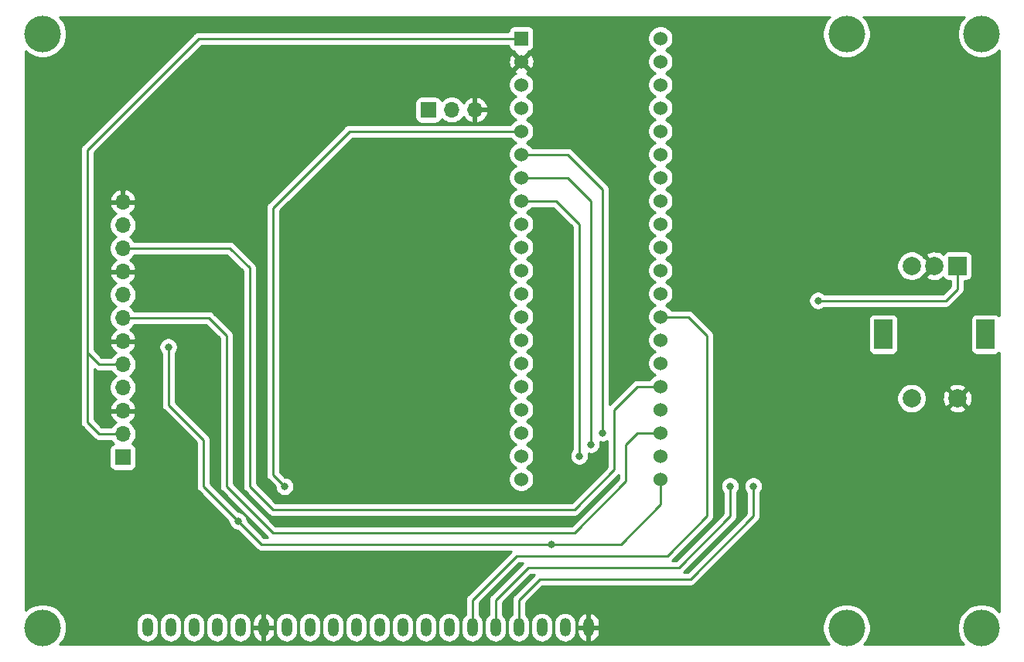
<source format=gbr>
%TF.GenerationSoftware,KiCad,Pcbnew,5.1.6*%
%TF.CreationDate,2020-07-08T21:20:25+02:00*%
%TF.ProjectId,mainboard,6d61696e-626f-4617-9264-2e6b69636164,rev?*%
%TF.SameCoordinates,Original*%
%TF.FileFunction,Copper,L4,Bot*%
%TF.FilePolarity,Positive*%
%FSLAX46Y46*%
G04 Gerber Fmt 4.6, Leading zero omitted, Abs format (unit mm)*
G04 Created by KiCad (PCBNEW 5.1.6) date 2020-07-08 21:20:25*
%MOMM*%
%LPD*%
G01*
G04 APERTURE LIST*
%TA.AperFunction,ComponentPad*%
%ADD10O,1.700000X1.700000*%
%TD*%
%TA.AperFunction,ComponentPad*%
%ADD11R,1.700000X1.700000*%
%TD*%
%TA.AperFunction,ComponentPad*%
%ADD12C,4.000000*%
%TD*%
%TA.AperFunction,ComponentPad*%
%ADD13O,1.200000X2.000000*%
%TD*%
%TA.AperFunction,ComponentPad*%
%ADD14R,1.524000X1.524000*%
%TD*%
%TA.AperFunction,ComponentPad*%
%ADD15C,1.524000*%
%TD*%
%TA.AperFunction,ComponentPad*%
%ADD16C,2.000000*%
%TD*%
%TA.AperFunction,ComponentPad*%
%ADD17R,2.000000X3.200000*%
%TD*%
%TA.AperFunction,ComponentPad*%
%ADD18R,2.000000X2.000000*%
%TD*%
%TA.AperFunction,ViaPad*%
%ADD19C,0.800000*%
%TD*%
%TA.AperFunction,Conductor*%
%ADD20C,0.250000*%
%TD*%
%TA.AperFunction,Conductor*%
%ADD21C,0.254000*%
%TD*%
G04 APERTURE END LIST*
D10*
%TO.P,J1,12*%
%TO.N,GND*%
X67400000Y-75560000D03*
%TO.P,J1,11*%
%TO.N,+5V*%
X67400000Y-78100000D03*
%TO.P,J1,10*%
%TO.N,ESC_PWM*%
X67400000Y-80640000D03*
%TO.P,J1,9*%
%TO.N,GND*%
X67400000Y-83180000D03*
%TO.P,J1,8*%
%TO.N,Net-(J1-Pad8)*%
X67400000Y-85720000D03*
%TO.P,J1,7*%
%TO.N,ESC_DIR*%
X67400000Y-88260000D03*
%TO.P,J1,6*%
%TO.N,GND*%
X67400000Y-90800000D03*
%TO.P,J1,5*%
%TO.N,+3V3*%
X67400000Y-93340000D03*
%TO.P,J1,4*%
%TO.N,INCR_IN*%
X67400000Y-95880000D03*
%TO.P,J1,3*%
%TO.N,GND*%
X67400000Y-98420000D03*
%TO.P,J1,2*%
%TO.N,+3V3*%
X67400000Y-100960000D03*
D11*
%TO.P,J1,1*%
%TO.N,CUR_ADC*%
X67400000Y-103500000D03*
%TD*%
D12*
%TO.P,H1,1*%
%TO.N,N/C*%
X161400000Y-122200000D03*
%TD*%
%TO.P,H2,1*%
%TO.N,N/C*%
X161400000Y-57150000D03*
%TD*%
%TO.P,GLCD1,21*%
%TO.N,N/C*%
X146630000Y-122170001D03*
X146630000Y-57170001D03*
X58630000Y-57170001D03*
X58630000Y-122170001D03*
D13*
%TO.P,GLCD1,20*%
%TO.N,LCD_BL*%
X70100000Y-122130001D03*
%TO.P,GLCD1,19*%
%TO.N,+5V*%
X72640000Y-122130001D03*
%TO.P,GLCD1,18*%
%TO.N,Net-(GLCD1-Pad18)*%
X75180000Y-122130001D03*
%TO.P,GLCD1,17*%
%TO.N,LCD_RESET*%
X77720000Y-122130001D03*
%TO.P,GLCD1,16*%
%TO.N,Net-(GLCD1-Pad16)*%
X80260000Y-122130001D03*
%TO.P,GLCD1,15*%
%TO.N,GND*%
X82800000Y-122130001D03*
%TO.P,GLCD1,14*%
%TO.N,Net-(GLCD1-Pad14)*%
X85340000Y-122130001D03*
%TO.P,GLCD1,13*%
%TO.N,Net-(GLCD1-Pad13)*%
X87880000Y-122130001D03*
%TO.P,GLCD1,12*%
%TO.N,Net-(GLCD1-Pad12)*%
X90420000Y-122130001D03*
%TO.P,GLCD1,11*%
%TO.N,Net-(GLCD1-Pad11)*%
X92960000Y-122130001D03*
%TO.P,GLCD1,10*%
%TO.N,Net-(GLCD1-Pad10)*%
X95500000Y-122130001D03*
%TO.P,GLCD1,9*%
%TO.N,Net-(GLCD1-Pad9)*%
X98040000Y-122130001D03*
%TO.P,GLCD1,8*%
%TO.N,Net-(GLCD1-Pad8)*%
X100580000Y-122130001D03*
%TO.P,GLCD1,7*%
%TO.N,Net-(GLCD1-Pad7)*%
X103120000Y-122130001D03*
%TO.P,GLCD1,6*%
%TO.N,LCD_E*%
X105660000Y-122130001D03*
%TO.P,GLCD1,5*%
%TO.N,LCD_RW*%
X108200000Y-122130001D03*
%TO.P,GLCD1,4*%
%TO.N,LCD_RS*%
X110740000Y-122130001D03*
%TO.P,GLCD1,3*%
%TO.N,Net-(GLCD1-Pad3)*%
X113280000Y-122130001D03*
%TO.P,GLCD1,2*%
%TO.N,+5V*%
X115820000Y-122130001D03*
%TO.P,GLCD1,1*%
%TO.N,GND*%
X118360000Y-122130001D03*
%TD*%
D14*
%TO.P,A1,1*%
%TO.N,+3V3*%
X111020000Y-57650000D03*
D15*
%TO.P,A1,2*%
%TO.N,GND*%
X111020000Y-60190000D03*
%TO.P,A1,3*%
%TO.N,Net-(A1-Pad3)*%
X111020000Y-62730000D03*
%TO.P,A1,4*%
%TO.N,Net-(A1-Pad4)*%
X111020000Y-65270000D03*
%TO.P,A1,5*%
%TO.N,LCD_BL*%
X111020000Y-67810000D03*
%TO.P,A1,6*%
%TO.N,RTE_CCW*%
X111020000Y-70350000D03*
%TO.P,A1,7*%
%TO.N,RTE_CW*%
X111020000Y-72890000D03*
%TO.P,A1,8*%
%TO.N,RTE_BTN*%
X111020000Y-75430000D03*
%TO.P,A1,9*%
%TO.N,Net-(A1-Pad9)*%
X111020000Y-77970000D03*
%TO.P,A1,10*%
%TO.N,SWCLK*%
X111020000Y-80510000D03*
%TO.P,A1,11*%
%TO.N,SWDIO*%
X111020000Y-83050000D03*
%TO.P,A1,12*%
%TO.N,Net-(A1-Pad12)*%
X111020000Y-85590000D03*
%TO.P,A1,13*%
%TO.N,Net-(A1-Pad13)*%
X111020000Y-88130000D03*
%TO.P,A1,14*%
%TO.N,Net-(A1-Pad14)*%
X111020000Y-90670000D03*
%TO.P,A1,15*%
%TO.N,Net-(A1-Pad15)*%
X111020000Y-93210000D03*
%TO.P,A1,16*%
%TO.N,INCR_IN*%
X111020000Y-95750000D03*
%TO.P,A1,17*%
%TO.N,Net-(A1-Pad17)*%
X111020000Y-98290000D03*
%TO.P,A1,18*%
%TO.N,Net-(A1-Pad18)*%
X111020000Y-100830000D03*
%TO.P,A1,19*%
%TO.N,Net-(A1-Pad19)*%
X111020000Y-103370000D03*
%TO.P,A1,20*%
%TO.N,Net-(A1-Pad20)*%
X111020000Y-105910000D03*
%TO.P,A1,21*%
%TO.N,+5V*%
X126260000Y-105910000D03*
%TO.P,A1,22*%
%TO.N,Net-(A1-Pad22)*%
X126260000Y-103370000D03*
%TO.P,A1,23*%
%TO.N,ESC_DIR*%
X126260000Y-100830000D03*
%TO.P,A1,24*%
%TO.N,Net-(A1-Pad24)*%
X126260000Y-98290000D03*
%TO.P,A1,25*%
%TO.N,ESC_PWM*%
X126260000Y-95750000D03*
%TO.P,A1,26*%
%TO.N,LCD_RW*%
X126260000Y-93210000D03*
%TO.P,A1,27*%
%TO.N,LCD_RESET*%
X126260000Y-90670000D03*
%TO.P,A1,28*%
%TO.N,LCD_E*%
X126260000Y-88130000D03*
%TO.P,A1,29*%
%TO.N,LCD_RS*%
X126260000Y-85590000D03*
%TO.P,A1,30*%
%TO.N,Net-(A1-Pad30)*%
X126260000Y-83050000D03*
%TO.P,A1,31*%
%TO.N,Net-(A1-Pad31)*%
X126260000Y-80510000D03*
%TO.P,A1,32*%
%TO.N,Net-(A1-Pad32)*%
X126260000Y-77970000D03*
%TO.P,A1,33*%
%TO.N,CUR_ADC*%
X126260000Y-75430000D03*
%TO.P,A1,34*%
%TO.N,Net-(A1-Pad34)*%
X126260000Y-72890000D03*
%TO.P,A1,35*%
%TO.N,Net-(A1-Pad35)*%
X126260000Y-70350000D03*
%TO.P,A1,36*%
%TO.N,Net-(A1-Pad36)*%
X126260000Y-67810000D03*
%TO.P,A1,37*%
%TO.N,Net-(A1-Pad37)*%
X126260000Y-65270000D03*
%TO.P,A1,38*%
%TO.N,Net-(A1-Pad38)*%
X126260000Y-62730000D03*
%TO.P,A1,39*%
%TO.N,Net-(A1-Pad39)*%
X126260000Y-60190000D03*
%TO.P,A1,40*%
%TO.N,Net-(A1-Pad40)*%
X126260000Y-57650000D03*
%TD*%
D11*
%TO.P,J2,1*%
%TO.N,SWDIO*%
X100860000Y-65470000D03*
D10*
%TO.P,J2,2*%
%TO.N,SWCLK*%
X103400000Y-65470000D03*
%TO.P,J2,3*%
%TO.N,GND*%
X105940000Y-65470000D03*
%TD*%
D16*
%TO.P,SW1,S1*%
%TO.N,RTE_BTN*%
X153750000Y-97050000D03*
%TO.P,SW1,S2*%
%TO.N,GND*%
X158750000Y-97050000D03*
D17*
%TO.P,SW1,MP*%
%TO.N,N/C*%
X150650000Y-90050000D03*
X161850000Y-90050000D03*
D16*
%TO.P,SW1,B*%
%TO.N,RTE_CW*%
X153750000Y-82550000D03*
%TO.P,SW1,C*%
%TO.N,GND*%
X156250000Y-82550000D03*
D18*
%TO.P,SW1,A*%
%TO.N,RTE_CCW*%
X158750000Y-82550000D03*
%TD*%
D19*
%TO.N,LCD_BL*%
X85100000Y-106700000D03*
%TO.N,RTE_CCW*%
X119910000Y-100830000D03*
X143510000Y-86360000D03*
%TO.N,RTE_CW*%
X118640000Y-102100000D03*
%TO.N,RTE_BTN*%
X117370000Y-103370000D03*
%TO.N,+5V*%
X72390000Y-91440000D03*
X72390000Y-91440000D03*
X80010000Y-110490000D03*
X114300000Y-113030000D03*
%TO.N,LCD_RW*%
X133880000Y-106680000D03*
%TO.N,LCD_RS*%
X136420000Y-106680000D03*
%TD*%
D20*
%TO.N,+3V3*%
X64770000Y-100930000D02*
X67310000Y-100930000D01*
X63500000Y-99660000D02*
X64770000Y-100930000D01*
X64770000Y-93310000D02*
X63500000Y-92040000D01*
X67310000Y-93310000D02*
X64770000Y-93310000D01*
X63500000Y-92040000D02*
X63500000Y-99660000D01*
X63500000Y-69850000D02*
X63500000Y-91440000D01*
X75700000Y-57650000D02*
X63500000Y-69850000D01*
X111020000Y-57650000D02*
X75700000Y-57650000D01*
D21*
X63500000Y-92040000D02*
X63500000Y-91440000D01*
D20*
%TO.N,GND*%
X82800000Y-117090000D02*
X82800000Y-122130001D01*
X73660000Y-107950000D02*
X82800000Y-117090000D01*
X73660000Y-101600000D02*
X73660000Y-107950000D01*
X70450000Y-98390000D02*
X73660000Y-101600000D01*
X67310000Y-98390000D02*
X70450000Y-98390000D01*
%TO.N,LCD_BL*%
X83820000Y-105410000D02*
X85090000Y-106680000D01*
X83820000Y-76200000D02*
X83820000Y-105410000D01*
X92210000Y-67810000D02*
X83820000Y-76200000D01*
X111020000Y-67810000D02*
X92210000Y-67810000D01*
%TO.N,RTE_CCW*%
X111020000Y-70350000D02*
X116100000Y-70350000D01*
X116100000Y-70350000D02*
X119910000Y-74160000D01*
X119910000Y-74160000D02*
X119910000Y-99560000D01*
X119910000Y-99560000D02*
X119910000Y-100830000D01*
X119910000Y-100830000D02*
X119910000Y-100830000D01*
X158750000Y-82550000D02*
X158750000Y-85090000D01*
X158750000Y-85090000D02*
X157480000Y-86360000D01*
X157480000Y-86360000D02*
X143510000Y-86360000D01*
%TO.N,RTE_CW*%
X111020000Y-72890000D02*
X116100000Y-72890000D01*
X116100000Y-72890000D02*
X118640000Y-75430000D01*
X118640000Y-75430000D02*
X118640000Y-102100000D01*
X118640000Y-102100000D02*
X118640000Y-102100000D01*
%TO.N,RTE_BTN*%
X111020000Y-75430000D02*
X113560000Y-75430000D01*
X113560000Y-75430000D02*
X114830000Y-75430000D01*
X114830000Y-75430000D02*
X117370000Y-77970000D01*
X117370000Y-77970000D02*
X117370000Y-103370000D01*
X117370000Y-103370000D02*
X117370000Y-103370000D01*
%TO.N,+5V*%
X72390000Y-91440000D02*
X72390000Y-96520000D01*
X72390000Y-96520000D02*
X72390000Y-97790000D01*
X72390000Y-97790000D02*
X76200000Y-101600000D01*
X76200000Y-101600000D02*
X76200000Y-106680000D01*
X76200000Y-106680000D02*
X80010000Y-110490000D01*
X80010000Y-110490000D02*
X80010000Y-110490000D01*
X126260000Y-108690000D02*
X126260000Y-105410000D01*
X121920000Y-113030000D02*
X126260000Y-108690000D01*
X114300000Y-113030000D02*
X121920000Y-113030000D01*
X82550000Y-113030000D02*
X109570000Y-113030000D01*
X109570000Y-113030000D02*
X109220000Y-113030000D01*
X80010000Y-110490000D02*
X82550000Y-113030000D01*
X114300000Y-113030000D02*
X109570000Y-113030000D01*
%TO.N,ESC_DIR*%
X76800000Y-88230000D02*
X67310000Y-88230000D01*
X78740000Y-90170000D02*
X76800000Y-88230000D01*
X78740000Y-106680000D02*
X78740000Y-90170000D01*
X116840000Y-111760000D02*
X83820000Y-111760000D01*
X122450000Y-106150000D02*
X116840000Y-111760000D01*
X83820000Y-111760000D02*
X78740000Y-106680000D01*
X122450000Y-102100000D02*
X122450000Y-106150000D01*
X123720000Y-100830000D02*
X122450000Y-102100000D01*
X126260000Y-100830000D02*
X123720000Y-100830000D01*
%TO.N,ESC_PWM*%
X123720000Y-95750000D02*
X126260000Y-95750000D01*
X121180000Y-98290000D02*
X123720000Y-95750000D01*
X121180000Y-103370000D02*
X121180000Y-98290000D01*
X83820000Y-109220000D02*
X100330000Y-109220000D01*
X81280000Y-106680000D02*
X83820000Y-109220000D01*
X67310000Y-80610000D02*
X79110000Y-80610000D01*
X79110000Y-80610000D02*
X81280000Y-82780000D01*
X81280000Y-89220000D02*
X81280000Y-106680000D01*
X81280000Y-82780000D02*
X81280000Y-89220000D01*
X81280000Y-88900000D02*
X81280000Y-89220000D01*
X121180000Y-104880000D02*
X116840000Y-109220000D01*
X116840000Y-109220000D02*
X100330000Y-109220000D01*
X121180000Y-103370000D02*
X121180000Y-104880000D01*
%TO.N,LCD_RW*%
X133880000Y-107950000D02*
X133880000Y-106680000D01*
X133880000Y-109960000D02*
X133880000Y-107950000D01*
X128270000Y-115570000D02*
X133880000Y-109960000D01*
X111760000Y-115570000D02*
X128270000Y-115570000D01*
X108200000Y-119130000D02*
X111760000Y-115570000D01*
X108200000Y-122130001D02*
X108200000Y-119130000D01*
%TO.N,LCD_E*%
X105660000Y-119130000D02*
X105660000Y-122130001D01*
X110490000Y-114300000D02*
X105660000Y-119130000D01*
X127000000Y-114300000D02*
X110490000Y-114300000D01*
X131340000Y-109960000D02*
X127000000Y-114300000D01*
X131340000Y-90170000D02*
X131340000Y-109960000D01*
X129300000Y-88130000D02*
X131340000Y-90170000D01*
X126260000Y-88130000D02*
X129300000Y-88130000D01*
%TO.N,LCD_RS*%
X136420000Y-109960000D02*
X136420000Y-107950000D01*
X129540000Y-116840000D02*
X136420000Y-109960000D01*
X113030000Y-116840000D02*
X129540000Y-116840000D01*
X110740000Y-119130000D02*
X113030000Y-116840000D01*
X136420000Y-107950000D02*
X136420000Y-106680000D01*
X110740000Y-122130001D02*
X110740000Y-119130000D01*
%TD*%
D21*
%TO.N,GND*%
G36*
X144583262Y-55490286D02*
G01*
X144294893Y-55921860D01*
X144096261Y-56401400D01*
X143995000Y-56910476D01*
X143995000Y-57429526D01*
X144096261Y-57938602D01*
X144294893Y-58418142D01*
X144583262Y-58849716D01*
X144950285Y-59216739D01*
X145381859Y-59505108D01*
X145861399Y-59703740D01*
X146370475Y-59805001D01*
X146889525Y-59805001D01*
X147398601Y-59703740D01*
X147878141Y-59505108D01*
X148309715Y-59216739D01*
X148676738Y-58849716D01*
X148965107Y-58418142D01*
X149163739Y-57938602D01*
X149265000Y-57429526D01*
X149265000Y-56910476D01*
X149163739Y-56401400D01*
X148965107Y-55921860D01*
X148676738Y-55490286D01*
X148471452Y-55285000D01*
X159538547Y-55285000D01*
X159353262Y-55470285D01*
X159064893Y-55901859D01*
X158866261Y-56381399D01*
X158765000Y-56890475D01*
X158765000Y-57409525D01*
X158866261Y-57918601D01*
X159064893Y-58398141D01*
X159353262Y-58829715D01*
X159720285Y-59196738D01*
X160151859Y-59485107D01*
X160631399Y-59683739D01*
X161140475Y-59785000D01*
X161659525Y-59785000D01*
X162168601Y-59683739D01*
X162648141Y-59485107D01*
X163079715Y-59196738D01*
X163315000Y-58961453D01*
X163315000Y-88015649D01*
X163301185Y-87998815D01*
X163204494Y-87919463D01*
X163094180Y-87860498D01*
X162974482Y-87824188D01*
X162850000Y-87811928D01*
X160850000Y-87811928D01*
X160725518Y-87824188D01*
X160605820Y-87860498D01*
X160495506Y-87919463D01*
X160398815Y-87998815D01*
X160319463Y-88095506D01*
X160260498Y-88205820D01*
X160224188Y-88325518D01*
X160211928Y-88450000D01*
X160211928Y-91650000D01*
X160224188Y-91774482D01*
X160260498Y-91894180D01*
X160319463Y-92004494D01*
X160398815Y-92101185D01*
X160495506Y-92180537D01*
X160605820Y-92239502D01*
X160725518Y-92275812D01*
X160850000Y-92288072D01*
X162850000Y-92288072D01*
X162974482Y-92275812D01*
X163094180Y-92239502D01*
X163204494Y-92180537D01*
X163301185Y-92101185D01*
X163315001Y-92084351D01*
X163315001Y-120388548D01*
X163079715Y-120153262D01*
X162648141Y-119864893D01*
X162168601Y-119666261D01*
X161659525Y-119565000D01*
X161140475Y-119565000D01*
X160631399Y-119666261D01*
X160151859Y-119864893D01*
X159720285Y-120153262D01*
X159353262Y-120520285D01*
X159064893Y-120951859D01*
X158866261Y-121431399D01*
X158765000Y-121940475D01*
X158765000Y-122459525D01*
X158866261Y-122968601D01*
X159064893Y-123448141D01*
X159353262Y-123879715D01*
X159488547Y-124015000D01*
X148511454Y-124015000D01*
X148676738Y-123849716D01*
X148965107Y-123418142D01*
X149163739Y-122938602D01*
X149265000Y-122429526D01*
X149265000Y-121910476D01*
X149163739Y-121401400D01*
X148965107Y-120921860D01*
X148676738Y-120490286D01*
X148309715Y-120123263D01*
X147878141Y-119834894D01*
X147398601Y-119636262D01*
X146889525Y-119535001D01*
X146370475Y-119535001D01*
X145861399Y-119636262D01*
X145381859Y-119834894D01*
X144950285Y-120123263D01*
X144583262Y-120490286D01*
X144294893Y-120921860D01*
X144096261Y-121401400D01*
X143995000Y-121910476D01*
X143995000Y-122429526D01*
X144096261Y-122938602D01*
X144294893Y-123418142D01*
X144583262Y-123849716D01*
X144748546Y-124015000D01*
X60511454Y-124015000D01*
X60676738Y-123849716D01*
X60965107Y-123418142D01*
X61163739Y-122938602D01*
X61265000Y-122429526D01*
X61265000Y-121910476D01*
X61217035Y-121669336D01*
X68865000Y-121669336D01*
X68865000Y-122590665D01*
X68882870Y-122772102D01*
X68953489Y-123004901D01*
X69068167Y-123219449D01*
X69222498Y-123407503D01*
X69410551Y-123561834D01*
X69625099Y-123676512D01*
X69857898Y-123747131D01*
X70100000Y-123770976D01*
X70342101Y-123747131D01*
X70574900Y-123676512D01*
X70789448Y-123561834D01*
X70977502Y-123407503D01*
X71131833Y-123219450D01*
X71246511Y-123004902D01*
X71317130Y-122772103D01*
X71335000Y-122590666D01*
X71335000Y-121669337D01*
X71335000Y-121669336D01*
X71405000Y-121669336D01*
X71405000Y-122590665D01*
X71422870Y-122772102D01*
X71493489Y-123004901D01*
X71608167Y-123219449D01*
X71762498Y-123407503D01*
X71950551Y-123561834D01*
X72165099Y-123676512D01*
X72397898Y-123747131D01*
X72640000Y-123770976D01*
X72882101Y-123747131D01*
X73114900Y-123676512D01*
X73329448Y-123561834D01*
X73517502Y-123407503D01*
X73671833Y-123219450D01*
X73786511Y-123004902D01*
X73857130Y-122772103D01*
X73875000Y-122590666D01*
X73875000Y-121669337D01*
X73875000Y-121669336D01*
X73945000Y-121669336D01*
X73945000Y-122590665D01*
X73962870Y-122772102D01*
X74033489Y-123004901D01*
X74148167Y-123219449D01*
X74302498Y-123407503D01*
X74490551Y-123561834D01*
X74705099Y-123676512D01*
X74937898Y-123747131D01*
X75180000Y-123770976D01*
X75422101Y-123747131D01*
X75654900Y-123676512D01*
X75869448Y-123561834D01*
X76057502Y-123407503D01*
X76211833Y-123219450D01*
X76326511Y-123004902D01*
X76397130Y-122772103D01*
X76415000Y-122590666D01*
X76415000Y-121669337D01*
X76415000Y-121669336D01*
X76485000Y-121669336D01*
X76485000Y-122590665D01*
X76502870Y-122772102D01*
X76573489Y-123004901D01*
X76688167Y-123219449D01*
X76842498Y-123407503D01*
X77030551Y-123561834D01*
X77245099Y-123676512D01*
X77477898Y-123747131D01*
X77720000Y-123770976D01*
X77962101Y-123747131D01*
X78194900Y-123676512D01*
X78409448Y-123561834D01*
X78597502Y-123407503D01*
X78751833Y-123219450D01*
X78866511Y-123004902D01*
X78937130Y-122772103D01*
X78955000Y-122590666D01*
X78955000Y-121669337D01*
X78955000Y-121669336D01*
X79025000Y-121669336D01*
X79025000Y-122590665D01*
X79042870Y-122772102D01*
X79113489Y-123004901D01*
X79228167Y-123219449D01*
X79382498Y-123407503D01*
X79570551Y-123561834D01*
X79785099Y-123676512D01*
X80017898Y-123747131D01*
X80260000Y-123770976D01*
X80502101Y-123747131D01*
X80734900Y-123676512D01*
X80949448Y-123561834D01*
X81137502Y-123407503D01*
X81291833Y-123219450D01*
X81406511Y-123004902D01*
X81477130Y-122772103D01*
X81495000Y-122590666D01*
X81495000Y-122257001D01*
X81565000Y-122257001D01*
X81565000Y-122657001D01*
X81613507Y-122895497D01*
X81707610Y-123119947D01*
X81843693Y-123321726D01*
X82016526Y-123493079D01*
X82219467Y-123627422D01*
X82444718Y-123719592D01*
X82482391Y-123723463D01*
X82673000Y-123598732D01*
X82673000Y-122257001D01*
X82927000Y-122257001D01*
X82927000Y-123598732D01*
X83117609Y-123723463D01*
X83155282Y-123719592D01*
X83380533Y-123627422D01*
X83583474Y-123493079D01*
X83756307Y-123321726D01*
X83892390Y-123119947D01*
X83986493Y-122895497D01*
X84035000Y-122657001D01*
X84035000Y-122257001D01*
X82927000Y-122257001D01*
X82673000Y-122257001D01*
X81565000Y-122257001D01*
X81495000Y-122257001D01*
X81495000Y-121669337D01*
X81488467Y-121603001D01*
X81565000Y-121603001D01*
X81565000Y-122003001D01*
X82673000Y-122003001D01*
X82673000Y-120661270D01*
X82927000Y-120661270D01*
X82927000Y-122003001D01*
X84035000Y-122003001D01*
X84035000Y-121669336D01*
X84105000Y-121669336D01*
X84105000Y-122590665D01*
X84122870Y-122772102D01*
X84193489Y-123004901D01*
X84308167Y-123219449D01*
X84462498Y-123407503D01*
X84650551Y-123561834D01*
X84865099Y-123676512D01*
X85097898Y-123747131D01*
X85340000Y-123770976D01*
X85582101Y-123747131D01*
X85814900Y-123676512D01*
X86029448Y-123561834D01*
X86217502Y-123407503D01*
X86371833Y-123219450D01*
X86486511Y-123004902D01*
X86557130Y-122772103D01*
X86575000Y-122590666D01*
X86575000Y-121669337D01*
X86575000Y-121669336D01*
X86645000Y-121669336D01*
X86645000Y-122590665D01*
X86662870Y-122772102D01*
X86733489Y-123004901D01*
X86848167Y-123219449D01*
X87002498Y-123407503D01*
X87190551Y-123561834D01*
X87405099Y-123676512D01*
X87637898Y-123747131D01*
X87880000Y-123770976D01*
X88122101Y-123747131D01*
X88354900Y-123676512D01*
X88569448Y-123561834D01*
X88757502Y-123407503D01*
X88911833Y-123219450D01*
X89026511Y-123004902D01*
X89097130Y-122772103D01*
X89115000Y-122590666D01*
X89115000Y-121669337D01*
X89115000Y-121669336D01*
X89185000Y-121669336D01*
X89185000Y-122590665D01*
X89202870Y-122772102D01*
X89273489Y-123004901D01*
X89388167Y-123219449D01*
X89542498Y-123407503D01*
X89730551Y-123561834D01*
X89945099Y-123676512D01*
X90177898Y-123747131D01*
X90420000Y-123770976D01*
X90662101Y-123747131D01*
X90894900Y-123676512D01*
X91109448Y-123561834D01*
X91297502Y-123407503D01*
X91451833Y-123219450D01*
X91566511Y-123004902D01*
X91637130Y-122772103D01*
X91655000Y-122590666D01*
X91655000Y-121669337D01*
X91655000Y-121669336D01*
X91725000Y-121669336D01*
X91725000Y-122590665D01*
X91742870Y-122772102D01*
X91813489Y-123004901D01*
X91928167Y-123219449D01*
X92082498Y-123407503D01*
X92270551Y-123561834D01*
X92485099Y-123676512D01*
X92717898Y-123747131D01*
X92960000Y-123770976D01*
X93202101Y-123747131D01*
X93434900Y-123676512D01*
X93649448Y-123561834D01*
X93837502Y-123407503D01*
X93991833Y-123219450D01*
X94106511Y-123004902D01*
X94177130Y-122772103D01*
X94195000Y-122590666D01*
X94195000Y-121669337D01*
X94195000Y-121669336D01*
X94265000Y-121669336D01*
X94265000Y-122590665D01*
X94282870Y-122772102D01*
X94353489Y-123004901D01*
X94468167Y-123219449D01*
X94622498Y-123407503D01*
X94810551Y-123561834D01*
X95025099Y-123676512D01*
X95257898Y-123747131D01*
X95500000Y-123770976D01*
X95742101Y-123747131D01*
X95974900Y-123676512D01*
X96189448Y-123561834D01*
X96377502Y-123407503D01*
X96531833Y-123219450D01*
X96646511Y-123004902D01*
X96717130Y-122772103D01*
X96735000Y-122590666D01*
X96735000Y-121669337D01*
X96735000Y-121669336D01*
X96805000Y-121669336D01*
X96805000Y-122590665D01*
X96822870Y-122772102D01*
X96893489Y-123004901D01*
X97008167Y-123219449D01*
X97162498Y-123407503D01*
X97350551Y-123561834D01*
X97565099Y-123676512D01*
X97797898Y-123747131D01*
X98040000Y-123770976D01*
X98282101Y-123747131D01*
X98514900Y-123676512D01*
X98729448Y-123561834D01*
X98917502Y-123407503D01*
X99071833Y-123219450D01*
X99186511Y-123004902D01*
X99257130Y-122772103D01*
X99275000Y-122590666D01*
X99275000Y-121669337D01*
X99275000Y-121669336D01*
X99345000Y-121669336D01*
X99345000Y-122590665D01*
X99362870Y-122772102D01*
X99433489Y-123004901D01*
X99548167Y-123219449D01*
X99702498Y-123407503D01*
X99890551Y-123561834D01*
X100105099Y-123676512D01*
X100337898Y-123747131D01*
X100580000Y-123770976D01*
X100822101Y-123747131D01*
X101054900Y-123676512D01*
X101269448Y-123561834D01*
X101457502Y-123407503D01*
X101611833Y-123219450D01*
X101726511Y-123004902D01*
X101797130Y-122772103D01*
X101815000Y-122590666D01*
X101815000Y-121669337D01*
X101815000Y-121669336D01*
X101885000Y-121669336D01*
X101885000Y-122590665D01*
X101902870Y-122772102D01*
X101973489Y-123004901D01*
X102088167Y-123219449D01*
X102242498Y-123407503D01*
X102430551Y-123561834D01*
X102645099Y-123676512D01*
X102877898Y-123747131D01*
X103120000Y-123770976D01*
X103362101Y-123747131D01*
X103594900Y-123676512D01*
X103809448Y-123561834D01*
X103997502Y-123407503D01*
X104151833Y-123219450D01*
X104266511Y-123004902D01*
X104337130Y-122772103D01*
X104355000Y-122590666D01*
X104355000Y-121669337D01*
X104337130Y-121487900D01*
X104266511Y-121255100D01*
X104151833Y-121040552D01*
X103997502Y-120852499D01*
X103809449Y-120698168D01*
X103594901Y-120583490D01*
X103362102Y-120512871D01*
X103120000Y-120489026D01*
X102877899Y-120512871D01*
X102645100Y-120583490D01*
X102430552Y-120698168D01*
X102242499Y-120852499D01*
X102088168Y-121040552D01*
X101973489Y-121255100D01*
X101902870Y-121487899D01*
X101885000Y-121669336D01*
X101815000Y-121669336D01*
X101797130Y-121487900D01*
X101726511Y-121255100D01*
X101611833Y-121040552D01*
X101457502Y-120852499D01*
X101269449Y-120698168D01*
X101054901Y-120583490D01*
X100822102Y-120512871D01*
X100580000Y-120489026D01*
X100337899Y-120512871D01*
X100105100Y-120583490D01*
X99890552Y-120698168D01*
X99702499Y-120852499D01*
X99548168Y-121040552D01*
X99433489Y-121255100D01*
X99362870Y-121487899D01*
X99345000Y-121669336D01*
X99275000Y-121669336D01*
X99257130Y-121487900D01*
X99186511Y-121255100D01*
X99071833Y-121040552D01*
X98917502Y-120852499D01*
X98729449Y-120698168D01*
X98514901Y-120583490D01*
X98282102Y-120512871D01*
X98040000Y-120489026D01*
X97797899Y-120512871D01*
X97565100Y-120583490D01*
X97350552Y-120698168D01*
X97162499Y-120852499D01*
X97008168Y-121040552D01*
X96893489Y-121255100D01*
X96822870Y-121487899D01*
X96805000Y-121669336D01*
X96735000Y-121669336D01*
X96717130Y-121487900D01*
X96646511Y-121255100D01*
X96531833Y-121040552D01*
X96377502Y-120852499D01*
X96189449Y-120698168D01*
X95974901Y-120583490D01*
X95742102Y-120512871D01*
X95500000Y-120489026D01*
X95257899Y-120512871D01*
X95025100Y-120583490D01*
X94810552Y-120698168D01*
X94622499Y-120852499D01*
X94468168Y-121040552D01*
X94353489Y-121255100D01*
X94282870Y-121487899D01*
X94265000Y-121669336D01*
X94195000Y-121669336D01*
X94177130Y-121487900D01*
X94106511Y-121255100D01*
X93991833Y-121040552D01*
X93837502Y-120852499D01*
X93649449Y-120698168D01*
X93434901Y-120583490D01*
X93202102Y-120512871D01*
X92960000Y-120489026D01*
X92717899Y-120512871D01*
X92485100Y-120583490D01*
X92270552Y-120698168D01*
X92082499Y-120852499D01*
X91928168Y-121040552D01*
X91813489Y-121255100D01*
X91742870Y-121487899D01*
X91725000Y-121669336D01*
X91655000Y-121669336D01*
X91637130Y-121487900D01*
X91566511Y-121255100D01*
X91451833Y-121040552D01*
X91297502Y-120852499D01*
X91109449Y-120698168D01*
X90894901Y-120583490D01*
X90662102Y-120512871D01*
X90420000Y-120489026D01*
X90177899Y-120512871D01*
X89945100Y-120583490D01*
X89730552Y-120698168D01*
X89542499Y-120852499D01*
X89388168Y-121040552D01*
X89273489Y-121255100D01*
X89202870Y-121487899D01*
X89185000Y-121669336D01*
X89115000Y-121669336D01*
X89097130Y-121487900D01*
X89026511Y-121255100D01*
X88911833Y-121040552D01*
X88757502Y-120852499D01*
X88569449Y-120698168D01*
X88354901Y-120583490D01*
X88122102Y-120512871D01*
X87880000Y-120489026D01*
X87637899Y-120512871D01*
X87405100Y-120583490D01*
X87190552Y-120698168D01*
X87002499Y-120852499D01*
X86848168Y-121040552D01*
X86733489Y-121255100D01*
X86662870Y-121487899D01*
X86645000Y-121669336D01*
X86575000Y-121669336D01*
X86557130Y-121487900D01*
X86486511Y-121255100D01*
X86371833Y-121040552D01*
X86217502Y-120852499D01*
X86029449Y-120698168D01*
X85814901Y-120583490D01*
X85582102Y-120512871D01*
X85340000Y-120489026D01*
X85097899Y-120512871D01*
X84865100Y-120583490D01*
X84650552Y-120698168D01*
X84462499Y-120852499D01*
X84308168Y-121040552D01*
X84193489Y-121255100D01*
X84122870Y-121487899D01*
X84105000Y-121669336D01*
X84035000Y-121669336D01*
X84035000Y-121603001D01*
X83986493Y-121364505D01*
X83892390Y-121140055D01*
X83756307Y-120938276D01*
X83583474Y-120766923D01*
X83380533Y-120632580D01*
X83155282Y-120540410D01*
X83117609Y-120536539D01*
X82927000Y-120661270D01*
X82673000Y-120661270D01*
X82482391Y-120536539D01*
X82444718Y-120540410D01*
X82219467Y-120632580D01*
X82016526Y-120766923D01*
X81843693Y-120938276D01*
X81707610Y-121140055D01*
X81613507Y-121364505D01*
X81565000Y-121603001D01*
X81488467Y-121603001D01*
X81477130Y-121487900D01*
X81406511Y-121255100D01*
X81291833Y-121040552D01*
X81137502Y-120852499D01*
X80949449Y-120698168D01*
X80734901Y-120583490D01*
X80502102Y-120512871D01*
X80260000Y-120489026D01*
X80017899Y-120512871D01*
X79785100Y-120583490D01*
X79570552Y-120698168D01*
X79382499Y-120852499D01*
X79228168Y-121040552D01*
X79113489Y-121255100D01*
X79042870Y-121487899D01*
X79025000Y-121669336D01*
X78955000Y-121669336D01*
X78937130Y-121487900D01*
X78866511Y-121255100D01*
X78751833Y-121040552D01*
X78597502Y-120852499D01*
X78409449Y-120698168D01*
X78194901Y-120583490D01*
X77962102Y-120512871D01*
X77720000Y-120489026D01*
X77477899Y-120512871D01*
X77245100Y-120583490D01*
X77030552Y-120698168D01*
X76842499Y-120852499D01*
X76688168Y-121040552D01*
X76573489Y-121255100D01*
X76502870Y-121487899D01*
X76485000Y-121669336D01*
X76415000Y-121669336D01*
X76397130Y-121487900D01*
X76326511Y-121255100D01*
X76211833Y-121040552D01*
X76057502Y-120852499D01*
X75869449Y-120698168D01*
X75654901Y-120583490D01*
X75422102Y-120512871D01*
X75180000Y-120489026D01*
X74937899Y-120512871D01*
X74705100Y-120583490D01*
X74490552Y-120698168D01*
X74302499Y-120852499D01*
X74148168Y-121040552D01*
X74033489Y-121255100D01*
X73962870Y-121487899D01*
X73945000Y-121669336D01*
X73875000Y-121669336D01*
X73857130Y-121487900D01*
X73786511Y-121255100D01*
X73671833Y-121040552D01*
X73517502Y-120852499D01*
X73329449Y-120698168D01*
X73114901Y-120583490D01*
X72882102Y-120512871D01*
X72640000Y-120489026D01*
X72397899Y-120512871D01*
X72165100Y-120583490D01*
X71950552Y-120698168D01*
X71762499Y-120852499D01*
X71608168Y-121040552D01*
X71493489Y-121255100D01*
X71422870Y-121487899D01*
X71405000Y-121669336D01*
X71335000Y-121669336D01*
X71317130Y-121487900D01*
X71246511Y-121255100D01*
X71131833Y-121040552D01*
X70977502Y-120852499D01*
X70789449Y-120698168D01*
X70574901Y-120583490D01*
X70342102Y-120512871D01*
X70100000Y-120489026D01*
X69857899Y-120512871D01*
X69625100Y-120583490D01*
X69410552Y-120698168D01*
X69222499Y-120852499D01*
X69068168Y-121040552D01*
X68953489Y-121255100D01*
X68882870Y-121487899D01*
X68865000Y-121669336D01*
X61217035Y-121669336D01*
X61163739Y-121401400D01*
X60965107Y-120921860D01*
X60676738Y-120490286D01*
X60309715Y-120123263D01*
X59878141Y-119834894D01*
X59398601Y-119636262D01*
X58889525Y-119535001D01*
X58370475Y-119535001D01*
X57861399Y-119636262D01*
X57381859Y-119834894D01*
X56950285Y-120123263D01*
X56785000Y-120288548D01*
X56785000Y-69850000D01*
X62736324Y-69850000D01*
X62740000Y-69887322D01*
X62740001Y-91382257D01*
X62738000Y-91402574D01*
X62738000Y-92022984D01*
X62736324Y-92040000D01*
X62738000Y-92057016D01*
X62738000Y-92077425D01*
X62740000Y-92097732D01*
X62740001Y-99622668D01*
X62736324Y-99660000D01*
X62740001Y-99697333D01*
X62749621Y-99795000D01*
X62750998Y-99808985D01*
X62794454Y-99952246D01*
X62865026Y-100084276D01*
X62935379Y-100170000D01*
X62960000Y-100200001D01*
X62988998Y-100223799D01*
X64206201Y-101441003D01*
X64229999Y-101470001D01*
X64345724Y-101564974D01*
X64477753Y-101635546D01*
X64621014Y-101679003D01*
X64732667Y-101690000D01*
X64732676Y-101690000D01*
X64769999Y-101693676D01*
X64807322Y-101690000D01*
X66101776Y-101690000D01*
X66246525Y-101906632D01*
X66378380Y-102038487D01*
X66305820Y-102060498D01*
X66195506Y-102119463D01*
X66098815Y-102198815D01*
X66019463Y-102295506D01*
X65960498Y-102405820D01*
X65924188Y-102525518D01*
X65911928Y-102650000D01*
X65911928Y-104350000D01*
X65924188Y-104474482D01*
X65960498Y-104594180D01*
X66019463Y-104704494D01*
X66098815Y-104801185D01*
X66195506Y-104880537D01*
X66305820Y-104939502D01*
X66425518Y-104975812D01*
X66550000Y-104988072D01*
X68250000Y-104988072D01*
X68374482Y-104975812D01*
X68494180Y-104939502D01*
X68604494Y-104880537D01*
X68701185Y-104801185D01*
X68780537Y-104704494D01*
X68839502Y-104594180D01*
X68875812Y-104474482D01*
X68888072Y-104350000D01*
X68888072Y-102650000D01*
X68875812Y-102525518D01*
X68839502Y-102405820D01*
X68780537Y-102295506D01*
X68701185Y-102198815D01*
X68604494Y-102119463D01*
X68494180Y-102060498D01*
X68421620Y-102038487D01*
X68553475Y-101906632D01*
X68715990Y-101663411D01*
X68827932Y-101393158D01*
X68885000Y-101106260D01*
X68885000Y-100813740D01*
X68827932Y-100526842D01*
X68715990Y-100256589D01*
X68553475Y-100013368D01*
X68346632Y-99806525D01*
X68164466Y-99684805D01*
X68281355Y-99615178D01*
X68497588Y-99420269D01*
X68671641Y-99186920D01*
X68796825Y-98924099D01*
X68841476Y-98776890D01*
X68720155Y-98547000D01*
X67527000Y-98547000D01*
X67527000Y-98567000D01*
X67273000Y-98567000D01*
X67273000Y-98547000D01*
X66079845Y-98547000D01*
X65958524Y-98776890D01*
X66003175Y-98924099D01*
X66128359Y-99186920D01*
X66302412Y-99420269D01*
X66518645Y-99615178D01*
X66635534Y-99684805D01*
X66453368Y-99806525D01*
X66246525Y-100013368D01*
X66141867Y-100170000D01*
X65084802Y-100170000D01*
X64260000Y-99345199D01*
X64260000Y-93874622D01*
X64345724Y-93944974D01*
X64477753Y-94015546D01*
X64621014Y-94059003D01*
X64732667Y-94070000D01*
X64732676Y-94070000D01*
X64769999Y-94073676D01*
X64807322Y-94070000D01*
X66101776Y-94070000D01*
X66246525Y-94286632D01*
X66453368Y-94493475D01*
X66627760Y-94610000D01*
X66453368Y-94726525D01*
X66246525Y-94933368D01*
X66084010Y-95176589D01*
X65972068Y-95446842D01*
X65915000Y-95733740D01*
X65915000Y-96026260D01*
X65972068Y-96313158D01*
X66084010Y-96583411D01*
X66246525Y-96826632D01*
X66453368Y-97033475D01*
X66635534Y-97155195D01*
X66518645Y-97224822D01*
X66302412Y-97419731D01*
X66128359Y-97653080D01*
X66003175Y-97915901D01*
X65958524Y-98063110D01*
X66079845Y-98293000D01*
X67273000Y-98293000D01*
X67273000Y-98273000D01*
X67527000Y-98273000D01*
X67527000Y-98293000D01*
X68720155Y-98293000D01*
X68841476Y-98063110D01*
X68796825Y-97915901D01*
X68671641Y-97653080D01*
X68497588Y-97419731D01*
X68281355Y-97224822D01*
X68164466Y-97155195D01*
X68346632Y-97033475D01*
X68553475Y-96826632D01*
X68715990Y-96583411D01*
X68827932Y-96313158D01*
X68885000Y-96026260D01*
X68885000Y-95733740D01*
X68827932Y-95446842D01*
X68715990Y-95176589D01*
X68553475Y-94933368D01*
X68346632Y-94726525D01*
X68172240Y-94610000D01*
X68346632Y-94493475D01*
X68553475Y-94286632D01*
X68715990Y-94043411D01*
X68827932Y-93773158D01*
X68885000Y-93486260D01*
X68885000Y-93193740D01*
X68827932Y-92906842D01*
X68715990Y-92636589D01*
X68553475Y-92393368D01*
X68346632Y-92186525D01*
X68164466Y-92064805D01*
X68281355Y-91995178D01*
X68497588Y-91800269D01*
X68671641Y-91566920D01*
X68796825Y-91304099D01*
X68841476Y-91156890D01*
X68720155Y-90927000D01*
X67527000Y-90927000D01*
X67527000Y-90947000D01*
X67273000Y-90947000D01*
X67273000Y-90927000D01*
X66079845Y-90927000D01*
X65958524Y-91156890D01*
X66003175Y-91304099D01*
X66128359Y-91566920D01*
X66302412Y-91800269D01*
X66518645Y-91995178D01*
X66635534Y-92064805D01*
X66453368Y-92186525D01*
X66246525Y-92393368D01*
X66141867Y-92550000D01*
X65084802Y-92550000D01*
X64262000Y-91727199D01*
X64262000Y-91402574D01*
X64260000Y-91382267D01*
X64260000Y-77953740D01*
X65915000Y-77953740D01*
X65915000Y-78246260D01*
X65972068Y-78533158D01*
X66084010Y-78803411D01*
X66246525Y-79046632D01*
X66453368Y-79253475D01*
X66627760Y-79370000D01*
X66453368Y-79486525D01*
X66246525Y-79693368D01*
X66084010Y-79936589D01*
X65972068Y-80206842D01*
X65915000Y-80493740D01*
X65915000Y-80786260D01*
X65972068Y-81073158D01*
X66084010Y-81343411D01*
X66246525Y-81586632D01*
X66453368Y-81793475D01*
X66635534Y-81915195D01*
X66518645Y-81984822D01*
X66302412Y-82179731D01*
X66128359Y-82413080D01*
X66003175Y-82675901D01*
X65958524Y-82823110D01*
X66079845Y-83053000D01*
X67273000Y-83053000D01*
X67273000Y-83033000D01*
X67527000Y-83033000D01*
X67527000Y-83053000D01*
X68720155Y-83053000D01*
X68841476Y-82823110D01*
X68796825Y-82675901D01*
X68671641Y-82413080D01*
X68497588Y-82179731D01*
X68281355Y-81984822D01*
X68164466Y-81915195D01*
X68346632Y-81793475D01*
X68553475Y-81586632D01*
X68698224Y-81370000D01*
X78795199Y-81370000D01*
X80520000Y-83094803D01*
X80520001Y-88862658D01*
X80520000Y-88862668D01*
X80520000Y-89182668D01*
X80520001Y-106642667D01*
X80516324Y-106680000D01*
X80530998Y-106828985D01*
X80574454Y-106972246D01*
X80645026Y-107104276D01*
X80680914Y-107148005D01*
X80740000Y-107220001D01*
X80768998Y-107243799D01*
X83256205Y-109731008D01*
X83279999Y-109760001D01*
X83308992Y-109783795D01*
X83308996Y-109783799D01*
X83365568Y-109830226D01*
X83395724Y-109854974D01*
X83527753Y-109925546D01*
X83671014Y-109969003D01*
X83782667Y-109980000D01*
X83782676Y-109980000D01*
X83819999Y-109983676D01*
X83857322Y-109980000D01*
X116802678Y-109980000D01*
X116840000Y-109983676D01*
X116877322Y-109980000D01*
X116877333Y-109980000D01*
X116988986Y-109969003D01*
X117132247Y-109925546D01*
X117264276Y-109854974D01*
X117380001Y-109760001D01*
X117403804Y-109730997D01*
X121690001Y-105444801D01*
X121690001Y-105835197D01*
X116525199Y-111000000D01*
X84134802Y-111000000D01*
X79500000Y-106365199D01*
X79500000Y-90207322D01*
X79503676Y-90169999D01*
X79500000Y-90132676D01*
X79500000Y-90132667D01*
X79489003Y-90021014D01*
X79445546Y-89877753D01*
X79374974Y-89745724D01*
X79280001Y-89629999D01*
X79251003Y-89606201D01*
X77363804Y-87719003D01*
X77340001Y-87689999D01*
X77224276Y-87595026D01*
X77092247Y-87524454D01*
X76948986Y-87480997D01*
X76837333Y-87470000D01*
X76837322Y-87470000D01*
X76800000Y-87466324D01*
X76762678Y-87470000D01*
X68658133Y-87470000D01*
X68553475Y-87313368D01*
X68346632Y-87106525D01*
X68172240Y-86990000D01*
X68346632Y-86873475D01*
X68553475Y-86666632D01*
X68715990Y-86423411D01*
X68827932Y-86153158D01*
X68885000Y-85866260D01*
X68885000Y-85573740D01*
X68827932Y-85286842D01*
X68715990Y-85016589D01*
X68553475Y-84773368D01*
X68346632Y-84566525D01*
X68164466Y-84444805D01*
X68281355Y-84375178D01*
X68497588Y-84180269D01*
X68671641Y-83946920D01*
X68796825Y-83684099D01*
X68841476Y-83536890D01*
X68720155Y-83307000D01*
X67527000Y-83307000D01*
X67527000Y-83327000D01*
X67273000Y-83327000D01*
X67273000Y-83307000D01*
X66079845Y-83307000D01*
X65958524Y-83536890D01*
X66003175Y-83684099D01*
X66128359Y-83946920D01*
X66302412Y-84180269D01*
X66518645Y-84375178D01*
X66635534Y-84444805D01*
X66453368Y-84566525D01*
X66246525Y-84773368D01*
X66084010Y-85016589D01*
X65972068Y-85286842D01*
X65915000Y-85573740D01*
X65915000Y-85866260D01*
X65972068Y-86153158D01*
X66084010Y-86423411D01*
X66246525Y-86666632D01*
X66453368Y-86873475D01*
X66627760Y-86990000D01*
X66453368Y-87106525D01*
X66246525Y-87313368D01*
X66084010Y-87556589D01*
X65972068Y-87826842D01*
X65915000Y-88113740D01*
X65915000Y-88406260D01*
X65972068Y-88693158D01*
X66084010Y-88963411D01*
X66246525Y-89206632D01*
X66453368Y-89413475D01*
X66635534Y-89535195D01*
X66518645Y-89604822D01*
X66302412Y-89799731D01*
X66128359Y-90033080D01*
X66003175Y-90295901D01*
X65958524Y-90443110D01*
X66079845Y-90673000D01*
X67273000Y-90673000D01*
X67273000Y-90653000D01*
X67527000Y-90653000D01*
X67527000Y-90673000D01*
X68720155Y-90673000D01*
X68841476Y-90443110D01*
X68796825Y-90295901D01*
X68671641Y-90033080D01*
X68497588Y-89799731D01*
X68281355Y-89604822D01*
X68164466Y-89535195D01*
X68346632Y-89413475D01*
X68553475Y-89206632D01*
X68698224Y-88990000D01*
X76485199Y-88990000D01*
X77980001Y-90484803D01*
X77980000Y-106642678D01*
X77976324Y-106680000D01*
X77980000Y-106717322D01*
X77980000Y-106717332D01*
X77990997Y-106828985D01*
X78016688Y-106913677D01*
X78034454Y-106972246D01*
X78105026Y-107104276D01*
X78140914Y-107148005D01*
X78199999Y-107220001D01*
X78229003Y-107243804D01*
X83255198Y-112270000D01*
X82864803Y-112270000D01*
X81045000Y-110450199D01*
X81045000Y-110388061D01*
X81005226Y-110188102D01*
X80927205Y-109999744D01*
X80813937Y-109830226D01*
X80669774Y-109686063D01*
X80500256Y-109572795D01*
X80311898Y-109494774D01*
X80111939Y-109455000D01*
X80049802Y-109455000D01*
X76960000Y-106365199D01*
X76960000Y-101637325D01*
X76963676Y-101600000D01*
X76960000Y-101562675D01*
X76960000Y-101562667D01*
X76949003Y-101451014D01*
X76905546Y-101307753D01*
X76834974Y-101175724D01*
X76740001Y-101059999D01*
X76711004Y-101036202D01*
X73150000Y-97475199D01*
X73150000Y-92143711D01*
X73193937Y-92099774D01*
X73307205Y-91930256D01*
X73385226Y-91741898D01*
X73425000Y-91541939D01*
X73425000Y-91338061D01*
X73385226Y-91138102D01*
X73307205Y-90949744D01*
X73193937Y-90780226D01*
X73049774Y-90636063D01*
X72880256Y-90522795D01*
X72691898Y-90444774D01*
X72491939Y-90405000D01*
X72288061Y-90405000D01*
X72088102Y-90444774D01*
X71899744Y-90522795D01*
X71730226Y-90636063D01*
X71586063Y-90780226D01*
X71472795Y-90949744D01*
X71394774Y-91138102D01*
X71355000Y-91338061D01*
X71355000Y-91541939D01*
X71394774Y-91741898D01*
X71472795Y-91930256D01*
X71586063Y-92099774D01*
X71630000Y-92143711D01*
X71630001Y-96482658D01*
X71630000Y-96482668D01*
X71630001Y-97752668D01*
X71626324Y-97790000D01*
X71630001Y-97827333D01*
X71638148Y-97910044D01*
X71640998Y-97938985D01*
X71684454Y-98082246D01*
X71755026Y-98214276D01*
X71817172Y-98290000D01*
X71850000Y-98330001D01*
X71878998Y-98353799D01*
X75440000Y-101914802D01*
X75440001Y-106642667D01*
X75436324Y-106680000D01*
X75450998Y-106828985D01*
X75494454Y-106972246D01*
X75565026Y-107104276D01*
X75600914Y-107148005D01*
X75660000Y-107220001D01*
X75688998Y-107243799D01*
X78975000Y-110529802D01*
X78975000Y-110591939D01*
X79014774Y-110791898D01*
X79092795Y-110980256D01*
X79206063Y-111149774D01*
X79350226Y-111293937D01*
X79519744Y-111407205D01*
X79708102Y-111485226D01*
X79908061Y-111525000D01*
X79970199Y-111525000D01*
X81986205Y-113541008D01*
X82009999Y-113570001D01*
X82038992Y-113593795D01*
X82038996Y-113593799D01*
X82109685Y-113651811D01*
X82125724Y-113664974D01*
X82257753Y-113735546D01*
X82401014Y-113779003D01*
X82512667Y-113790000D01*
X82512676Y-113790000D01*
X82549999Y-113793676D01*
X82587322Y-113790000D01*
X109925198Y-113790000D01*
X105149003Y-118566196D01*
X105119999Y-118589999D01*
X105064871Y-118657174D01*
X105025026Y-118705724D01*
X104954455Y-118837753D01*
X104954454Y-118837754D01*
X104910997Y-118981015D01*
X104900000Y-119092668D01*
X104900000Y-119092678D01*
X104896324Y-119130000D01*
X104900000Y-119167323D01*
X104900001Y-120756068D01*
X104782499Y-120852499D01*
X104628168Y-121040552D01*
X104513489Y-121255100D01*
X104442870Y-121487899D01*
X104425000Y-121669336D01*
X104425000Y-122590665D01*
X104442870Y-122772102D01*
X104513489Y-123004901D01*
X104628167Y-123219449D01*
X104782498Y-123407503D01*
X104970551Y-123561834D01*
X105185099Y-123676512D01*
X105417898Y-123747131D01*
X105660000Y-123770976D01*
X105902101Y-123747131D01*
X106134900Y-123676512D01*
X106349448Y-123561834D01*
X106537502Y-123407503D01*
X106691833Y-123219450D01*
X106806511Y-123004902D01*
X106877130Y-122772103D01*
X106895000Y-122590666D01*
X106895000Y-121669337D01*
X106877130Y-121487900D01*
X106806511Y-121255100D01*
X106691833Y-121040552D01*
X106537502Y-120852499D01*
X106420000Y-120756068D01*
X106420000Y-119444801D01*
X110804802Y-115060000D01*
X111195198Y-115060000D01*
X107688998Y-118566201D01*
X107660000Y-118589999D01*
X107636202Y-118618997D01*
X107636201Y-118618998D01*
X107565026Y-118705724D01*
X107494454Y-118837754D01*
X107450998Y-118981015D01*
X107436324Y-119130000D01*
X107440001Y-119167332D01*
X107440000Y-120756068D01*
X107322499Y-120852499D01*
X107168168Y-121040552D01*
X107053489Y-121255100D01*
X106982870Y-121487899D01*
X106965000Y-121669336D01*
X106965000Y-122590665D01*
X106982870Y-122772102D01*
X107053489Y-123004901D01*
X107168167Y-123219449D01*
X107322498Y-123407503D01*
X107510551Y-123561834D01*
X107725099Y-123676512D01*
X107957898Y-123747131D01*
X108200000Y-123770976D01*
X108442101Y-123747131D01*
X108674900Y-123676512D01*
X108889448Y-123561834D01*
X109077502Y-123407503D01*
X109231833Y-123219450D01*
X109346511Y-123004902D01*
X109417130Y-122772103D01*
X109435000Y-122590666D01*
X109435000Y-121669337D01*
X109417130Y-121487900D01*
X109346511Y-121255100D01*
X109231833Y-121040552D01*
X109077502Y-120852499D01*
X108960000Y-120756068D01*
X108960000Y-119444801D01*
X112074802Y-116330000D01*
X112465198Y-116330000D01*
X110228998Y-118566201D01*
X110200000Y-118589999D01*
X110176202Y-118618997D01*
X110176201Y-118618998D01*
X110105026Y-118705724D01*
X110034454Y-118837754D01*
X109990998Y-118981015D01*
X109976324Y-119130000D01*
X109980001Y-119167332D01*
X109980000Y-120756068D01*
X109862499Y-120852499D01*
X109708168Y-121040552D01*
X109593489Y-121255100D01*
X109522870Y-121487899D01*
X109505000Y-121669336D01*
X109505000Y-122590665D01*
X109522870Y-122772102D01*
X109593489Y-123004901D01*
X109708167Y-123219449D01*
X109862498Y-123407503D01*
X110050551Y-123561834D01*
X110265099Y-123676512D01*
X110497898Y-123747131D01*
X110740000Y-123770976D01*
X110982101Y-123747131D01*
X111214900Y-123676512D01*
X111429448Y-123561834D01*
X111617502Y-123407503D01*
X111771833Y-123219450D01*
X111886511Y-123004902D01*
X111957130Y-122772103D01*
X111975000Y-122590666D01*
X111975000Y-121669337D01*
X111975000Y-121669336D01*
X112045000Y-121669336D01*
X112045000Y-122590665D01*
X112062870Y-122772102D01*
X112133489Y-123004901D01*
X112248167Y-123219449D01*
X112402498Y-123407503D01*
X112590551Y-123561834D01*
X112805099Y-123676512D01*
X113037898Y-123747131D01*
X113280000Y-123770976D01*
X113522101Y-123747131D01*
X113754900Y-123676512D01*
X113969448Y-123561834D01*
X114157502Y-123407503D01*
X114311833Y-123219450D01*
X114426511Y-123004902D01*
X114497130Y-122772103D01*
X114515000Y-122590666D01*
X114515000Y-121669337D01*
X114515000Y-121669336D01*
X114585000Y-121669336D01*
X114585000Y-122590665D01*
X114602870Y-122772102D01*
X114673489Y-123004901D01*
X114788167Y-123219449D01*
X114942498Y-123407503D01*
X115130551Y-123561834D01*
X115345099Y-123676512D01*
X115577898Y-123747131D01*
X115820000Y-123770976D01*
X116062101Y-123747131D01*
X116294900Y-123676512D01*
X116509448Y-123561834D01*
X116697502Y-123407503D01*
X116851833Y-123219450D01*
X116966511Y-123004902D01*
X117037130Y-122772103D01*
X117055000Y-122590666D01*
X117055000Y-122257001D01*
X117125000Y-122257001D01*
X117125000Y-122657001D01*
X117173507Y-122895497D01*
X117267610Y-123119947D01*
X117403693Y-123321726D01*
X117576526Y-123493079D01*
X117779467Y-123627422D01*
X118004718Y-123719592D01*
X118042391Y-123723463D01*
X118233000Y-123598732D01*
X118233000Y-122257001D01*
X118487000Y-122257001D01*
X118487000Y-123598732D01*
X118677609Y-123723463D01*
X118715282Y-123719592D01*
X118940533Y-123627422D01*
X119143474Y-123493079D01*
X119316307Y-123321726D01*
X119452390Y-123119947D01*
X119546493Y-122895497D01*
X119595000Y-122657001D01*
X119595000Y-122257001D01*
X118487000Y-122257001D01*
X118233000Y-122257001D01*
X117125000Y-122257001D01*
X117055000Y-122257001D01*
X117055000Y-121669337D01*
X117048467Y-121603001D01*
X117125000Y-121603001D01*
X117125000Y-122003001D01*
X118233000Y-122003001D01*
X118233000Y-120661270D01*
X118487000Y-120661270D01*
X118487000Y-122003001D01*
X119595000Y-122003001D01*
X119595000Y-121603001D01*
X119546493Y-121364505D01*
X119452390Y-121140055D01*
X119316307Y-120938276D01*
X119143474Y-120766923D01*
X118940533Y-120632580D01*
X118715282Y-120540410D01*
X118677609Y-120536539D01*
X118487000Y-120661270D01*
X118233000Y-120661270D01*
X118042391Y-120536539D01*
X118004718Y-120540410D01*
X117779467Y-120632580D01*
X117576526Y-120766923D01*
X117403693Y-120938276D01*
X117267610Y-121140055D01*
X117173507Y-121364505D01*
X117125000Y-121603001D01*
X117048467Y-121603001D01*
X117037130Y-121487900D01*
X116966511Y-121255100D01*
X116851833Y-121040552D01*
X116697502Y-120852499D01*
X116509449Y-120698168D01*
X116294901Y-120583490D01*
X116062102Y-120512871D01*
X115820000Y-120489026D01*
X115577899Y-120512871D01*
X115345100Y-120583490D01*
X115130552Y-120698168D01*
X114942499Y-120852499D01*
X114788168Y-121040552D01*
X114673489Y-121255100D01*
X114602870Y-121487899D01*
X114585000Y-121669336D01*
X114515000Y-121669336D01*
X114497130Y-121487900D01*
X114426511Y-121255100D01*
X114311833Y-121040552D01*
X114157502Y-120852499D01*
X113969449Y-120698168D01*
X113754901Y-120583490D01*
X113522102Y-120512871D01*
X113280000Y-120489026D01*
X113037899Y-120512871D01*
X112805100Y-120583490D01*
X112590552Y-120698168D01*
X112402499Y-120852499D01*
X112248168Y-121040552D01*
X112133489Y-121255100D01*
X112062870Y-121487899D01*
X112045000Y-121669336D01*
X111975000Y-121669336D01*
X111957130Y-121487900D01*
X111886511Y-121255100D01*
X111771833Y-121040552D01*
X111617502Y-120852499D01*
X111500000Y-120756068D01*
X111500000Y-119444801D01*
X113344802Y-117600000D01*
X129502678Y-117600000D01*
X129540000Y-117603676D01*
X129577322Y-117600000D01*
X129577333Y-117600000D01*
X129688986Y-117589003D01*
X129832247Y-117545546D01*
X129964276Y-117474974D01*
X130080001Y-117380001D01*
X130103804Y-117350997D01*
X136931004Y-110523798D01*
X136960001Y-110500001D01*
X137054974Y-110384276D01*
X137125546Y-110252247D01*
X137169003Y-110108986D01*
X137180000Y-109997333D01*
X137180000Y-109997324D01*
X137183676Y-109960001D01*
X137180000Y-109922678D01*
X137180000Y-107383711D01*
X137223937Y-107339774D01*
X137337205Y-107170256D01*
X137415226Y-106981898D01*
X137455000Y-106781939D01*
X137455000Y-106578061D01*
X137415226Y-106378102D01*
X137337205Y-106189744D01*
X137223937Y-106020226D01*
X137079774Y-105876063D01*
X136910256Y-105762795D01*
X136721898Y-105684774D01*
X136521939Y-105645000D01*
X136318061Y-105645000D01*
X136118102Y-105684774D01*
X135929744Y-105762795D01*
X135760226Y-105876063D01*
X135616063Y-106020226D01*
X135502795Y-106189744D01*
X135424774Y-106378102D01*
X135385000Y-106578061D01*
X135385000Y-106781939D01*
X135424774Y-106981898D01*
X135502795Y-107170256D01*
X135616063Y-107339774D01*
X135660000Y-107383711D01*
X135660000Y-107987332D01*
X135660001Y-107987342D01*
X135660000Y-109645198D01*
X129225199Y-116080000D01*
X128834801Y-116080000D01*
X134391004Y-110523798D01*
X134420001Y-110500001D01*
X134446332Y-110467917D01*
X134514974Y-110384277D01*
X134585546Y-110252247D01*
X134605004Y-110188102D01*
X134629003Y-110108986D01*
X134640000Y-109997333D01*
X134640000Y-109997324D01*
X134643676Y-109960001D01*
X134640000Y-109922678D01*
X134640000Y-107383711D01*
X134683937Y-107339774D01*
X134797205Y-107170256D01*
X134875226Y-106981898D01*
X134915000Y-106781939D01*
X134915000Y-106578061D01*
X134875226Y-106378102D01*
X134797205Y-106189744D01*
X134683937Y-106020226D01*
X134539774Y-105876063D01*
X134370256Y-105762795D01*
X134181898Y-105684774D01*
X133981939Y-105645000D01*
X133778061Y-105645000D01*
X133578102Y-105684774D01*
X133389744Y-105762795D01*
X133220226Y-105876063D01*
X133076063Y-106020226D01*
X132962795Y-106189744D01*
X132884774Y-106378102D01*
X132845000Y-106578061D01*
X132845000Y-106781939D01*
X132884774Y-106981898D01*
X132962795Y-107170256D01*
X133076063Y-107339774D01*
X133120000Y-107383711D01*
X133120000Y-107987332D01*
X133120001Y-107987342D01*
X133120000Y-109645198D01*
X127955199Y-114810000D01*
X127564801Y-114810000D01*
X131851003Y-110523799D01*
X131880001Y-110500001D01*
X131974974Y-110384276D01*
X132045546Y-110252247D01*
X132089003Y-110108986D01*
X132100000Y-109997333D01*
X132100000Y-109997323D01*
X132103676Y-109960000D01*
X132100000Y-109922677D01*
X132100000Y-96888967D01*
X152115000Y-96888967D01*
X152115000Y-97211033D01*
X152177832Y-97526912D01*
X152301082Y-97824463D01*
X152480013Y-98092252D01*
X152707748Y-98319987D01*
X152975537Y-98498918D01*
X153273088Y-98622168D01*
X153588967Y-98685000D01*
X153911033Y-98685000D01*
X154226912Y-98622168D01*
X154524463Y-98498918D01*
X154792252Y-98319987D01*
X154926826Y-98185413D01*
X157794192Y-98185413D01*
X157889956Y-98449814D01*
X158179571Y-98590704D01*
X158491108Y-98672384D01*
X158812595Y-98691718D01*
X159131675Y-98647961D01*
X159436088Y-98542795D01*
X159610044Y-98449814D01*
X159705808Y-98185413D01*
X158750000Y-97229605D01*
X157794192Y-98185413D01*
X154926826Y-98185413D01*
X155019987Y-98092252D01*
X155198918Y-97824463D01*
X155322168Y-97526912D01*
X155385000Y-97211033D01*
X155385000Y-97112595D01*
X157108282Y-97112595D01*
X157152039Y-97431675D01*
X157257205Y-97736088D01*
X157350186Y-97910044D01*
X157614587Y-98005808D01*
X158570395Y-97050000D01*
X158929605Y-97050000D01*
X159885413Y-98005808D01*
X160149814Y-97910044D01*
X160290704Y-97620429D01*
X160372384Y-97308892D01*
X160391718Y-96987405D01*
X160347961Y-96668325D01*
X160242795Y-96363912D01*
X160149814Y-96189956D01*
X159885413Y-96094192D01*
X158929605Y-97050000D01*
X158570395Y-97050000D01*
X157614587Y-96094192D01*
X157350186Y-96189956D01*
X157209296Y-96479571D01*
X157127616Y-96791108D01*
X157108282Y-97112595D01*
X155385000Y-97112595D01*
X155385000Y-96888967D01*
X155322168Y-96573088D01*
X155198918Y-96275537D01*
X155019987Y-96007748D01*
X154926826Y-95914587D01*
X157794192Y-95914587D01*
X158750000Y-96870395D01*
X159705808Y-95914587D01*
X159610044Y-95650186D01*
X159320429Y-95509296D01*
X159008892Y-95427616D01*
X158687405Y-95408282D01*
X158368325Y-95452039D01*
X158063912Y-95557205D01*
X157889956Y-95650186D01*
X157794192Y-95914587D01*
X154926826Y-95914587D01*
X154792252Y-95780013D01*
X154524463Y-95601082D01*
X154226912Y-95477832D01*
X153911033Y-95415000D01*
X153588967Y-95415000D01*
X153273088Y-95477832D01*
X152975537Y-95601082D01*
X152707748Y-95780013D01*
X152480013Y-96007748D01*
X152301082Y-96275537D01*
X152177832Y-96573088D01*
X152115000Y-96888967D01*
X132100000Y-96888967D01*
X132100000Y-90207325D01*
X132103676Y-90170000D01*
X132100000Y-90132675D01*
X132100000Y-90132667D01*
X132089003Y-90021014D01*
X132045546Y-89877753D01*
X131974974Y-89745724D01*
X131880001Y-89629999D01*
X131851004Y-89606202D01*
X130694802Y-88450000D01*
X149011928Y-88450000D01*
X149011928Y-91650000D01*
X149024188Y-91774482D01*
X149060498Y-91894180D01*
X149119463Y-92004494D01*
X149198815Y-92101185D01*
X149295506Y-92180537D01*
X149405820Y-92239502D01*
X149525518Y-92275812D01*
X149650000Y-92288072D01*
X151650000Y-92288072D01*
X151774482Y-92275812D01*
X151894180Y-92239502D01*
X152004494Y-92180537D01*
X152101185Y-92101185D01*
X152180537Y-92004494D01*
X152239502Y-91894180D01*
X152275812Y-91774482D01*
X152288072Y-91650000D01*
X152288072Y-88450000D01*
X152275812Y-88325518D01*
X152239502Y-88205820D01*
X152180537Y-88095506D01*
X152101185Y-87998815D01*
X152004494Y-87919463D01*
X151894180Y-87860498D01*
X151774482Y-87824188D01*
X151650000Y-87811928D01*
X149650000Y-87811928D01*
X149525518Y-87824188D01*
X149405820Y-87860498D01*
X149295506Y-87919463D01*
X149198815Y-87998815D01*
X149119463Y-88095506D01*
X149060498Y-88205820D01*
X149024188Y-88325518D01*
X149011928Y-88450000D01*
X130694802Y-88450000D01*
X129863804Y-87619003D01*
X129840001Y-87589999D01*
X129724276Y-87495026D01*
X129592247Y-87424454D01*
X129448986Y-87380997D01*
X129337333Y-87370000D01*
X129337322Y-87370000D01*
X129300000Y-87366324D01*
X129262678Y-87370000D01*
X127432341Y-87370000D01*
X127345120Y-87239465D01*
X127150535Y-87044880D01*
X126921727Y-86891995D01*
X126844485Y-86860000D01*
X126921727Y-86828005D01*
X127150535Y-86675120D01*
X127345120Y-86480535D01*
X127493772Y-86258061D01*
X142475000Y-86258061D01*
X142475000Y-86461939D01*
X142514774Y-86661898D01*
X142592795Y-86850256D01*
X142706063Y-87019774D01*
X142850226Y-87163937D01*
X143019744Y-87277205D01*
X143208102Y-87355226D01*
X143408061Y-87395000D01*
X143611939Y-87395000D01*
X143811898Y-87355226D01*
X144000256Y-87277205D01*
X144169774Y-87163937D01*
X144213711Y-87120000D01*
X157442678Y-87120000D01*
X157480000Y-87123676D01*
X157517322Y-87120000D01*
X157517333Y-87120000D01*
X157628986Y-87109003D01*
X157772247Y-87065546D01*
X157904276Y-86994974D01*
X158020001Y-86900001D01*
X158043804Y-86870997D01*
X159261003Y-85653799D01*
X159290001Y-85630001D01*
X159384974Y-85514276D01*
X159455546Y-85382247D01*
X159499003Y-85238986D01*
X159510000Y-85127333D01*
X159510000Y-85127324D01*
X159513676Y-85090001D01*
X159510000Y-85052678D01*
X159510000Y-84188072D01*
X159750000Y-84188072D01*
X159874482Y-84175812D01*
X159994180Y-84139502D01*
X160104494Y-84080537D01*
X160201185Y-84001185D01*
X160280537Y-83904494D01*
X160339502Y-83794180D01*
X160375812Y-83674482D01*
X160388072Y-83550000D01*
X160388072Y-81550000D01*
X160375812Y-81425518D01*
X160339502Y-81305820D01*
X160280537Y-81195506D01*
X160201185Y-81098815D01*
X160104494Y-81019463D01*
X159994180Y-80960498D01*
X159874482Y-80924188D01*
X159750000Y-80911928D01*
X157750000Y-80911928D01*
X157625518Y-80924188D01*
X157505820Y-80960498D01*
X157395506Y-81019463D01*
X157298815Y-81098815D01*
X157219463Y-81195506D01*
X157164024Y-81299223D01*
X157110044Y-81150186D01*
X156820429Y-81009296D01*
X156508892Y-80927616D01*
X156187405Y-80908282D01*
X155868325Y-80952039D01*
X155563912Y-81057205D01*
X155389956Y-81150186D01*
X155294192Y-81414587D01*
X156250000Y-82370395D01*
X156264143Y-82356253D01*
X156443748Y-82535858D01*
X156429605Y-82550000D01*
X156443748Y-82564143D01*
X156264143Y-82743748D01*
X156250000Y-82729605D01*
X155294192Y-83685413D01*
X155389956Y-83949814D01*
X155679571Y-84090704D01*
X155991108Y-84172384D01*
X156312595Y-84191718D01*
X156631675Y-84147961D01*
X156936088Y-84042795D01*
X157110044Y-83949814D01*
X157164024Y-83800777D01*
X157219463Y-83904494D01*
X157298815Y-84001185D01*
X157395506Y-84080537D01*
X157505820Y-84139502D01*
X157625518Y-84175812D01*
X157750000Y-84188072D01*
X157990001Y-84188072D01*
X157990001Y-84775197D01*
X157165199Y-85600000D01*
X144213711Y-85600000D01*
X144169774Y-85556063D01*
X144000256Y-85442795D01*
X143811898Y-85364774D01*
X143611939Y-85325000D01*
X143408061Y-85325000D01*
X143208102Y-85364774D01*
X143019744Y-85442795D01*
X142850226Y-85556063D01*
X142706063Y-85700226D01*
X142592795Y-85869744D01*
X142514774Y-86058102D01*
X142475000Y-86258061D01*
X127493772Y-86258061D01*
X127498005Y-86251727D01*
X127603314Y-85997490D01*
X127657000Y-85727592D01*
X127657000Y-85452408D01*
X127603314Y-85182510D01*
X127498005Y-84928273D01*
X127345120Y-84699465D01*
X127150535Y-84504880D01*
X126921727Y-84351995D01*
X126844485Y-84320000D01*
X126921727Y-84288005D01*
X127150535Y-84135120D01*
X127345120Y-83940535D01*
X127498005Y-83711727D01*
X127603314Y-83457490D01*
X127657000Y-83187592D01*
X127657000Y-82912408D01*
X127603314Y-82642510D01*
X127498293Y-82388967D01*
X152115000Y-82388967D01*
X152115000Y-82711033D01*
X152177832Y-83026912D01*
X152301082Y-83324463D01*
X152480013Y-83592252D01*
X152707748Y-83819987D01*
X152975537Y-83998918D01*
X153273088Y-84122168D01*
X153588967Y-84185000D01*
X153911033Y-84185000D01*
X154226912Y-84122168D01*
X154524463Y-83998918D01*
X154792252Y-83819987D01*
X155019987Y-83592252D01*
X155084925Y-83495065D01*
X155114587Y-83505808D01*
X156070395Y-82550000D01*
X155114587Y-81594192D01*
X155084925Y-81604935D01*
X155019987Y-81507748D01*
X154792252Y-81280013D01*
X154524463Y-81101082D01*
X154226912Y-80977832D01*
X153911033Y-80915000D01*
X153588967Y-80915000D01*
X153273088Y-80977832D01*
X152975537Y-81101082D01*
X152707748Y-81280013D01*
X152480013Y-81507748D01*
X152301082Y-81775537D01*
X152177832Y-82073088D01*
X152115000Y-82388967D01*
X127498293Y-82388967D01*
X127498005Y-82388273D01*
X127345120Y-82159465D01*
X127150535Y-81964880D01*
X126921727Y-81811995D01*
X126844485Y-81780000D01*
X126921727Y-81748005D01*
X127150535Y-81595120D01*
X127345120Y-81400535D01*
X127498005Y-81171727D01*
X127603314Y-80917490D01*
X127657000Y-80647592D01*
X127657000Y-80372408D01*
X127603314Y-80102510D01*
X127498005Y-79848273D01*
X127345120Y-79619465D01*
X127150535Y-79424880D01*
X126921727Y-79271995D01*
X126844485Y-79240000D01*
X126921727Y-79208005D01*
X127150535Y-79055120D01*
X127345120Y-78860535D01*
X127498005Y-78631727D01*
X127603314Y-78377490D01*
X127657000Y-78107592D01*
X127657000Y-77832408D01*
X127603314Y-77562510D01*
X127498005Y-77308273D01*
X127345120Y-77079465D01*
X127150535Y-76884880D01*
X126921727Y-76731995D01*
X126844485Y-76700000D01*
X126921727Y-76668005D01*
X127150535Y-76515120D01*
X127345120Y-76320535D01*
X127498005Y-76091727D01*
X127603314Y-75837490D01*
X127657000Y-75567592D01*
X127657000Y-75292408D01*
X127603314Y-75022510D01*
X127498005Y-74768273D01*
X127345120Y-74539465D01*
X127150535Y-74344880D01*
X126921727Y-74191995D01*
X126844485Y-74160000D01*
X126921727Y-74128005D01*
X127150535Y-73975120D01*
X127345120Y-73780535D01*
X127498005Y-73551727D01*
X127603314Y-73297490D01*
X127657000Y-73027592D01*
X127657000Y-72752408D01*
X127603314Y-72482510D01*
X127498005Y-72228273D01*
X127345120Y-71999465D01*
X127150535Y-71804880D01*
X126921727Y-71651995D01*
X126844485Y-71620000D01*
X126921727Y-71588005D01*
X127150535Y-71435120D01*
X127345120Y-71240535D01*
X127498005Y-71011727D01*
X127603314Y-70757490D01*
X127657000Y-70487592D01*
X127657000Y-70212408D01*
X127603314Y-69942510D01*
X127498005Y-69688273D01*
X127345120Y-69459465D01*
X127150535Y-69264880D01*
X126921727Y-69111995D01*
X126844485Y-69080000D01*
X126921727Y-69048005D01*
X127150535Y-68895120D01*
X127345120Y-68700535D01*
X127498005Y-68471727D01*
X127603314Y-68217490D01*
X127657000Y-67947592D01*
X127657000Y-67672408D01*
X127603314Y-67402510D01*
X127498005Y-67148273D01*
X127345120Y-66919465D01*
X127150535Y-66724880D01*
X126921727Y-66571995D01*
X126844485Y-66540000D01*
X126921727Y-66508005D01*
X127150535Y-66355120D01*
X127345120Y-66160535D01*
X127498005Y-65931727D01*
X127603314Y-65677490D01*
X127657000Y-65407592D01*
X127657000Y-65132408D01*
X127603314Y-64862510D01*
X127498005Y-64608273D01*
X127345120Y-64379465D01*
X127150535Y-64184880D01*
X126921727Y-64031995D01*
X126844485Y-64000000D01*
X126921727Y-63968005D01*
X127150535Y-63815120D01*
X127345120Y-63620535D01*
X127498005Y-63391727D01*
X127603314Y-63137490D01*
X127657000Y-62867592D01*
X127657000Y-62592408D01*
X127603314Y-62322510D01*
X127498005Y-62068273D01*
X127345120Y-61839465D01*
X127150535Y-61644880D01*
X126921727Y-61491995D01*
X126844485Y-61460000D01*
X126921727Y-61428005D01*
X127150535Y-61275120D01*
X127345120Y-61080535D01*
X127498005Y-60851727D01*
X127603314Y-60597490D01*
X127657000Y-60327592D01*
X127657000Y-60052408D01*
X127603314Y-59782510D01*
X127498005Y-59528273D01*
X127345120Y-59299465D01*
X127150535Y-59104880D01*
X126921727Y-58951995D01*
X126844485Y-58920000D01*
X126921727Y-58888005D01*
X127150535Y-58735120D01*
X127345120Y-58540535D01*
X127498005Y-58311727D01*
X127603314Y-58057490D01*
X127657000Y-57787592D01*
X127657000Y-57512408D01*
X127603314Y-57242510D01*
X127498005Y-56988273D01*
X127345120Y-56759465D01*
X127150535Y-56564880D01*
X126921727Y-56411995D01*
X126667490Y-56306686D01*
X126397592Y-56253000D01*
X126122408Y-56253000D01*
X125852510Y-56306686D01*
X125598273Y-56411995D01*
X125369465Y-56564880D01*
X125174880Y-56759465D01*
X125021995Y-56988273D01*
X124916686Y-57242510D01*
X124863000Y-57512408D01*
X124863000Y-57787592D01*
X124916686Y-58057490D01*
X125021995Y-58311727D01*
X125174880Y-58540535D01*
X125369465Y-58735120D01*
X125598273Y-58888005D01*
X125675515Y-58920000D01*
X125598273Y-58951995D01*
X125369465Y-59104880D01*
X125174880Y-59299465D01*
X125021995Y-59528273D01*
X124916686Y-59782510D01*
X124863000Y-60052408D01*
X124863000Y-60327592D01*
X124916686Y-60597490D01*
X125021995Y-60851727D01*
X125174880Y-61080535D01*
X125369465Y-61275120D01*
X125598273Y-61428005D01*
X125675515Y-61460000D01*
X125598273Y-61491995D01*
X125369465Y-61644880D01*
X125174880Y-61839465D01*
X125021995Y-62068273D01*
X124916686Y-62322510D01*
X124863000Y-62592408D01*
X124863000Y-62867592D01*
X124916686Y-63137490D01*
X125021995Y-63391727D01*
X125174880Y-63620535D01*
X125369465Y-63815120D01*
X125598273Y-63968005D01*
X125675515Y-64000000D01*
X125598273Y-64031995D01*
X125369465Y-64184880D01*
X125174880Y-64379465D01*
X125021995Y-64608273D01*
X124916686Y-64862510D01*
X124863000Y-65132408D01*
X124863000Y-65407592D01*
X124916686Y-65677490D01*
X125021995Y-65931727D01*
X125174880Y-66160535D01*
X125369465Y-66355120D01*
X125598273Y-66508005D01*
X125675515Y-66540000D01*
X125598273Y-66571995D01*
X125369465Y-66724880D01*
X125174880Y-66919465D01*
X125021995Y-67148273D01*
X124916686Y-67402510D01*
X124863000Y-67672408D01*
X124863000Y-67947592D01*
X124916686Y-68217490D01*
X125021995Y-68471727D01*
X125174880Y-68700535D01*
X125369465Y-68895120D01*
X125598273Y-69048005D01*
X125675515Y-69080000D01*
X125598273Y-69111995D01*
X125369465Y-69264880D01*
X125174880Y-69459465D01*
X125021995Y-69688273D01*
X124916686Y-69942510D01*
X124863000Y-70212408D01*
X124863000Y-70487592D01*
X124916686Y-70757490D01*
X125021995Y-71011727D01*
X125174880Y-71240535D01*
X125369465Y-71435120D01*
X125598273Y-71588005D01*
X125675515Y-71620000D01*
X125598273Y-71651995D01*
X125369465Y-71804880D01*
X125174880Y-71999465D01*
X125021995Y-72228273D01*
X124916686Y-72482510D01*
X124863000Y-72752408D01*
X124863000Y-73027592D01*
X124916686Y-73297490D01*
X125021995Y-73551727D01*
X125174880Y-73780535D01*
X125369465Y-73975120D01*
X125598273Y-74128005D01*
X125675515Y-74160000D01*
X125598273Y-74191995D01*
X125369465Y-74344880D01*
X125174880Y-74539465D01*
X125021995Y-74768273D01*
X124916686Y-75022510D01*
X124863000Y-75292408D01*
X124863000Y-75567592D01*
X124916686Y-75837490D01*
X125021995Y-76091727D01*
X125174880Y-76320535D01*
X125369465Y-76515120D01*
X125598273Y-76668005D01*
X125675515Y-76700000D01*
X125598273Y-76731995D01*
X125369465Y-76884880D01*
X125174880Y-77079465D01*
X125021995Y-77308273D01*
X124916686Y-77562510D01*
X124863000Y-77832408D01*
X124863000Y-78107592D01*
X124916686Y-78377490D01*
X125021995Y-78631727D01*
X125174880Y-78860535D01*
X125369465Y-79055120D01*
X125598273Y-79208005D01*
X125675515Y-79240000D01*
X125598273Y-79271995D01*
X125369465Y-79424880D01*
X125174880Y-79619465D01*
X125021995Y-79848273D01*
X124916686Y-80102510D01*
X124863000Y-80372408D01*
X124863000Y-80647592D01*
X124916686Y-80917490D01*
X125021995Y-81171727D01*
X125174880Y-81400535D01*
X125369465Y-81595120D01*
X125598273Y-81748005D01*
X125675515Y-81780000D01*
X125598273Y-81811995D01*
X125369465Y-81964880D01*
X125174880Y-82159465D01*
X125021995Y-82388273D01*
X124916686Y-82642510D01*
X124863000Y-82912408D01*
X124863000Y-83187592D01*
X124916686Y-83457490D01*
X125021995Y-83711727D01*
X125174880Y-83940535D01*
X125369465Y-84135120D01*
X125598273Y-84288005D01*
X125675515Y-84320000D01*
X125598273Y-84351995D01*
X125369465Y-84504880D01*
X125174880Y-84699465D01*
X125021995Y-84928273D01*
X124916686Y-85182510D01*
X124863000Y-85452408D01*
X124863000Y-85727592D01*
X124916686Y-85997490D01*
X125021995Y-86251727D01*
X125174880Y-86480535D01*
X125369465Y-86675120D01*
X125598273Y-86828005D01*
X125675515Y-86860000D01*
X125598273Y-86891995D01*
X125369465Y-87044880D01*
X125174880Y-87239465D01*
X125021995Y-87468273D01*
X124916686Y-87722510D01*
X124863000Y-87992408D01*
X124863000Y-88267592D01*
X124916686Y-88537490D01*
X125021995Y-88791727D01*
X125174880Y-89020535D01*
X125369465Y-89215120D01*
X125598273Y-89368005D01*
X125675515Y-89400000D01*
X125598273Y-89431995D01*
X125369465Y-89584880D01*
X125174880Y-89779465D01*
X125021995Y-90008273D01*
X124916686Y-90262510D01*
X124863000Y-90532408D01*
X124863000Y-90807592D01*
X124916686Y-91077490D01*
X125021995Y-91331727D01*
X125174880Y-91560535D01*
X125369465Y-91755120D01*
X125598273Y-91908005D01*
X125675515Y-91940000D01*
X125598273Y-91971995D01*
X125369465Y-92124880D01*
X125174880Y-92319465D01*
X125021995Y-92548273D01*
X124916686Y-92802510D01*
X124863000Y-93072408D01*
X124863000Y-93347592D01*
X124916686Y-93617490D01*
X125021995Y-93871727D01*
X125174880Y-94100535D01*
X125369465Y-94295120D01*
X125598273Y-94448005D01*
X125675515Y-94480000D01*
X125598273Y-94511995D01*
X125369465Y-94664880D01*
X125174880Y-94859465D01*
X125087659Y-94990000D01*
X123757322Y-94990000D01*
X123719999Y-94986324D01*
X123682676Y-94990000D01*
X123682667Y-94990000D01*
X123571014Y-95000997D01*
X123427753Y-95044454D01*
X123295724Y-95115026D01*
X123295722Y-95115027D01*
X123295723Y-95115027D01*
X123208996Y-95186201D01*
X123208992Y-95186205D01*
X123179999Y-95209999D01*
X123156205Y-95238992D01*
X120670000Y-97725199D01*
X120670000Y-74197325D01*
X120673676Y-74160000D01*
X120670000Y-74122675D01*
X120670000Y-74122667D01*
X120659003Y-74011014D01*
X120615546Y-73867753D01*
X120544974Y-73735724D01*
X120450001Y-73619999D01*
X120421004Y-73596202D01*
X116663804Y-69839003D01*
X116640001Y-69809999D01*
X116524276Y-69715026D01*
X116392247Y-69644454D01*
X116248986Y-69600997D01*
X116137333Y-69590000D01*
X116137322Y-69590000D01*
X116100000Y-69586324D01*
X116062678Y-69590000D01*
X112192341Y-69590000D01*
X112105120Y-69459465D01*
X111910535Y-69264880D01*
X111681727Y-69111995D01*
X111604485Y-69080000D01*
X111681727Y-69048005D01*
X111910535Y-68895120D01*
X112105120Y-68700535D01*
X112258005Y-68471727D01*
X112363314Y-68217490D01*
X112417000Y-67947592D01*
X112417000Y-67672408D01*
X112363314Y-67402510D01*
X112258005Y-67148273D01*
X112105120Y-66919465D01*
X111910535Y-66724880D01*
X111681727Y-66571995D01*
X111604485Y-66540000D01*
X111681727Y-66508005D01*
X111910535Y-66355120D01*
X112105120Y-66160535D01*
X112258005Y-65931727D01*
X112363314Y-65677490D01*
X112417000Y-65407592D01*
X112417000Y-65132408D01*
X112363314Y-64862510D01*
X112258005Y-64608273D01*
X112105120Y-64379465D01*
X111910535Y-64184880D01*
X111681727Y-64031995D01*
X111604485Y-64000000D01*
X111681727Y-63968005D01*
X111910535Y-63815120D01*
X112105120Y-63620535D01*
X112258005Y-63391727D01*
X112363314Y-63137490D01*
X112417000Y-62867592D01*
X112417000Y-62592408D01*
X112363314Y-62322510D01*
X112258005Y-62068273D01*
X112105120Y-61839465D01*
X111910535Y-61644880D01*
X111681727Y-61491995D01*
X111610057Y-61462308D01*
X111623023Y-61457636D01*
X111738980Y-61395656D01*
X111805960Y-61155565D01*
X111020000Y-60369605D01*
X110234040Y-61155565D01*
X110301020Y-61395656D01*
X110436760Y-61459485D01*
X110358273Y-61491995D01*
X110129465Y-61644880D01*
X109934880Y-61839465D01*
X109781995Y-62068273D01*
X109676686Y-62322510D01*
X109623000Y-62592408D01*
X109623000Y-62867592D01*
X109676686Y-63137490D01*
X109781995Y-63391727D01*
X109934880Y-63620535D01*
X110129465Y-63815120D01*
X110358273Y-63968005D01*
X110435515Y-64000000D01*
X110358273Y-64031995D01*
X110129465Y-64184880D01*
X109934880Y-64379465D01*
X109781995Y-64608273D01*
X109676686Y-64862510D01*
X109623000Y-65132408D01*
X109623000Y-65407592D01*
X109676686Y-65677490D01*
X109781995Y-65931727D01*
X109934880Y-66160535D01*
X110129465Y-66355120D01*
X110358273Y-66508005D01*
X110435515Y-66540000D01*
X110358273Y-66571995D01*
X110129465Y-66724880D01*
X109934880Y-66919465D01*
X109847659Y-67050000D01*
X92247325Y-67050000D01*
X92210000Y-67046324D01*
X92172675Y-67050000D01*
X92172667Y-67050000D01*
X92061014Y-67060997D01*
X91917753Y-67104454D01*
X91785724Y-67175026D01*
X91669999Y-67269999D01*
X91646201Y-67298997D01*
X83309003Y-75636196D01*
X83279999Y-75659999D01*
X83228915Y-75722246D01*
X83185026Y-75775724D01*
X83143039Y-75854276D01*
X83114454Y-75907754D01*
X83070997Y-76051015D01*
X83060000Y-76162668D01*
X83060000Y-76162678D01*
X83056324Y-76200000D01*
X83060000Y-76237322D01*
X83060001Y-105372667D01*
X83056324Y-105410000D01*
X83060001Y-105447333D01*
X83070998Y-105558986D01*
X83084180Y-105602442D01*
X83114454Y-105702246D01*
X83185026Y-105834276D01*
X83235734Y-105896063D01*
X83280000Y-105950001D01*
X83308998Y-105973799D01*
X84065000Y-106729802D01*
X84065000Y-106801939D01*
X84104774Y-107001898D01*
X84182795Y-107190256D01*
X84296063Y-107359774D01*
X84440226Y-107503937D01*
X84609744Y-107617205D01*
X84798102Y-107695226D01*
X84998061Y-107735000D01*
X85201939Y-107735000D01*
X85401898Y-107695226D01*
X85590256Y-107617205D01*
X85759774Y-107503937D01*
X85903937Y-107359774D01*
X86017205Y-107190256D01*
X86095226Y-107001898D01*
X86135000Y-106801939D01*
X86135000Y-106598061D01*
X86095226Y-106398102D01*
X86017205Y-106209744D01*
X85903937Y-106040226D01*
X85759774Y-105896063D01*
X85590256Y-105782795D01*
X85401898Y-105704774D01*
X85201939Y-105665000D01*
X85149802Y-105665000D01*
X84580000Y-105095199D01*
X84580000Y-76514801D01*
X92524802Y-68570000D01*
X109847659Y-68570000D01*
X109934880Y-68700535D01*
X110129465Y-68895120D01*
X110358273Y-69048005D01*
X110435515Y-69080000D01*
X110358273Y-69111995D01*
X110129465Y-69264880D01*
X109934880Y-69459465D01*
X109781995Y-69688273D01*
X109676686Y-69942510D01*
X109623000Y-70212408D01*
X109623000Y-70487592D01*
X109676686Y-70757490D01*
X109781995Y-71011727D01*
X109934880Y-71240535D01*
X110129465Y-71435120D01*
X110358273Y-71588005D01*
X110435515Y-71620000D01*
X110358273Y-71651995D01*
X110129465Y-71804880D01*
X109934880Y-71999465D01*
X109781995Y-72228273D01*
X109676686Y-72482510D01*
X109623000Y-72752408D01*
X109623000Y-73027592D01*
X109676686Y-73297490D01*
X109781995Y-73551727D01*
X109934880Y-73780535D01*
X110129465Y-73975120D01*
X110358273Y-74128005D01*
X110435515Y-74160000D01*
X110358273Y-74191995D01*
X110129465Y-74344880D01*
X109934880Y-74539465D01*
X109781995Y-74768273D01*
X109676686Y-75022510D01*
X109623000Y-75292408D01*
X109623000Y-75567592D01*
X109676686Y-75837490D01*
X109781995Y-76091727D01*
X109934880Y-76320535D01*
X110129465Y-76515120D01*
X110358273Y-76668005D01*
X110435515Y-76700000D01*
X110358273Y-76731995D01*
X110129465Y-76884880D01*
X109934880Y-77079465D01*
X109781995Y-77308273D01*
X109676686Y-77562510D01*
X109623000Y-77832408D01*
X109623000Y-78107592D01*
X109676686Y-78377490D01*
X109781995Y-78631727D01*
X109934880Y-78860535D01*
X110129465Y-79055120D01*
X110358273Y-79208005D01*
X110435515Y-79240000D01*
X110358273Y-79271995D01*
X110129465Y-79424880D01*
X109934880Y-79619465D01*
X109781995Y-79848273D01*
X109676686Y-80102510D01*
X109623000Y-80372408D01*
X109623000Y-80647592D01*
X109676686Y-80917490D01*
X109781995Y-81171727D01*
X109934880Y-81400535D01*
X110129465Y-81595120D01*
X110358273Y-81748005D01*
X110435515Y-81780000D01*
X110358273Y-81811995D01*
X110129465Y-81964880D01*
X109934880Y-82159465D01*
X109781995Y-82388273D01*
X109676686Y-82642510D01*
X109623000Y-82912408D01*
X109623000Y-83187592D01*
X109676686Y-83457490D01*
X109781995Y-83711727D01*
X109934880Y-83940535D01*
X110129465Y-84135120D01*
X110358273Y-84288005D01*
X110435515Y-84320000D01*
X110358273Y-84351995D01*
X110129465Y-84504880D01*
X109934880Y-84699465D01*
X109781995Y-84928273D01*
X109676686Y-85182510D01*
X109623000Y-85452408D01*
X109623000Y-85727592D01*
X109676686Y-85997490D01*
X109781995Y-86251727D01*
X109934880Y-86480535D01*
X110129465Y-86675120D01*
X110358273Y-86828005D01*
X110435515Y-86860000D01*
X110358273Y-86891995D01*
X110129465Y-87044880D01*
X109934880Y-87239465D01*
X109781995Y-87468273D01*
X109676686Y-87722510D01*
X109623000Y-87992408D01*
X109623000Y-88267592D01*
X109676686Y-88537490D01*
X109781995Y-88791727D01*
X109934880Y-89020535D01*
X110129465Y-89215120D01*
X110358273Y-89368005D01*
X110435515Y-89400000D01*
X110358273Y-89431995D01*
X110129465Y-89584880D01*
X109934880Y-89779465D01*
X109781995Y-90008273D01*
X109676686Y-90262510D01*
X109623000Y-90532408D01*
X109623000Y-90807592D01*
X109676686Y-91077490D01*
X109781995Y-91331727D01*
X109934880Y-91560535D01*
X110129465Y-91755120D01*
X110358273Y-91908005D01*
X110435515Y-91940000D01*
X110358273Y-91971995D01*
X110129465Y-92124880D01*
X109934880Y-92319465D01*
X109781995Y-92548273D01*
X109676686Y-92802510D01*
X109623000Y-93072408D01*
X109623000Y-93347592D01*
X109676686Y-93617490D01*
X109781995Y-93871727D01*
X109934880Y-94100535D01*
X110129465Y-94295120D01*
X110358273Y-94448005D01*
X110435515Y-94480000D01*
X110358273Y-94511995D01*
X110129465Y-94664880D01*
X109934880Y-94859465D01*
X109781995Y-95088273D01*
X109676686Y-95342510D01*
X109623000Y-95612408D01*
X109623000Y-95887592D01*
X109676686Y-96157490D01*
X109781995Y-96411727D01*
X109934880Y-96640535D01*
X110129465Y-96835120D01*
X110358273Y-96988005D01*
X110435515Y-97020000D01*
X110358273Y-97051995D01*
X110129465Y-97204880D01*
X109934880Y-97399465D01*
X109781995Y-97628273D01*
X109676686Y-97882510D01*
X109623000Y-98152408D01*
X109623000Y-98427592D01*
X109676686Y-98697490D01*
X109781995Y-98951727D01*
X109934880Y-99180535D01*
X110129465Y-99375120D01*
X110358273Y-99528005D01*
X110435515Y-99560000D01*
X110358273Y-99591995D01*
X110129465Y-99744880D01*
X109934880Y-99939465D01*
X109781995Y-100168273D01*
X109676686Y-100422510D01*
X109623000Y-100692408D01*
X109623000Y-100967592D01*
X109676686Y-101237490D01*
X109781995Y-101491727D01*
X109934880Y-101720535D01*
X110129465Y-101915120D01*
X110358273Y-102068005D01*
X110435515Y-102100000D01*
X110358273Y-102131995D01*
X110129465Y-102284880D01*
X109934880Y-102479465D01*
X109781995Y-102708273D01*
X109676686Y-102962510D01*
X109623000Y-103232408D01*
X109623000Y-103507592D01*
X109676686Y-103777490D01*
X109781995Y-104031727D01*
X109934880Y-104260535D01*
X110129465Y-104455120D01*
X110358273Y-104608005D01*
X110435515Y-104640000D01*
X110358273Y-104671995D01*
X110129465Y-104824880D01*
X109934880Y-105019465D01*
X109781995Y-105248273D01*
X109676686Y-105502510D01*
X109623000Y-105772408D01*
X109623000Y-106047592D01*
X109676686Y-106317490D01*
X109781995Y-106571727D01*
X109934880Y-106800535D01*
X110129465Y-106995120D01*
X110358273Y-107148005D01*
X110612510Y-107253314D01*
X110882408Y-107307000D01*
X111157592Y-107307000D01*
X111427490Y-107253314D01*
X111681727Y-107148005D01*
X111910535Y-106995120D01*
X112105120Y-106800535D01*
X112258005Y-106571727D01*
X112363314Y-106317490D01*
X112417000Y-106047592D01*
X112417000Y-105772408D01*
X112363314Y-105502510D01*
X112258005Y-105248273D01*
X112105120Y-105019465D01*
X111910535Y-104824880D01*
X111681727Y-104671995D01*
X111604485Y-104640000D01*
X111681727Y-104608005D01*
X111910535Y-104455120D01*
X112105120Y-104260535D01*
X112258005Y-104031727D01*
X112363314Y-103777490D01*
X112417000Y-103507592D01*
X112417000Y-103232408D01*
X112363314Y-102962510D01*
X112258005Y-102708273D01*
X112105120Y-102479465D01*
X111910535Y-102284880D01*
X111681727Y-102131995D01*
X111604485Y-102100000D01*
X111681727Y-102068005D01*
X111910535Y-101915120D01*
X112105120Y-101720535D01*
X112258005Y-101491727D01*
X112363314Y-101237490D01*
X112417000Y-100967592D01*
X112417000Y-100692408D01*
X112363314Y-100422510D01*
X112258005Y-100168273D01*
X112105120Y-99939465D01*
X111910535Y-99744880D01*
X111681727Y-99591995D01*
X111604485Y-99560000D01*
X111681727Y-99528005D01*
X111910535Y-99375120D01*
X112105120Y-99180535D01*
X112258005Y-98951727D01*
X112363314Y-98697490D01*
X112417000Y-98427592D01*
X112417000Y-98152408D01*
X112363314Y-97882510D01*
X112258005Y-97628273D01*
X112105120Y-97399465D01*
X111910535Y-97204880D01*
X111681727Y-97051995D01*
X111604485Y-97020000D01*
X111681727Y-96988005D01*
X111910535Y-96835120D01*
X112105120Y-96640535D01*
X112258005Y-96411727D01*
X112363314Y-96157490D01*
X112417000Y-95887592D01*
X112417000Y-95612408D01*
X112363314Y-95342510D01*
X112258005Y-95088273D01*
X112105120Y-94859465D01*
X111910535Y-94664880D01*
X111681727Y-94511995D01*
X111604485Y-94480000D01*
X111681727Y-94448005D01*
X111910535Y-94295120D01*
X112105120Y-94100535D01*
X112258005Y-93871727D01*
X112363314Y-93617490D01*
X112417000Y-93347592D01*
X112417000Y-93072408D01*
X112363314Y-92802510D01*
X112258005Y-92548273D01*
X112105120Y-92319465D01*
X111910535Y-92124880D01*
X111681727Y-91971995D01*
X111604485Y-91940000D01*
X111681727Y-91908005D01*
X111910535Y-91755120D01*
X112105120Y-91560535D01*
X112258005Y-91331727D01*
X112363314Y-91077490D01*
X112417000Y-90807592D01*
X112417000Y-90532408D01*
X112363314Y-90262510D01*
X112258005Y-90008273D01*
X112105120Y-89779465D01*
X111910535Y-89584880D01*
X111681727Y-89431995D01*
X111604485Y-89400000D01*
X111681727Y-89368005D01*
X111910535Y-89215120D01*
X112105120Y-89020535D01*
X112258005Y-88791727D01*
X112363314Y-88537490D01*
X112417000Y-88267592D01*
X112417000Y-87992408D01*
X112363314Y-87722510D01*
X112258005Y-87468273D01*
X112105120Y-87239465D01*
X111910535Y-87044880D01*
X111681727Y-86891995D01*
X111604485Y-86860000D01*
X111681727Y-86828005D01*
X111910535Y-86675120D01*
X112105120Y-86480535D01*
X112258005Y-86251727D01*
X112363314Y-85997490D01*
X112417000Y-85727592D01*
X112417000Y-85452408D01*
X112363314Y-85182510D01*
X112258005Y-84928273D01*
X112105120Y-84699465D01*
X111910535Y-84504880D01*
X111681727Y-84351995D01*
X111604485Y-84320000D01*
X111681727Y-84288005D01*
X111910535Y-84135120D01*
X112105120Y-83940535D01*
X112258005Y-83711727D01*
X112363314Y-83457490D01*
X112417000Y-83187592D01*
X112417000Y-82912408D01*
X112363314Y-82642510D01*
X112258005Y-82388273D01*
X112105120Y-82159465D01*
X111910535Y-81964880D01*
X111681727Y-81811995D01*
X111604485Y-81780000D01*
X111681727Y-81748005D01*
X111910535Y-81595120D01*
X112105120Y-81400535D01*
X112258005Y-81171727D01*
X112363314Y-80917490D01*
X112417000Y-80647592D01*
X112417000Y-80372408D01*
X112363314Y-80102510D01*
X112258005Y-79848273D01*
X112105120Y-79619465D01*
X111910535Y-79424880D01*
X111681727Y-79271995D01*
X111604485Y-79240000D01*
X111681727Y-79208005D01*
X111910535Y-79055120D01*
X112105120Y-78860535D01*
X112258005Y-78631727D01*
X112363314Y-78377490D01*
X112417000Y-78107592D01*
X112417000Y-77832408D01*
X112363314Y-77562510D01*
X112258005Y-77308273D01*
X112105120Y-77079465D01*
X111910535Y-76884880D01*
X111681727Y-76731995D01*
X111604485Y-76700000D01*
X111681727Y-76668005D01*
X111910535Y-76515120D01*
X112105120Y-76320535D01*
X112192341Y-76190000D01*
X114515199Y-76190000D01*
X116610000Y-78284803D01*
X116610001Y-102666288D01*
X116566063Y-102710226D01*
X116452795Y-102879744D01*
X116374774Y-103068102D01*
X116335000Y-103268061D01*
X116335000Y-103471939D01*
X116374774Y-103671898D01*
X116452795Y-103860256D01*
X116566063Y-104029774D01*
X116710226Y-104173937D01*
X116879744Y-104287205D01*
X117068102Y-104365226D01*
X117268061Y-104405000D01*
X117471939Y-104405000D01*
X117671898Y-104365226D01*
X117860256Y-104287205D01*
X118029774Y-104173937D01*
X118173937Y-104029774D01*
X118287205Y-103860256D01*
X118365226Y-103671898D01*
X118405000Y-103471939D01*
X118405000Y-103268061D01*
X118371961Y-103101961D01*
X118538061Y-103135000D01*
X118741939Y-103135000D01*
X118941898Y-103095226D01*
X119130256Y-103017205D01*
X119299774Y-102903937D01*
X119443937Y-102759774D01*
X119557205Y-102590256D01*
X119635226Y-102401898D01*
X119675000Y-102201939D01*
X119675000Y-101998061D01*
X119641961Y-101831961D01*
X119808061Y-101865000D01*
X120011939Y-101865000D01*
X120211898Y-101825226D01*
X120400256Y-101747205D01*
X120420000Y-101734012D01*
X120420000Y-103332668D01*
X120420001Y-104565197D01*
X116525199Y-108460000D01*
X84134803Y-108460000D01*
X82040000Y-106365199D01*
X82040000Y-82817322D01*
X82043676Y-82779999D01*
X82040000Y-82742676D01*
X82040000Y-82742667D01*
X82029003Y-82631014D01*
X81985546Y-82487753D01*
X81914974Y-82355724D01*
X81901811Y-82339685D01*
X81843799Y-82268996D01*
X81843795Y-82268992D01*
X81820001Y-82239999D01*
X81791009Y-82216206D01*
X79673804Y-80099002D01*
X79650001Y-80069999D01*
X79534276Y-79975026D01*
X79402247Y-79904454D01*
X79258986Y-79860997D01*
X79147333Y-79850000D01*
X79147322Y-79850000D01*
X79110000Y-79846324D01*
X79072678Y-79850000D01*
X68658133Y-79850000D01*
X68553475Y-79693368D01*
X68346632Y-79486525D01*
X68172240Y-79370000D01*
X68346632Y-79253475D01*
X68553475Y-79046632D01*
X68715990Y-78803411D01*
X68827932Y-78533158D01*
X68885000Y-78246260D01*
X68885000Y-77953740D01*
X68827932Y-77666842D01*
X68715990Y-77396589D01*
X68553475Y-77153368D01*
X68346632Y-76946525D01*
X68164466Y-76824805D01*
X68281355Y-76755178D01*
X68497588Y-76560269D01*
X68671641Y-76326920D01*
X68796825Y-76064099D01*
X68841476Y-75916890D01*
X68720155Y-75687000D01*
X67527000Y-75687000D01*
X67527000Y-75707000D01*
X67273000Y-75707000D01*
X67273000Y-75687000D01*
X66079845Y-75687000D01*
X65958524Y-75916890D01*
X66003175Y-76064099D01*
X66128359Y-76326920D01*
X66302412Y-76560269D01*
X66518645Y-76755178D01*
X66635534Y-76824805D01*
X66453368Y-76946525D01*
X66246525Y-77153368D01*
X66084010Y-77396589D01*
X65972068Y-77666842D01*
X65915000Y-77953740D01*
X64260000Y-77953740D01*
X64260000Y-75203110D01*
X65958524Y-75203110D01*
X66079845Y-75433000D01*
X67273000Y-75433000D01*
X67273000Y-74239186D01*
X67527000Y-74239186D01*
X67527000Y-75433000D01*
X68720155Y-75433000D01*
X68841476Y-75203110D01*
X68796825Y-75055901D01*
X68671641Y-74793080D01*
X68497588Y-74559731D01*
X68281355Y-74364822D01*
X68031252Y-74215843D01*
X67756891Y-74118519D01*
X67527000Y-74239186D01*
X67273000Y-74239186D01*
X67043109Y-74118519D01*
X66768748Y-74215843D01*
X66518645Y-74364822D01*
X66302412Y-74559731D01*
X66128359Y-74793080D01*
X66003175Y-75055901D01*
X65958524Y-75203110D01*
X64260000Y-75203110D01*
X64260000Y-70164801D01*
X69804801Y-64620000D01*
X99371928Y-64620000D01*
X99371928Y-66320000D01*
X99384188Y-66444482D01*
X99420498Y-66564180D01*
X99479463Y-66674494D01*
X99558815Y-66771185D01*
X99655506Y-66850537D01*
X99765820Y-66909502D01*
X99885518Y-66945812D01*
X100010000Y-66958072D01*
X101710000Y-66958072D01*
X101834482Y-66945812D01*
X101954180Y-66909502D01*
X102064494Y-66850537D01*
X102161185Y-66771185D01*
X102240537Y-66674494D01*
X102299502Y-66564180D01*
X102321513Y-66491620D01*
X102453368Y-66623475D01*
X102696589Y-66785990D01*
X102966842Y-66897932D01*
X103253740Y-66955000D01*
X103546260Y-66955000D01*
X103833158Y-66897932D01*
X104103411Y-66785990D01*
X104346632Y-66623475D01*
X104553475Y-66416632D01*
X104675195Y-66234466D01*
X104744822Y-66351355D01*
X104939731Y-66567588D01*
X105173080Y-66741641D01*
X105435901Y-66866825D01*
X105583110Y-66911476D01*
X105813000Y-66790155D01*
X105813000Y-65597000D01*
X106067000Y-65597000D01*
X106067000Y-66790155D01*
X106296890Y-66911476D01*
X106444099Y-66866825D01*
X106706920Y-66741641D01*
X106940269Y-66567588D01*
X107135178Y-66351355D01*
X107284157Y-66101252D01*
X107381481Y-65826891D01*
X107260814Y-65597000D01*
X106067000Y-65597000D01*
X105813000Y-65597000D01*
X105793000Y-65597000D01*
X105793000Y-65343000D01*
X105813000Y-65343000D01*
X105813000Y-64149845D01*
X106067000Y-64149845D01*
X106067000Y-65343000D01*
X107260814Y-65343000D01*
X107381481Y-65113109D01*
X107284157Y-64838748D01*
X107135178Y-64588645D01*
X106940269Y-64372412D01*
X106706920Y-64198359D01*
X106444099Y-64073175D01*
X106296890Y-64028524D01*
X106067000Y-64149845D01*
X105813000Y-64149845D01*
X105583110Y-64028524D01*
X105435901Y-64073175D01*
X105173080Y-64198359D01*
X104939731Y-64372412D01*
X104744822Y-64588645D01*
X104675195Y-64705534D01*
X104553475Y-64523368D01*
X104346632Y-64316525D01*
X104103411Y-64154010D01*
X103833158Y-64042068D01*
X103546260Y-63985000D01*
X103253740Y-63985000D01*
X102966842Y-64042068D01*
X102696589Y-64154010D01*
X102453368Y-64316525D01*
X102321513Y-64448380D01*
X102299502Y-64375820D01*
X102240537Y-64265506D01*
X102161185Y-64168815D01*
X102064494Y-64089463D01*
X101954180Y-64030498D01*
X101834482Y-63994188D01*
X101710000Y-63981928D01*
X100010000Y-63981928D01*
X99885518Y-63994188D01*
X99765820Y-64030498D01*
X99655506Y-64089463D01*
X99558815Y-64168815D01*
X99479463Y-64265506D01*
X99420498Y-64375820D01*
X99384188Y-64495518D01*
X99371928Y-64620000D01*
X69804801Y-64620000D01*
X74162785Y-60262017D01*
X109618090Y-60262017D01*
X109659078Y-60534133D01*
X109752364Y-60793023D01*
X109814344Y-60908980D01*
X110054435Y-60975960D01*
X110840395Y-60190000D01*
X111199605Y-60190000D01*
X111985565Y-60975960D01*
X112225656Y-60908980D01*
X112342756Y-60659952D01*
X112409023Y-60392865D01*
X112421910Y-60117983D01*
X112380922Y-59845867D01*
X112287636Y-59586977D01*
X112225656Y-59471020D01*
X111985565Y-59404040D01*
X111199605Y-60190000D01*
X110840395Y-60190000D01*
X110054435Y-59404040D01*
X109814344Y-59471020D01*
X109697244Y-59720048D01*
X109630977Y-59987135D01*
X109618090Y-60262017D01*
X74162785Y-60262017D01*
X76014803Y-58410000D01*
X109619928Y-58410000D01*
X109619928Y-58412000D01*
X109632188Y-58536482D01*
X109668498Y-58656180D01*
X109727463Y-58766494D01*
X109806815Y-58863185D01*
X109903506Y-58942537D01*
X110013820Y-59001502D01*
X110133518Y-59037812D01*
X110258000Y-59050072D01*
X110282683Y-59050072D01*
X110234040Y-59224435D01*
X111020000Y-60010395D01*
X111805960Y-59224435D01*
X111757317Y-59050072D01*
X111782000Y-59050072D01*
X111906482Y-59037812D01*
X112026180Y-59001502D01*
X112136494Y-58942537D01*
X112233185Y-58863185D01*
X112312537Y-58766494D01*
X112371502Y-58656180D01*
X112407812Y-58536482D01*
X112420072Y-58412000D01*
X112420072Y-56888000D01*
X112407812Y-56763518D01*
X112371502Y-56643820D01*
X112312537Y-56533506D01*
X112233185Y-56436815D01*
X112136494Y-56357463D01*
X112026180Y-56298498D01*
X111906482Y-56262188D01*
X111782000Y-56249928D01*
X110258000Y-56249928D01*
X110133518Y-56262188D01*
X110013820Y-56298498D01*
X109903506Y-56357463D01*
X109806815Y-56436815D01*
X109727463Y-56533506D01*
X109668498Y-56643820D01*
X109632188Y-56763518D01*
X109619928Y-56888000D01*
X109619928Y-56890000D01*
X75737322Y-56890000D01*
X75699999Y-56886324D01*
X75662676Y-56890000D01*
X75662667Y-56890000D01*
X75551014Y-56900997D01*
X75407753Y-56944454D01*
X75275724Y-57015026D01*
X75275722Y-57015027D01*
X75275723Y-57015027D01*
X75188996Y-57086201D01*
X75188992Y-57086205D01*
X75159999Y-57109999D01*
X75136205Y-57138992D01*
X62989003Y-69286196D01*
X62959999Y-69309999D01*
X62904871Y-69377174D01*
X62865026Y-69425724D01*
X62846991Y-69459465D01*
X62794454Y-69557754D01*
X62750997Y-69701015D01*
X62740000Y-69812668D01*
X62740000Y-69812678D01*
X62736324Y-69850000D01*
X56785000Y-69850000D01*
X56785000Y-59051454D01*
X56950285Y-59216739D01*
X57381859Y-59505108D01*
X57861399Y-59703740D01*
X58370475Y-59805001D01*
X58889525Y-59805001D01*
X59398601Y-59703740D01*
X59878141Y-59505108D01*
X60309715Y-59216739D01*
X60676738Y-58849716D01*
X60965107Y-58418142D01*
X61163739Y-57938602D01*
X61265000Y-57429526D01*
X61265000Y-56910476D01*
X61163739Y-56401400D01*
X60965107Y-55921860D01*
X60676738Y-55490286D01*
X60471452Y-55285000D01*
X144788548Y-55285000D01*
X144583262Y-55490286D01*
G37*
X144583262Y-55490286D02*
X144294893Y-55921860D01*
X144096261Y-56401400D01*
X143995000Y-56910476D01*
X143995000Y-57429526D01*
X144096261Y-57938602D01*
X144294893Y-58418142D01*
X144583262Y-58849716D01*
X144950285Y-59216739D01*
X145381859Y-59505108D01*
X145861399Y-59703740D01*
X146370475Y-59805001D01*
X146889525Y-59805001D01*
X147398601Y-59703740D01*
X147878141Y-59505108D01*
X148309715Y-59216739D01*
X148676738Y-58849716D01*
X148965107Y-58418142D01*
X149163739Y-57938602D01*
X149265000Y-57429526D01*
X149265000Y-56910476D01*
X149163739Y-56401400D01*
X148965107Y-55921860D01*
X148676738Y-55490286D01*
X148471452Y-55285000D01*
X159538547Y-55285000D01*
X159353262Y-55470285D01*
X159064893Y-55901859D01*
X158866261Y-56381399D01*
X158765000Y-56890475D01*
X158765000Y-57409525D01*
X158866261Y-57918601D01*
X159064893Y-58398141D01*
X159353262Y-58829715D01*
X159720285Y-59196738D01*
X160151859Y-59485107D01*
X160631399Y-59683739D01*
X161140475Y-59785000D01*
X161659525Y-59785000D01*
X162168601Y-59683739D01*
X162648141Y-59485107D01*
X163079715Y-59196738D01*
X163315000Y-58961453D01*
X163315000Y-88015649D01*
X163301185Y-87998815D01*
X163204494Y-87919463D01*
X163094180Y-87860498D01*
X162974482Y-87824188D01*
X162850000Y-87811928D01*
X160850000Y-87811928D01*
X160725518Y-87824188D01*
X160605820Y-87860498D01*
X160495506Y-87919463D01*
X160398815Y-87998815D01*
X160319463Y-88095506D01*
X160260498Y-88205820D01*
X160224188Y-88325518D01*
X160211928Y-88450000D01*
X160211928Y-91650000D01*
X160224188Y-91774482D01*
X160260498Y-91894180D01*
X160319463Y-92004494D01*
X160398815Y-92101185D01*
X160495506Y-92180537D01*
X160605820Y-92239502D01*
X160725518Y-92275812D01*
X160850000Y-92288072D01*
X162850000Y-92288072D01*
X162974482Y-92275812D01*
X163094180Y-92239502D01*
X163204494Y-92180537D01*
X163301185Y-92101185D01*
X163315001Y-92084351D01*
X163315001Y-120388548D01*
X163079715Y-120153262D01*
X162648141Y-119864893D01*
X162168601Y-119666261D01*
X161659525Y-119565000D01*
X161140475Y-119565000D01*
X160631399Y-119666261D01*
X160151859Y-119864893D01*
X159720285Y-120153262D01*
X159353262Y-120520285D01*
X159064893Y-120951859D01*
X158866261Y-121431399D01*
X158765000Y-121940475D01*
X158765000Y-122459525D01*
X158866261Y-122968601D01*
X159064893Y-123448141D01*
X159353262Y-123879715D01*
X159488547Y-124015000D01*
X148511454Y-124015000D01*
X148676738Y-123849716D01*
X148965107Y-123418142D01*
X149163739Y-122938602D01*
X149265000Y-122429526D01*
X149265000Y-121910476D01*
X149163739Y-121401400D01*
X148965107Y-120921860D01*
X148676738Y-120490286D01*
X148309715Y-120123263D01*
X147878141Y-119834894D01*
X147398601Y-119636262D01*
X146889525Y-119535001D01*
X146370475Y-119535001D01*
X145861399Y-119636262D01*
X145381859Y-119834894D01*
X144950285Y-120123263D01*
X144583262Y-120490286D01*
X144294893Y-120921860D01*
X144096261Y-121401400D01*
X143995000Y-121910476D01*
X143995000Y-122429526D01*
X144096261Y-122938602D01*
X144294893Y-123418142D01*
X144583262Y-123849716D01*
X144748546Y-124015000D01*
X60511454Y-124015000D01*
X60676738Y-123849716D01*
X60965107Y-123418142D01*
X61163739Y-122938602D01*
X61265000Y-122429526D01*
X61265000Y-121910476D01*
X61217035Y-121669336D01*
X68865000Y-121669336D01*
X68865000Y-122590665D01*
X68882870Y-122772102D01*
X68953489Y-123004901D01*
X69068167Y-123219449D01*
X69222498Y-123407503D01*
X69410551Y-123561834D01*
X69625099Y-123676512D01*
X69857898Y-123747131D01*
X70100000Y-123770976D01*
X70342101Y-123747131D01*
X70574900Y-123676512D01*
X70789448Y-123561834D01*
X70977502Y-123407503D01*
X71131833Y-123219450D01*
X71246511Y-123004902D01*
X71317130Y-122772103D01*
X71335000Y-122590666D01*
X71335000Y-121669337D01*
X71335000Y-121669336D01*
X71405000Y-121669336D01*
X71405000Y-122590665D01*
X71422870Y-122772102D01*
X71493489Y-123004901D01*
X71608167Y-123219449D01*
X71762498Y-123407503D01*
X71950551Y-123561834D01*
X72165099Y-123676512D01*
X72397898Y-123747131D01*
X72640000Y-123770976D01*
X72882101Y-123747131D01*
X73114900Y-123676512D01*
X73329448Y-123561834D01*
X73517502Y-123407503D01*
X73671833Y-123219450D01*
X73786511Y-123004902D01*
X73857130Y-122772103D01*
X73875000Y-122590666D01*
X73875000Y-121669337D01*
X73875000Y-121669336D01*
X73945000Y-121669336D01*
X73945000Y-122590665D01*
X73962870Y-122772102D01*
X74033489Y-123004901D01*
X74148167Y-123219449D01*
X74302498Y-123407503D01*
X74490551Y-123561834D01*
X74705099Y-123676512D01*
X74937898Y-123747131D01*
X75180000Y-123770976D01*
X75422101Y-123747131D01*
X75654900Y-123676512D01*
X75869448Y-123561834D01*
X76057502Y-123407503D01*
X76211833Y-123219450D01*
X76326511Y-123004902D01*
X76397130Y-122772103D01*
X76415000Y-122590666D01*
X76415000Y-121669337D01*
X76415000Y-121669336D01*
X76485000Y-121669336D01*
X76485000Y-122590665D01*
X76502870Y-122772102D01*
X76573489Y-123004901D01*
X76688167Y-123219449D01*
X76842498Y-123407503D01*
X77030551Y-123561834D01*
X77245099Y-123676512D01*
X77477898Y-123747131D01*
X77720000Y-123770976D01*
X77962101Y-123747131D01*
X78194900Y-123676512D01*
X78409448Y-123561834D01*
X78597502Y-123407503D01*
X78751833Y-123219450D01*
X78866511Y-123004902D01*
X78937130Y-122772103D01*
X78955000Y-122590666D01*
X78955000Y-121669337D01*
X78955000Y-121669336D01*
X79025000Y-121669336D01*
X79025000Y-122590665D01*
X79042870Y-122772102D01*
X79113489Y-123004901D01*
X79228167Y-123219449D01*
X79382498Y-123407503D01*
X79570551Y-123561834D01*
X79785099Y-123676512D01*
X80017898Y-123747131D01*
X80260000Y-123770976D01*
X80502101Y-123747131D01*
X80734900Y-123676512D01*
X80949448Y-123561834D01*
X81137502Y-123407503D01*
X81291833Y-123219450D01*
X81406511Y-123004902D01*
X81477130Y-122772103D01*
X81495000Y-122590666D01*
X81495000Y-122257001D01*
X81565000Y-122257001D01*
X81565000Y-122657001D01*
X81613507Y-122895497D01*
X81707610Y-123119947D01*
X81843693Y-123321726D01*
X82016526Y-123493079D01*
X82219467Y-123627422D01*
X82444718Y-123719592D01*
X82482391Y-123723463D01*
X82673000Y-123598732D01*
X82673000Y-122257001D01*
X82927000Y-122257001D01*
X82927000Y-123598732D01*
X83117609Y-123723463D01*
X83155282Y-123719592D01*
X83380533Y-123627422D01*
X83583474Y-123493079D01*
X83756307Y-123321726D01*
X83892390Y-123119947D01*
X83986493Y-122895497D01*
X84035000Y-122657001D01*
X84035000Y-122257001D01*
X82927000Y-122257001D01*
X82673000Y-122257001D01*
X81565000Y-122257001D01*
X81495000Y-122257001D01*
X81495000Y-121669337D01*
X81488467Y-121603001D01*
X81565000Y-121603001D01*
X81565000Y-122003001D01*
X82673000Y-122003001D01*
X82673000Y-120661270D01*
X82927000Y-120661270D01*
X82927000Y-122003001D01*
X84035000Y-122003001D01*
X84035000Y-121669336D01*
X84105000Y-121669336D01*
X84105000Y-122590665D01*
X84122870Y-122772102D01*
X84193489Y-123004901D01*
X84308167Y-123219449D01*
X84462498Y-123407503D01*
X84650551Y-123561834D01*
X84865099Y-123676512D01*
X85097898Y-123747131D01*
X85340000Y-123770976D01*
X85582101Y-123747131D01*
X85814900Y-123676512D01*
X86029448Y-123561834D01*
X86217502Y-123407503D01*
X86371833Y-123219450D01*
X86486511Y-123004902D01*
X86557130Y-122772103D01*
X86575000Y-122590666D01*
X86575000Y-121669337D01*
X86575000Y-121669336D01*
X86645000Y-121669336D01*
X86645000Y-122590665D01*
X86662870Y-122772102D01*
X86733489Y-123004901D01*
X86848167Y-123219449D01*
X87002498Y-123407503D01*
X87190551Y-123561834D01*
X87405099Y-123676512D01*
X87637898Y-123747131D01*
X87880000Y-123770976D01*
X88122101Y-123747131D01*
X88354900Y-123676512D01*
X88569448Y-123561834D01*
X88757502Y-123407503D01*
X88911833Y-123219450D01*
X89026511Y-123004902D01*
X89097130Y-122772103D01*
X89115000Y-122590666D01*
X89115000Y-121669337D01*
X89115000Y-121669336D01*
X89185000Y-121669336D01*
X89185000Y-122590665D01*
X89202870Y-122772102D01*
X89273489Y-123004901D01*
X89388167Y-123219449D01*
X89542498Y-123407503D01*
X89730551Y-123561834D01*
X89945099Y-123676512D01*
X90177898Y-123747131D01*
X90420000Y-123770976D01*
X90662101Y-123747131D01*
X90894900Y-123676512D01*
X91109448Y-123561834D01*
X91297502Y-123407503D01*
X91451833Y-123219450D01*
X91566511Y-123004902D01*
X91637130Y-122772103D01*
X91655000Y-122590666D01*
X91655000Y-121669337D01*
X91655000Y-121669336D01*
X91725000Y-121669336D01*
X91725000Y-122590665D01*
X91742870Y-122772102D01*
X91813489Y-123004901D01*
X91928167Y-123219449D01*
X92082498Y-123407503D01*
X92270551Y-123561834D01*
X92485099Y-123676512D01*
X92717898Y-123747131D01*
X92960000Y-123770976D01*
X93202101Y-123747131D01*
X93434900Y-123676512D01*
X93649448Y-123561834D01*
X93837502Y-123407503D01*
X93991833Y-123219450D01*
X94106511Y-123004902D01*
X94177130Y-122772103D01*
X94195000Y-122590666D01*
X94195000Y-121669337D01*
X94195000Y-121669336D01*
X94265000Y-121669336D01*
X94265000Y-122590665D01*
X94282870Y-122772102D01*
X94353489Y-123004901D01*
X94468167Y-123219449D01*
X94622498Y-123407503D01*
X94810551Y-123561834D01*
X95025099Y-123676512D01*
X95257898Y-123747131D01*
X95500000Y-123770976D01*
X95742101Y-123747131D01*
X95974900Y-123676512D01*
X96189448Y-123561834D01*
X96377502Y-123407503D01*
X96531833Y-123219450D01*
X96646511Y-123004902D01*
X96717130Y-122772103D01*
X96735000Y-122590666D01*
X96735000Y-121669337D01*
X96735000Y-121669336D01*
X96805000Y-121669336D01*
X96805000Y-122590665D01*
X96822870Y-122772102D01*
X96893489Y-123004901D01*
X97008167Y-123219449D01*
X97162498Y-123407503D01*
X97350551Y-123561834D01*
X97565099Y-123676512D01*
X97797898Y-123747131D01*
X98040000Y-123770976D01*
X98282101Y-123747131D01*
X98514900Y-123676512D01*
X98729448Y-123561834D01*
X98917502Y-123407503D01*
X99071833Y-123219450D01*
X99186511Y-123004902D01*
X99257130Y-122772103D01*
X99275000Y-122590666D01*
X99275000Y-121669337D01*
X99275000Y-121669336D01*
X99345000Y-121669336D01*
X99345000Y-122590665D01*
X99362870Y-122772102D01*
X99433489Y-123004901D01*
X99548167Y-123219449D01*
X99702498Y-123407503D01*
X99890551Y-123561834D01*
X100105099Y-123676512D01*
X100337898Y-123747131D01*
X100580000Y-123770976D01*
X100822101Y-123747131D01*
X101054900Y-123676512D01*
X101269448Y-123561834D01*
X101457502Y-123407503D01*
X101611833Y-123219450D01*
X101726511Y-123004902D01*
X101797130Y-122772103D01*
X101815000Y-122590666D01*
X101815000Y-121669337D01*
X101815000Y-121669336D01*
X101885000Y-121669336D01*
X101885000Y-122590665D01*
X101902870Y-122772102D01*
X101973489Y-123004901D01*
X102088167Y-123219449D01*
X102242498Y-123407503D01*
X102430551Y-123561834D01*
X102645099Y-123676512D01*
X102877898Y-123747131D01*
X103120000Y-123770976D01*
X103362101Y-123747131D01*
X103594900Y-123676512D01*
X103809448Y-123561834D01*
X103997502Y-123407503D01*
X104151833Y-123219450D01*
X104266511Y-123004902D01*
X104337130Y-122772103D01*
X104355000Y-122590666D01*
X104355000Y-121669337D01*
X104337130Y-121487900D01*
X104266511Y-121255100D01*
X104151833Y-121040552D01*
X103997502Y-120852499D01*
X103809449Y-120698168D01*
X103594901Y-120583490D01*
X103362102Y-120512871D01*
X103120000Y-120489026D01*
X102877899Y-120512871D01*
X102645100Y-120583490D01*
X102430552Y-120698168D01*
X102242499Y-120852499D01*
X102088168Y-121040552D01*
X101973489Y-121255100D01*
X101902870Y-121487899D01*
X101885000Y-121669336D01*
X101815000Y-121669336D01*
X101797130Y-121487900D01*
X101726511Y-121255100D01*
X101611833Y-121040552D01*
X101457502Y-120852499D01*
X101269449Y-120698168D01*
X101054901Y-120583490D01*
X100822102Y-120512871D01*
X100580000Y-120489026D01*
X100337899Y-120512871D01*
X100105100Y-120583490D01*
X99890552Y-120698168D01*
X99702499Y-120852499D01*
X99548168Y-121040552D01*
X99433489Y-121255100D01*
X99362870Y-121487899D01*
X99345000Y-121669336D01*
X99275000Y-121669336D01*
X99257130Y-121487900D01*
X99186511Y-121255100D01*
X99071833Y-121040552D01*
X98917502Y-120852499D01*
X98729449Y-120698168D01*
X98514901Y-120583490D01*
X98282102Y-120512871D01*
X98040000Y-120489026D01*
X97797899Y-120512871D01*
X97565100Y-120583490D01*
X97350552Y-120698168D01*
X97162499Y-120852499D01*
X97008168Y-121040552D01*
X96893489Y-121255100D01*
X96822870Y-121487899D01*
X96805000Y-121669336D01*
X96735000Y-121669336D01*
X96717130Y-121487900D01*
X96646511Y-121255100D01*
X96531833Y-121040552D01*
X96377502Y-120852499D01*
X96189449Y-120698168D01*
X95974901Y-120583490D01*
X95742102Y-120512871D01*
X95500000Y-120489026D01*
X95257899Y-120512871D01*
X95025100Y-120583490D01*
X94810552Y-120698168D01*
X94622499Y-120852499D01*
X94468168Y-121040552D01*
X94353489Y-121255100D01*
X94282870Y-121487899D01*
X94265000Y-121669336D01*
X94195000Y-121669336D01*
X94177130Y-121487900D01*
X94106511Y-121255100D01*
X93991833Y-121040552D01*
X93837502Y-120852499D01*
X93649449Y-120698168D01*
X93434901Y-120583490D01*
X93202102Y-120512871D01*
X92960000Y-120489026D01*
X92717899Y-120512871D01*
X92485100Y-120583490D01*
X92270552Y-120698168D01*
X92082499Y-120852499D01*
X91928168Y-121040552D01*
X91813489Y-121255100D01*
X91742870Y-121487899D01*
X91725000Y-121669336D01*
X91655000Y-121669336D01*
X91637130Y-121487900D01*
X91566511Y-121255100D01*
X91451833Y-121040552D01*
X91297502Y-120852499D01*
X91109449Y-120698168D01*
X90894901Y-120583490D01*
X90662102Y-120512871D01*
X90420000Y-120489026D01*
X90177899Y-120512871D01*
X89945100Y-120583490D01*
X89730552Y-120698168D01*
X89542499Y-120852499D01*
X89388168Y-121040552D01*
X89273489Y-121255100D01*
X89202870Y-121487899D01*
X89185000Y-121669336D01*
X89115000Y-121669336D01*
X89097130Y-121487900D01*
X89026511Y-121255100D01*
X88911833Y-121040552D01*
X88757502Y-120852499D01*
X88569449Y-120698168D01*
X88354901Y-120583490D01*
X88122102Y-120512871D01*
X87880000Y-120489026D01*
X87637899Y-120512871D01*
X87405100Y-120583490D01*
X87190552Y-120698168D01*
X87002499Y-120852499D01*
X86848168Y-121040552D01*
X86733489Y-121255100D01*
X86662870Y-121487899D01*
X86645000Y-121669336D01*
X86575000Y-121669336D01*
X86557130Y-121487900D01*
X86486511Y-121255100D01*
X86371833Y-121040552D01*
X86217502Y-120852499D01*
X86029449Y-120698168D01*
X85814901Y-120583490D01*
X85582102Y-120512871D01*
X85340000Y-120489026D01*
X85097899Y-120512871D01*
X84865100Y-120583490D01*
X84650552Y-120698168D01*
X84462499Y-120852499D01*
X84308168Y-121040552D01*
X84193489Y-121255100D01*
X84122870Y-121487899D01*
X84105000Y-121669336D01*
X84035000Y-121669336D01*
X84035000Y-121603001D01*
X83986493Y-121364505D01*
X83892390Y-121140055D01*
X83756307Y-120938276D01*
X83583474Y-120766923D01*
X83380533Y-120632580D01*
X83155282Y-120540410D01*
X83117609Y-120536539D01*
X82927000Y-120661270D01*
X82673000Y-120661270D01*
X82482391Y-120536539D01*
X82444718Y-120540410D01*
X82219467Y-120632580D01*
X82016526Y-120766923D01*
X81843693Y-120938276D01*
X81707610Y-121140055D01*
X81613507Y-121364505D01*
X81565000Y-121603001D01*
X81488467Y-121603001D01*
X81477130Y-121487900D01*
X81406511Y-121255100D01*
X81291833Y-121040552D01*
X81137502Y-120852499D01*
X80949449Y-120698168D01*
X80734901Y-120583490D01*
X80502102Y-120512871D01*
X80260000Y-120489026D01*
X80017899Y-120512871D01*
X79785100Y-120583490D01*
X79570552Y-120698168D01*
X79382499Y-120852499D01*
X79228168Y-121040552D01*
X79113489Y-121255100D01*
X79042870Y-121487899D01*
X79025000Y-121669336D01*
X78955000Y-121669336D01*
X78937130Y-121487900D01*
X78866511Y-121255100D01*
X78751833Y-121040552D01*
X78597502Y-120852499D01*
X78409449Y-120698168D01*
X78194901Y-120583490D01*
X77962102Y-120512871D01*
X77720000Y-120489026D01*
X77477899Y-120512871D01*
X77245100Y-120583490D01*
X77030552Y-120698168D01*
X76842499Y-120852499D01*
X76688168Y-121040552D01*
X76573489Y-121255100D01*
X76502870Y-121487899D01*
X76485000Y-121669336D01*
X76415000Y-121669336D01*
X76397130Y-121487900D01*
X76326511Y-121255100D01*
X76211833Y-121040552D01*
X76057502Y-120852499D01*
X75869449Y-120698168D01*
X75654901Y-120583490D01*
X75422102Y-120512871D01*
X75180000Y-120489026D01*
X74937899Y-120512871D01*
X74705100Y-120583490D01*
X74490552Y-120698168D01*
X74302499Y-120852499D01*
X74148168Y-121040552D01*
X74033489Y-121255100D01*
X73962870Y-121487899D01*
X73945000Y-121669336D01*
X73875000Y-121669336D01*
X73857130Y-121487900D01*
X73786511Y-121255100D01*
X73671833Y-121040552D01*
X73517502Y-120852499D01*
X73329449Y-120698168D01*
X73114901Y-120583490D01*
X72882102Y-120512871D01*
X72640000Y-120489026D01*
X72397899Y-120512871D01*
X72165100Y-120583490D01*
X71950552Y-120698168D01*
X71762499Y-120852499D01*
X71608168Y-121040552D01*
X71493489Y-121255100D01*
X71422870Y-121487899D01*
X71405000Y-121669336D01*
X71335000Y-121669336D01*
X71317130Y-121487900D01*
X71246511Y-121255100D01*
X71131833Y-121040552D01*
X70977502Y-120852499D01*
X70789449Y-120698168D01*
X70574901Y-120583490D01*
X70342102Y-120512871D01*
X70100000Y-120489026D01*
X69857899Y-120512871D01*
X69625100Y-120583490D01*
X69410552Y-120698168D01*
X69222499Y-120852499D01*
X69068168Y-121040552D01*
X68953489Y-121255100D01*
X68882870Y-121487899D01*
X68865000Y-121669336D01*
X61217035Y-121669336D01*
X61163739Y-121401400D01*
X60965107Y-120921860D01*
X60676738Y-120490286D01*
X60309715Y-120123263D01*
X59878141Y-119834894D01*
X59398601Y-119636262D01*
X58889525Y-119535001D01*
X58370475Y-119535001D01*
X57861399Y-119636262D01*
X57381859Y-119834894D01*
X56950285Y-120123263D01*
X56785000Y-120288548D01*
X56785000Y-69850000D01*
X62736324Y-69850000D01*
X62740000Y-69887322D01*
X62740001Y-91382257D01*
X62738000Y-91402574D01*
X62738000Y-92022984D01*
X62736324Y-92040000D01*
X62738000Y-92057016D01*
X62738000Y-92077425D01*
X62740000Y-92097732D01*
X62740001Y-99622668D01*
X62736324Y-99660000D01*
X62740001Y-99697333D01*
X62749621Y-99795000D01*
X62750998Y-99808985D01*
X62794454Y-99952246D01*
X62865026Y-100084276D01*
X62935379Y-100170000D01*
X62960000Y-100200001D01*
X62988998Y-100223799D01*
X64206201Y-101441003D01*
X64229999Y-101470001D01*
X64345724Y-101564974D01*
X64477753Y-101635546D01*
X64621014Y-101679003D01*
X64732667Y-101690000D01*
X64732676Y-101690000D01*
X64769999Y-101693676D01*
X64807322Y-101690000D01*
X66101776Y-101690000D01*
X66246525Y-101906632D01*
X66378380Y-102038487D01*
X66305820Y-102060498D01*
X66195506Y-102119463D01*
X66098815Y-102198815D01*
X66019463Y-102295506D01*
X65960498Y-102405820D01*
X65924188Y-102525518D01*
X65911928Y-102650000D01*
X65911928Y-104350000D01*
X65924188Y-104474482D01*
X65960498Y-104594180D01*
X66019463Y-104704494D01*
X66098815Y-104801185D01*
X66195506Y-104880537D01*
X66305820Y-104939502D01*
X66425518Y-104975812D01*
X66550000Y-104988072D01*
X68250000Y-104988072D01*
X68374482Y-104975812D01*
X68494180Y-104939502D01*
X68604494Y-104880537D01*
X68701185Y-104801185D01*
X68780537Y-104704494D01*
X68839502Y-104594180D01*
X68875812Y-104474482D01*
X68888072Y-104350000D01*
X68888072Y-102650000D01*
X68875812Y-102525518D01*
X68839502Y-102405820D01*
X68780537Y-102295506D01*
X68701185Y-102198815D01*
X68604494Y-102119463D01*
X68494180Y-102060498D01*
X68421620Y-102038487D01*
X68553475Y-101906632D01*
X68715990Y-101663411D01*
X68827932Y-101393158D01*
X68885000Y-101106260D01*
X68885000Y-100813740D01*
X68827932Y-100526842D01*
X68715990Y-100256589D01*
X68553475Y-100013368D01*
X68346632Y-99806525D01*
X68164466Y-99684805D01*
X68281355Y-99615178D01*
X68497588Y-99420269D01*
X68671641Y-99186920D01*
X68796825Y-98924099D01*
X68841476Y-98776890D01*
X68720155Y-98547000D01*
X67527000Y-98547000D01*
X67527000Y-98567000D01*
X67273000Y-98567000D01*
X67273000Y-98547000D01*
X66079845Y-98547000D01*
X65958524Y-98776890D01*
X66003175Y-98924099D01*
X66128359Y-99186920D01*
X66302412Y-99420269D01*
X66518645Y-99615178D01*
X66635534Y-99684805D01*
X66453368Y-99806525D01*
X66246525Y-100013368D01*
X66141867Y-100170000D01*
X65084802Y-100170000D01*
X64260000Y-99345199D01*
X64260000Y-93874622D01*
X64345724Y-93944974D01*
X64477753Y-94015546D01*
X64621014Y-94059003D01*
X64732667Y-94070000D01*
X64732676Y-94070000D01*
X64769999Y-94073676D01*
X64807322Y-94070000D01*
X66101776Y-94070000D01*
X66246525Y-94286632D01*
X66453368Y-94493475D01*
X66627760Y-94610000D01*
X66453368Y-94726525D01*
X66246525Y-94933368D01*
X66084010Y-95176589D01*
X65972068Y-95446842D01*
X65915000Y-95733740D01*
X65915000Y-96026260D01*
X65972068Y-96313158D01*
X66084010Y-96583411D01*
X66246525Y-96826632D01*
X66453368Y-97033475D01*
X66635534Y-97155195D01*
X66518645Y-97224822D01*
X66302412Y-97419731D01*
X66128359Y-97653080D01*
X66003175Y-97915901D01*
X65958524Y-98063110D01*
X66079845Y-98293000D01*
X67273000Y-98293000D01*
X67273000Y-98273000D01*
X67527000Y-98273000D01*
X67527000Y-98293000D01*
X68720155Y-98293000D01*
X68841476Y-98063110D01*
X68796825Y-97915901D01*
X68671641Y-97653080D01*
X68497588Y-97419731D01*
X68281355Y-97224822D01*
X68164466Y-97155195D01*
X68346632Y-97033475D01*
X68553475Y-96826632D01*
X68715990Y-96583411D01*
X68827932Y-96313158D01*
X68885000Y-96026260D01*
X68885000Y-95733740D01*
X68827932Y-95446842D01*
X68715990Y-95176589D01*
X68553475Y-94933368D01*
X68346632Y-94726525D01*
X68172240Y-94610000D01*
X68346632Y-94493475D01*
X68553475Y-94286632D01*
X68715990Y-94043411D01*
X68827932Y-93773158D01*
X68885000Y-93486260D01*
X68885000Y-93193740D01*
X68827932Y-92906842D01*
X68715990Y-92636589D01*
X68553475Y-92393368D01*
X68346632Y-92186525D01*
X68164466Y-92064805D01*
X68281355Y-91995178D01*
X68497588Y-91800269D01*
X68671641Y-91566920D01*
X68796825Y-91304099D01*
X68841476Y-91156890D01*
X68720155Y-90927000D01*
X67527000Y-90927000D01*
X67527000Y-90947000D01*
X67273000Y-90947000D01*
X67273000Y-90927000D01*
X66079845Y-90927000D01*
X65958524Y-91156890D01*
X66003175Y-91304099D01*
X66128359Y-91566920D01*
X66302412Y-91800269D01*
X66518645Y-91995178D01*
X66635534Y-92064805D01*
X66453368Y-92186525D01*
X66246525Y-92393368D01*
X66141867Y-92550000D01*
X65084802Y-92550000D01*
X64262000Y-91727199D01*
X64262000Y-91402574D01*
X64260000Y-91382267D01*
X64260000Y-77953740D01*
X65915000Y-77953740D01*
X65915000Y-78246260D01*
X65972068Y-78533158D01*
X66084010Y-78803411D01*
X66246525Y-79046632D01*
X66453368Y-79253475D01*
X66627760Y-79370000D01*
X66453368Y-79486525D01*
X66246525Y-79693368D01*
X66084010Y-79936589D01*
X65972068Y-80206842D01*
X65915000Y-80493740D01*
X65915000Y-80786260D01*
X65972068Y-81073158D01*
X66084010Y-81343411D01*
X66246525Y-81586632D01*
X66453368Y-81793475D01*
X66635534Y-81915195D01*
X66518645Y-81984822D01*
X66302412Y-82179731D01*
X66128359Y-82413080D01*
X66003175Y-82675901D01*
X65958524Y-82823110D01*
X66079845Y-83053000D01*
X67273000Y-83053000D01*
X67273000Y-83033000D01*
X67527000Y-83033000D01*
X67527000Y-83053000D01*
X68720155Y-83053000D01*
X68841476Y-82823110D01*
X68796825Y-82675901D01*
X68671641Y-82413080D01*
X68497588Y-82179731D01*
X68281355Y-81984822D01*
X68164466Y-81915195D01*
X68346632Y-81793475D01*
X68553475Y-81586632D01*
X68698224Y-81370000D01*
X78795199Y-81370000D01*
X80520000Y-83094803D01*
X80520001Y-88862658D01*
X80520000Y-88862668D01*
X80520000Y-89182668D01*
X80520001Y-106642667D01*
X80516324Y-106680000D01*
X80530998Y-106828985D01*
X80574454Y-106972246D01*
X80645026Y-107104276D01*
X80680914Y-107148005D01*
X80740000Y-107220001D01*
X80768998Y-107243799D01*
X83256205Y-109731008D01*
X83279999Y-109760001D01*
X83308992Y-109783795D01*
X83308996Y-109783799D01*
X83365568Y-109830226D01*
X83395724Y-109854974D01*
X83527753Y-109925546D01*
X83671014Y-109969003D01*
X83782667Y-109980000D01*
X83782676Y-109980000D01*
X83819999Y-109983676D01*
X83857322Y-109980000D01*
X116802678Y-109980000D01*
X116840000Y-109983676D01*
X116877322Y-109980000D01*
X116877333Y-109980000D01*
X116988986Y-109969003D01*
X117132247Y-109925546D01*
X117264276Y-109854974D01*
X117380001Y-109760001D01*
X117403804Y-109730997D01*
X121690001Y-105444801D01*
X121690001Y-105835197D01*
X116525199Y-111000000D01*
X84134802Y-111000000D01*
X79500000Y-106365199D01*
X79500000Y-90207322D01*
X79503676Y-90169999D01*
X79500000Y-90132676D01*
X79500000Y-90132667D01*
X79489003Y-90021014D01*
X79445546Y-89877753D01*
X79374974Y-89745724D01*
X79280001Y-89629999D01*
X79251003Y-89606201D01*
X77363804Y-87719003D01*
X77340001Y-87689999D01*
X77224276Y-87595026D01*
X77092247Y-87524454D01*
X76948986Y-87480997D01*
X76837333Y-87470000D01*
X76837322Y-87470000D01*
X76800000Y-87466324D01*
X76762678Y-87470000D01*
X68658133Y-87470000D01*
X68553475Y-87313368D01*
X68346632Y-87106525D01*
X68172240Y-86990000D01*
X68346632Y-86873475D01*
X68553475Y-86666632D01*
X68715990Y-86423411D01*
X68827932Y-86153158D01*
X68885000Y-85866260D01*
X68885000Y-85573740D01*
X68827932Y-85286842D01*
X68715990Y-85016589D01*
X68553475Y-84773368D01*
X68346632Y-84566525D01*
X68164466Y-84444805D01*
X68281355Y-84375178D01*
X68497588Y-84180269D01*
X68671641Y-83946920D01*
X68796825Y-83684099D01*
X68841476Y-83536890D01*
X68720155Y-83307000D01*
X67527000Y-83307000D01*
X67527000Y-83327000D01*
X67273000Y-83327000D01*
X67273000Y-83307000D01*
X66079845Y-83307000D01*
X65958524Y-83536890D01*
X66003175Y-83684099D01*
X66128359Y-83946920D01*
X66302412Y-84180269D01*
X66518645Y-84375178D01*
X66635534Y-84444805D01*
X66453368Y-84566525D01*
X66246525Y-84773368D01*
X66084010Y-85016589D01*
X65972068Y-85286842D01*
X65915000Y-85573740D01*
X65915000Y-85866260D01*
X65972068Y-86153158D01*
X66084010Y-86423411D01*
X66246525Y-86666632D01*
X66453368Y-86873475D01*
X66627760Y-86990000D01*
X66453368Y-87106525D01*
X66246525Y-87313368D01*
X66084010Y-87556589D01*
X65972068Y-87826842D01*
X65915000Y-88113740D01*
X65915000Y-88406260D01*
X65972068Y-88693158D01*
X66084010Y-88963411D01*
X66246525Y-89206632D01*
X66453368Y-89413475D01*
X66635534Y-89535195D01*
X66518645Y-89604822D01*
X66302412Y-89799731D01*
X66128359Y-90033080D01*
X66003175Y-90295901D01*
X65958524Y-90443110D01*
X66079845Y-90673000D01*
X67273000Y-90673000D01*
X67273000Y-90653000D01*
X67527000Y-90653000D01*
X67527000Y-90673000D01*
X68720155Y-90673000D01*
X68841476Y-90443110D01*
X68796825Y-90295901D01*
X68671641Y-90033080D01*
X68497588Y-89799731D01*
X68281355Y-89604822D01*
X68164466Y-89535195D01*
X68346632Y-89413475D01*
X68553475Y-89206632D01*
X68698224Y-88990000D01*
X76485199Y-88990000D01*
X77980001Y-90484803D01*
X77980000Y-106642678D01*
X77976324Y-106680000D01*
X77980000Y-106717322D01*
X77980000Y-106717332D01*
X77990997Y-106828985D01*
X78016688Y-106913677D01*
X78034454Y-106972246D01*
X78105026Y-107104276D01*
X78140914Y-107148005D01*
X78199999Y-107220001D01*
X78229003Y-107243804D01*
X83255198Y-112270000D01*
X82864803Y-112270000D01*
X81045000Y-110450199D01*
X81045000Y-110388061D01*
X81005226Y-110188102D01*
X80927205Y-109999744D01*
X80813937Y-109830226D01*
X80669774Y-109686063D01*
X80500256Y-109572795D01*
X80311898Y-109494774D01*
X80111939Y-109455000D01*
X80049802Y-109455000D01*
X76960000Y-106365199D01*
X76960000Y-101637325D01*
X76963676Y-101600000D01*
X76960000Y-101562675D01*
X76960000Y-101562667D01*
X76949003Y-101451014D01*
X76905546Y-101307753D01*
X76834974Y-101175724D01*
X76740001Y-101059999D01*
X76711004Y-101036202D01*
X73150000Y-97475199D01*
X73150000Y-92143711D01*
X73193937Y-92099774D01*
X73307205Y-91930256D01*
X73385226Y-91741898D01*
X73425000Y-91541939D01*
X73425000Y-91338061D01*
X73385226Y-91138102D01*
X73307205Y-90949744D01*
X73193937Y-90780226D01*
X73049774Y-90636063D01*
X72880256Y-90522795D01*
X72691898Y-90444774D01*
X72491939Y-90405000D01*
X72288061Y-90405000D01*
X72088102Y-90444774D01*
X71899744Y-90522795D01*
X71730226Y-90636063D01*
X71586063Y-90780226D01*
X71472795Y-90949744D01*
X71394774Y-91138102D01*
X71355000Y-91338061D01*
X71355000Y-91541939D01*
X71394774Y-91741898D01*
X71472795Y-91930256D01*
X71586063Y-92099774D01*
X71630000Y-92143711D01*
X71630001Y-96482658D01*
X71630000Y-96482668D01*
X71630001Y-97752668D01*
X71626324Y-97790000D01*
X71630001Y-97827333D01*
X71638148Y-97910044D01*
X71640998Y-97938985D01*
X71684454Y-98082246D01*
X71755026Y-98214276D01*
X71817172Y-98290000D01*
X71850000Y-98330001D01*
X71878998Y-98353799D01*
X75440000Y-101914802D01*
X75440001Y-106642667D01*
X75436324Y-106680000D01*
X75450998Y-106828985D01*
X75494454Y-106972246D01*
X75565026Y-107104276D01*
X75600914Y-107148005D01*
X75660000Y-107220001D01*
X75688998Y-107243799D01*
X78975000Y-110529802D01*
X78975000Y-110591939D01*
X79014774Y-110791898D01*
X79092795Y-110980256D01*
X79206063Y-111149774D01*
X79350226Y-111293937D01*
X79519744Y-111407205D01*
X79708102Y-111485226D01*
X79908061Y-111525000D01*
X79970199Y-111525000D01*
X81986205Y-113541008D01*
X82009999Y-113570001D01*
X82038992Y-113593795D01*
X82038996Y-113593799D01*
X82109685Y-113651811D01*
X82125724Y-113664974D01*
X82257753Y-113735546D01*
X82401014Y-113779003D01*
X82512667Y-113790000D01*
X82512676Y-113790000D01*
X82549999Y-113793676D01*
X82587322Y-113790000D01*
X109925198Y-113790000D01*
X105149003Y-118566196D01*
X105119999Y-118589999D01*
X105064871Y-118657174D01*
X105025026Y-118705724D01*
X104954455Y-118837753D01*
X104954454Y-118837754D01*
X104910997Y-118981015D01*
X104900000Y-119092668D01*
X104900000Y-119092678D01*
X104896324Y-119130000D01*
X104900000Y-119167323D01*
X104900001Y-120756068D01*
X104782499Y-120852499D01*
X104628168Y-121040552D01*
X104513489Y-121255100D01*
X104442870Y-121487899D01*
X104425000Y-121669336D01*
X104425000Y-122590665D01*
X104442870Y-122772102D01*
X104513489Y-123004901D01*
X104628167Y-123219449D01*
X104782498Y-123407503D01*
X104970551Y-123561834D01*
X105185099Y-123676512D01*
X105417898Y-123747131D01*
X105660000Y-123770976D01*
X105902101Y-123747131D01*
X106134900Y-123676512D01*
X106349448Y-123561834D01*
X106537502Y-123407503D01*
X106691833Y-123219450D01*
X106806511Y-123004902D01*
X106877130Y-122772103D01*
X106895000Y-122590666D01*
X106895000Y-121669337D01*
X106877130Y-121487900D01*
X106806511Y-121255100D01*
X106691833Y-121040552D01*
X106537502Y-120852499D01*
X106420000Y-120756068D01*
X106420000Y-119444801D01*
X110804802Y-115060000D01*
X111195198Y-115060000D01*
X107688998Y-118566201D01*
X107660000Y-118589999D01*
X107636202Y-118618997D01*
X107636201Y-118618998D01*
X107565026Y-118705724D01*
X107494454Y-118837754D01*
X107450998Y-118981015D01*
X107436324Y-119130000D01*
X107440001Y-119167332D01*
X107440000Y-120756068D01*
X107322499Y-120852499D01*
X107168168Y-121040552D01*
X107053489Y-121255100D01*
X106982870Y-121487899D01*
X106965000Y-121669336D01*
X106965000Y-122590665D01*
X106982870Y-122772102D01*
X107053489Y-123004901D01*
X107168167Y-123219449D01*
X107322498Y-123407503D01*
X107510551Y-123561834D01*
X107725099Y-123676512D01*
X107957898Y-123747131D01*
X108200000Y-123770976D01*
X108442101Y-123747131D01*
X108674900Y-123676512D01*
X108889448Y-123561834D01*
X109077502Y-123407503D01*
X109231833Y-123219450D01*
X109346511Y-123004902D01*
X109417130Y-122772103D01*
X109435000Y-122590666D01*
X109435000Y-121669337D01*
X109417130Y-121487900D01*
X109346511Y-121255100D01*
X109231833Y-121040552D01*
X109077502Y-120852499D01*
X108960000Y-120756068D01*
X108960000Y-119444801D01*
X112074802Y-116330000D01*
X112465198Y-116330000D01*
X110228998Y-118566201D01*
X110200000Y-118589999D01*
X110176202Y-118618997D01*
X110176201Y-118618998D01*
X110105026Y-118705724D01*
X110034454Y-118837754D01*
X109990998Y-118981015D01*
X109976324Y-119130000D01*
X109980001Y-119167332D01*
X109980000Y-120756068D01*
X109862499Y-120852499D01*
X109708168Y-121040552D01*
X109593489Y-121255100D01*
X109522870Y-121487899D01*
X109505000Y-121669336D01*
X109505000Y-122590665D01*
X109522870Y-122772102D01*
X109593489Y-123004901D01*
X109708167Y-123219449D01*
X109862498Y-123407503D01*
X110050551Y-123561834D01*
X110265099Y-123676512D01*
X110497898Y-123747131D01*
X110740000Y-123770976D01*
X110982101Y-123747131D01*
X111214900Y-123676512D01*
X111429448Y-123561834D01*
X111617502Y-123407503D01*
X111771833Y-123219450D01*
X111886511Y-123004902D01*
X111957130Y-122772103D01*
X111975000Y-122590666D01*
X111975000Y-121669337D01*
X111975000Y-121669336D01*
X112045000Y-121669336D01*
X112045000Y-122590665D01*
X112062870Y-122772102D01*
X112133489Y-123004901D01*
X112248167Y-123219449D01*
X112402498Y-123407503D01*
X112590551Y-123561834D01*
X112805099Y-123676512D01*
X113037898Y-123747131D01*
X113280000Y-123770976D01*
X113522101Y-123747131D01*
X113754900Y-123676512D01*
X113969448Y-123561834D01*
X114157502Y-123407503D01*
X114311833Y-123219450D01*
X114426511Y-123004902D01*
X114497130Y-122772103D01*
X114515000Y-122590666D01*
X114515000Y-121669337D01*
X114515000Y-121669336D01*
X114585000Y-121669336D01*
X114585000Y-122590665D01*
X114602870Y-122772102D01*
X114673489Y-123004901D01*
X114788167Y-123219449D01*
X114942498Y-123407503D01*
X115130551Y-123561834D01*
X115345099Y-123676512D01*
X115577898Y-123747131D01*
X115820000Y-123770976D01*
X116062101Y-123747131D01*
X116294900Y-123676512D01*
X116509448Y-123561834D01*
X116697502Y-123407503D01*
X116851833Y-123219450D01*
X116966511Y-123004902D01*
X117037130Y-122772103D01*
X117055000Y-122590666D01*
X117055000Y-122257001D01*
X117125000Y-122257001D01*
X117125000Y-122657001D01*
X117173507Y-122895497D01*
X117267610Y-123119947D01*
X117403693Y-123321726D01*
X117576526Y-123493079D01*
X117779467Y-123627422D01*
X118004718Y-123719592D01*
X118042391Y-123723463D01*
X118233000Y-123598732D01*
X118233000Y-122257001D01*
X118487000Y-122257001D01*
X118487000Y-123598732D01*
X118677609Y-123723463D01*
X118715282Y-123719592D01*
X118940533Y-123627422D01*
X119143474Y-123493079D01*
X119316307Y-123321726D01*
X119452390Y-123119947D01*
X119546493Y-122895497D01*
X119595000Y-122657001D01*
X119595000Y-122257001D01*
X118487000Y-122257001D01*
X118233000Y-122257001D01*
X117125000Y-122257001D01*
X117055000Y-122257001D01*
X117055000Y-121669337D01*
X117048467Y-121603001D01*
X117125000Y-121603001D01*
X117125000Y-122003001D01*
X118233000Y-122003001D01*
X118233000Y-120661270D01*
X118487000Y-120661270D01*
X118487000Y-122003001D01*
X119595000Y-122003001D01*
X119595000Y-121603001D01*
X119546493Y-121364505D01*
X119452390Y-121140055D01*
X119316307Y-120938276D01*
X119143474Y-120766923D01*
X118940533Y-120632580D01*
X118715282Y-120540410D01*
X118677609Y-120536539D01*
X118487000Y-120661270D01*
X118233000Y-120661270D01*
X118042391Y-120536539D01*
X118004718Y-120540410D01*
X117779467Y-120632580D01*
X117576526Y-120766923D01*
X117403693Y-120938276D01*
X117267610Y-121140055D01*
X117173507Y-121364505D01*
X117125000Y-121603001D01*
X117048467Y-121603001D01*
X117037130Y-121487900D01*
X116966511Y-121255100D01*
X116851833Y-121040552D01*
X116697502Y-120852499D01*
X116509449Y-120698168D01*
X116294901Y-120583490D01*
X116062102Y-120512871D01*
X115820000Y-120489026D01*
X115577899Y-120512871D01*
X115345100Y-120583490D01*
X115130552Y-120698168D01*
X114942499Y-120852499D01*
X114788168Y-121040552D01*
X114673489Y-121255100D01*
X114602870Y-121487899D01*
X114585000Y-121669336D01*
X114515000Y-121669336D01*
X114497130Y-121487900D01*
X114426511Y-121255100D01*
X114311833Y-121040552D01*
X114157502Y-120852499D01*
X113969449Y-120698168D01*
X113754901Y-120583490D01*
X113522102Y-120512871D01*
X113280000Y-120489026D01*
X113037899Y-120512871D01*
X112805100Y-120583490D01*
X112590552Y-120698168D01*
X112402499Y-120852499D01*
X112248168Y-121040552D01*
X112133489Y-121255100D01*
X112062870Y-121487899D01*
X112045000Y-121669336D01*
X111975000Y-121669336D01*
X111957130Y-121487900D01*
X111886511Y-121255100D01*
X111771833Y-121040552D01*
X111617502Y-120852499D01*
X111500000Y-120756068D01*
X111500000Y-119444801D01*
X113344802Y-117600000D01*
X129502678Y-117600000D01*
X129540000Y-117603676D01*
X129577322Y-117600000D01*
X129577333Y-117600000D01*
X129688986Y-117589003D01*
X129832247Y-117545546D01*
X129964276Y-117474974D01*
X130080001Y-117380001D01*
X130103804Y-117350997D01*
X136931004Y-110523798D01*
X136960001Y-110500001D01*
X137054974Y-110384276D01*
X137125546Y-110252247D01*
X137169003Y-110108986D01*
X137180000Y-109997333D01*
X137180000Y-109997324D01*
X137183676Y-109960001D01*
X137180000Y-109922678D01*
X137180000Y-107383711D01*
X137223937Y-107339774D01*
X137337205Y-107170256D01*
X137415226Y-106981898D01*
X137455000Y-106781939D01*
X137455000Y-106578061D01*
X137415226Y-106378102D01*
X137337205Y-106189744D01*
X137223937Y-106020226D01*
X137079774Y-105876063D01*
X136910256Y-105762795D01*
X136721898Y-105684774D01*
X136521939Y-105645000D01*
X136318061Y-105645000D01*
X136118102Y-105684774D01*
X135929744Y-105762795D01*
X135760226Y-105876063D01*
X135616063Y-106020226D01*
X135502795Y-106189744D01*
X135424774Y-106378102D01*
X135385000Y-106578061D01*
X135385000Y-106781939D01*
X135424774Y-106981898D01*
X135502795Y-107170256D01*
X135616063Y-107339774D01*
X135660000Y-107383711D01*
X135660000Y-107987332D01*
X135660001Y-107987342D01*
X135660000Y-109645198D01*
X129225199Y-116080000D01*
X128834801Y-116080000D01*
X134391004Y-110523798D01*
X134420001Y-110500001D01*
X134446332Y-110467917D01*
X134514974Y-110384277D01*
X134585546Y-110252247D01*
X134605004Y-110188102D01*
X134629003Y-110108986D01*
X134640000Y-109997333D01*
X134640000Y-109997324D01*
X134643676Y-109960001D01*
X134640000Y-109922678D01*
X134640000Y-107383711D01*
X134683937Y-107339774D01*
X134797205Y-107170256D01*
X134875226Y-106981898D01*
X134915000Y-106781939D01*
X134915000Y-106578061D01*
X134875226Y-106378102D01*
X134797205Y-106189744D01*
X134683937Y-106020226D01*
X134539774Y-105876063D01*
X134370256Y-105762795D01*
X134181898Y-105684774D01*
X133981939Y-105645000D01*
X133778061Y-105645000D01*
X133578102Y-105684774D01*
X133389744Y-105762795D01*
X133220226Y-105876063D01*
X133076063Y-106020226D01*
X132962795Y-106189744D01*
X132884774Y-106378102D01*
X132845000Y-106578061D01*
X132845000Y-106781939D01*
X132884774Y-106981898D01*
X132962795Y-107170256D01*
X133076063Y-107339774D01*
X133120000Y-107383711D01*
X133120000Y-107987332D01*
X133120001Y-107987342D01*
X133120000Y-109645198D01*
X127955199Y-114810000D01*
X127564801Y-114810000D01*
X131851003Y-110523799D01*
X131880001Y-110500001D01*
X131974974Y-110384276D01*
X132045546Y-110252247D01*
X132089003Y-110108986D01*
X132100000Y-109997333D01*
X132100000Y-109997323D01*
X132103676Y-109960000D01*
X132100000Y-109922677D01*
X132100000Y-96888967D01*
X152115000Y-96888967D01*
X152115000Y-97211033D01*
X152177832Y-97526912D01*
X152301082Y-97824463D01*
X152480013Y-98092252D01*
X152707748Y-98319987D01*
X152975537Y-98498918D01*
X153273088Y-98622168D01*
X153588967Y-98685000D01*
X153911033Y-98685000D01*
X154226912Y-98622168D01*
X154524463Y-98498918D01*
X154792252Y-98319987D01*
X154926826Y-98185413D01*
X157794192Y-98185413D01*
X157889956Y-98449814D01*
X158179571Y-98590704D01*
X158491108Y-98672384D01*
X158812595Y-98691718D01*
X159131675Y-98647961D01*
X159436088Y-98542795D01*
X159610044Y-98449814D01*
X159705808Y-98185413D01*
X158750000Y-97229605D01*
X157794192Y-98185413D01*
X154926826Y-98185413D01*
X155019987Y-98092252D01*
X155198918Y-97824463D01*
X155322168Y-97526912D01*
X155385000Y-97211033D01*
X155385000Y-97112595D01*
X157108282Y-97112595D01*
X157152039Y-97431675D01*
X157257205Y-97736088D01*
X157350186Y-97910044D01*
X157614587Y-98005808D01*
X158570395Y-97050000D01*
X158929605Y-97050000D01*
X159885413Y-98005808D01*
X160149814Y-97910044D01*
X160290704Y-97620429D01*
X160372384Y-97308892D01*
X160391718Y-96987405D01*
X160347961Y-96668325D01*
X160242795Y-96363912D01*
X160149814Y-96189956D01*
X159885413Y-96094192D01*
X158929605Y-97050000D01*
X158570395Y-97050000D01*
X157614587Y-96094192D01*
X157350186Y-96189956D01*
X157209296Y-96479571D01*
X157127616Y-96791108D01*
X157108282Y-97112595D01*
X155385000Y-97112595D01*
X155385000Y-96888967D01*
X155322168Y-96573088D01*
X155198918Y-96275537D01*
X155019987Y-96007748D01*
X154926826Y-95914587D01*
X157794192Y-95914587D01*
X158750000Y-96870395D01*
X159705808Y-95914587D01*
X159610044Y-95650186D01*
X159320429Y-95509296D01*
X159008892Y-95427616D01*
X158687405Y-95408282D01*
X158368325Y-95452039D01*
X158063912Y-95557205D01*
X157889956Y-95650186D01*
X157794192Y-95914587D01*
X154926826Y-95914587D01*
X154792252Y-95780013D01*
X154524463Y-95601082D01*
X154226912Y-95477832D01*
X153911033Y-95415000D01*
X153588967Y-95415000D01*
X153273088Y-95477832D01*
X152975537Y-95601082D01*
X152707748Y-95780013D01*
X152480013Y-96007748D01*
X152301082Y-96275537D01*
X152177832Y-96573088D01*
X152115000Y-96888967D01*
X132100000Y-96888967D01*
X132100000Y-90207325D01*
X132103676Y-90170000D01*
X132100000Y-90132675D01*
X132100000Y-90132667D01*
X132089003Y-90021014D01*
X132045546Y-89877753D01*
X131974974Y-89745724D01*
X131880001Y-89629999D01*
X131851004Y-89606202D01*
X130694802Y-88450000D01*
X149011928Y-88450000D01*
X149011928Y-91650000D01*
X149024188Y-91774482D01*
X149060498Y-91894180D01*
X149119463Y-92004494D01*
X149198815Y-92101185D01*
X149295506Y-92180537D01*
X149405820Y-92239502D01*
X149525518Y-92275812D01*
X149650000Y-92288072D01*
X151650000Y-92288072D01*
X151774482Y-92275812D01*
X151894180Y-92239502D01*
X152004494Y-92180537D01*
X152101185Y-92101185D01*
X152180537Y-92004494D01*
X152239502Y-91894180D01*
X152275812Y-91774482D01*
X152288072Y-91650000D01*
X152288072Y-88450000D01*
X152275812Y-88325518D01*
X152239502Y-88205820D01*
X152180537Y-88095506D01*
X152101185Y-87998815D01*
X152004494Y-87919463D01*
X151894180Y-87860498D01*
X151774482Y-87824188D01*
X151650000Y-87811928D01*
X149650000Y-87811928D01*
X149525518Y-87824188D01*
X149405820Y-87860498D01*
X149295506Y-87919463D01*
X149198815Y-87998815D01*
X149119463Y-88095506D01*
X149060498Y-88205820D01*
X149024188Y-88325518D01*
X149011928Y-88450000D01*
X130694802Y-88450000D01*
X129863804Y-87619003D01*
X129840001Y-87589999D01*
X129724276Y-87495026D01*
X129592247Y-87424454D01*
X129448986Y-87380997D01*
X129337333Y-87370000D01*
X129337322Y-87370000D01*
X129300000Y-87366324D01*
X129262678Y-87370000D01*
X127432341Y-87370000D01*
X127345120Y-87239465D01*
X127150535Y-87044880D01*
X126921727Y-86891995D01*
X126844485Y-86860000D01*
X126921727Y-86828005D01*
X127150535Y-86675120D01*
X127345120Y-86480535D01*
X127493772Y-86258061D01*
X142475000Y-86258061D01*
X142475000Y-86461939D01*
X142514774Y-86661898D01*
X142592795Y-86850256D01*
X142706063Y-87019774D01*
X142850226Y-87163937D01*
X143019744Y-87277205D01*
X143208102Y-87355226D01*
X143408061Y-87395000D01*
X143611939Y-87395000D01*
X143811898Y-87355226D01*
X144000256Y-87277205D01*
X144169774Y-87163937D01*
X144213711Y-87120000D01*
X157442678Y-87120000D01*
X157480000Y-87123676D01*
X157517322Y-87120000D01*
X157517333Y-87120000D01*
X157628986Y-87109003D01*
X157772247Y-87065546D01*
X157904276Y-86994974D01*
X158020001Y-86900001D01*
X158043804Y-86870997D01*
X159261003Y-85653799D01*
X159290001Y-85630001D01*
X159384974Y-85514276D01*
X159455546Y-85382247D01*
X159499003Y-85238986D01*
X159510000Y-85127333D01*
X159510000Y-85127324D01*
X159513676Y-85090001D01*
X159510000Y-85052678D01*
X159510000Y-84188072D01*
X159750000Y-84188072D01*
X159874482Y-84175812D01*
X159994180Y-84139502D01*
X160104494Y-84080537D01*
X160201185Y-84001185D01*
X160280537Y-83904494D01*
X160339502Y-83794180D01*
X160375812Y-83674482D01*
X160388072Y-83550000D01*
X160388072Y-81550000D01*
X160375812Y-81425518D01*
X160339502Y-81305820D01*
X160280537Y-81195506D01*
X160201185Y-81098815D01*
X160104494Y-81019463D01*
X159994180Y-80960498D01*
X159874482Y-80924188D01*
X159750000Y-80911928D01*
X157750000Y-80911928D01*
X157625518Y-80924188D01*
X157505820Y-80960498D01*
X157395506Y-81019463D01*
X157298815Y-81098815D01*
X157219463Y-81195506D01*
X157164024Y-81299223D01*
X157110044Y-81150186D01*
X156820429Y-81009296D01*
X156508892Y-80927616D01*
X156187405Y-80908282D01*
X155868325Y-80952039D01*
X155563912Y-81057205D01*
X155389956Y-81150186D01*
X155294192Y-81414587D01*
X156250000Y-82370395D01*
X156264143Y-82356253D01*
X156443748Y-82535858D01*
X156429605Y-82550000D01*
X156443748Y-82564143D01*
X156264143Y-82743748D01*
X156250000Y-82729605D01*
X155294192Y-83685413D01*
X155389956Y-83949814D01*
X155679571Y-84090704D01*
X155991108Y-84172384D01*
X156312595Y-84191718D01*
X156631675Y-84147961D01*
X156936088Y-84042795D01*
X157110044Y-83949814D01*
X157164024Y-83800777D01*
X157219463Y-83904494D01*
X157298815Y-84001185D01*
X157395506Y-84080537D01*
X157505820Y-84139502D01*
X157625518Y-84175812D01*
X157750000Y-84188072D01*
X157990001Y-84188072D01*
X157990001Y-84775197D01*
X157165199Y-85600000D01*
X144213711Y-85600000D01*
X144169774Y-85556063D01*
X144000256Y-85442795D01*
X143811898Y-85364774D01*
X143611939Y-85325000D01*
X143408061Y-85325000D01*
X143208102Y-85364774D01*
X143019744Y-85442795D01*
X142850226Y-85556063D01*
X142706063Y-85700226D01*
X142592795Y-85869744D01*
X142514774Y-86058102D01*
X142475000Y-86258061D01*
X127493772Y-86258061D01*
X127498005Y-86251727D01*
X127603314Y-85997490D01*
X127657000Y-85727592D01*
X127657000Y-85452408D01*
X127603314Y-85182510D01*
X127498005Y-84928273D01*
X127345120Y-84699465D01*
X127150535Y-84504880D01*
X126921727Y-84351995D01*
X126844485Y-84320000D01*
X126921727Y-84288005D01*
X127150535Y-84135120D01*
X127345120Y-83940535D01*
X127498005Y-83711727D01*
X127603314Y-83457490D01*
X127657000Y-83187592D01*
X127657000Y-82912408D01*
X127603314Y-82642510D01*
X127498293Y-82388967D01*
X152115000Y-82388967D01*
X152115000Y-82711033D01*
X152177832Y-83026912D01*
X152301082Y-83324463D01*
X152480013Y-83592252D01*
X152707748Y-83819987D01*
X152975537Y-83998918D01*
X153273088Y-84122168D01*
X153588967Y-84185000D01*
X153911033Y-84185000D01*
X154226912Y-84122168D01*
X154524463Y-83998918D01*
X154792252Y-83819987D01*
X155019987Y-83592252D01*
X155084925Y-83495065D01*
X155114587Y-83505808D01*
X156070395Y-82550000D01*
X155114587Y-81594192D01*
X155084925Y-81604935D01*
X155019987Y-81507748D01*
X154792252Y-81280013D01*
X154524463Y-81101082D01*
X154226912Y-80977832D01*
X153911033Y-80915000D01*
X153588967Y-80915000D01*
X153273088Y-80977832D01*
X152975537Y-81101082D01*
X152707748Y-81280013D01*
X152480013Y-81507748D01*
X152301082Y-81775537D01*
X152177832Y-82073088D01*
X152115000Y-82388967D01*
X127498293Y-82388967D01*
X127498005Y-82388273D01*
X127345120Y-82159465D01*
X127150535Y-81964880D01*
X126921727Y-81811995D01*
X126844485Y-81780000D01*
X126921727Y-81748005D01*
X127150535Y-81595120D01*
X127345120Y-81400535D01*
X127498005Y-81171727D01*
X127603314Y-80917490D01*
X127657000Y-80647592D01*
X127657000Y-80372408D01*
X127603314Y-80102510D01*
X127498005Y-79848273D01*
X127345120Y-79619465D01*
X127150535Y-79424880D01*
X126921727Y-79271995D01*
X126844485Y-79240000D01*
X126921727Y-79208005D01*
X127150535Y-79055120D01*
X127345120Y-78860535D01*
X127498005Y-78631727D01*
X127603314Y-78377490D01*
X127657000Y-78107592D01*
X127657000Y-77832408D01*
X127603314Y-77562510D01*
X127498005Y-77308273D01*
X127345120Y-77079465D01*
X127150535Y-76884880D01*
X126921727Y-76731995D01*
X126844485Y-76700000D01*
X126921727Y-76668005D01*
X127150535Y-76515120D01*
X127345120Y-76320535D01*
X127498005Y-76091727D01*
X127603314Y-75837490D01*
X127657000Y-75567592D01*
X127657000Y-75292408D01*
X127603314Y-75022510D01*
X127498005Y-74768273D01*
X127345120Y-74539465D01*
X127150535Y-74344880D01*
X126921727Y-74191995D01*
X126844485Y-74160000D01*
X126921727Y-74128005D01*
X127150535Y-73975120D01*
X127345120Y-73780535D01*
X127498005Y-73551727D01*
X127603314Y-73297490D01*
X127657000Y-73027592D01*
X127657000Y-72752408D01*
X127603314Y-72482510D01*
X127498005Y-72228273D01*
X127345120Y-71999465D01*
X127150535Y-71804880D01*
X126921727Y-71651995D01*
X126844485Y-71620000D01*
X126921727Y-71588005D01*
X127150535Y-71435120D01*
X127345120Y-71240535D01*
X127498005Y-71011727D01*
X127603314Y-70757490D01*
X127657000Y-70487592D01*
X127657000Y-70212408D01*
X127603314Y-69942510D01*
X127498005Y-69688273D01*
X127345120Y-69459465D01*
X127150535Y-69264880D01*
X126921727Y-69111995D01*
X126844485Y-69080000D01*
X126921727Y-69048005D01*
X127150535Y-68895120D01*
X127345120Y-68700535D01*
X127498005Y-68471727D01*
X127603314Y-68217490D01*
X127657000Y-67947592D01*
X127657000Y-67672408D01*
X127603314Y-67402510D01*
X127498005Y-67148273D01*
X127345120Y-66919465D01*
X127150535Y-66724880D01*
X126921727Y-66571995D01*
X126844485Y-66540000D01*
X126921727Y-66508005D01*
X127150535Y-66355120D01*
X127345120Y-66160535D01*
X127498005Y-65931727D01*
X127603314Y-65677490D01*
X127657000Y-65407592D01*
X127657000Y-65132408D01*
X127603314Y-64862510D01*
X127498005Y-64608273D01*
X127345120Y-64379465D01*
X127150535Y-64184880D01*
X126921727Y-64031995D01*
X126844485Y-64000000D01*
X126921727Y-63968005D01*
X127150535Y-63815120D01*
X127345120Y-63620535D01*
X127498005Y-63391727D01*
X127603314Y-63137490D01*
X127657000Y-62867592D01*
X127657000Y-62592408D01*
X127603314Y-62322510D01*
X127498005Y-62068273D01*
X127345120Y-61839465D01*
X127150535Y-61644880D01*
X126921727Y-61491995D01*
X126844485Y-61460000D01*
X126921727Y-61428005D01*
X127150535Y-61275120D01*
X127345120Y-61080535D01*
X127498005Y-60851727D01*
X127603314Y-60597490D01*
X127657000Y-60327592D01*
X127657000Y-60052408D01*
X127603314Y-59782510D01*
X127498005Y-59528273D01*
X127345120Y-59299465D01*
X127150535Y-59104880D01*
X126921727Y-58951995D01*
X126844485Y-58920000D01*
X126921727Y-58888005D01*
X127150535Y-58735120D01*
X127345120Y-58540535D01*
X127498005Y-58311727D01*
X127603314Y-58057490D01*
X127657000Y-57787592D01*
X127657000Y-57512408D01*
X127603314Y-57242510D01*
X127498005Y-56988273D01*
X127345120Y-56759465D01*
X127150535Y-56564880D01*
X126921727Y-56411995D01*
X126667490Y-56306686D01*
X126397592Y-56253000D01*
X126122408Y-56253000D01*
X125852510Y-56306686D01*
X125598273Y-56411995D01*
X125369465Y-56564880D01*
X125174880Y-56759465D01*
X125021995Y-56988273D01*
X124916686Y-57242510D01*
X124863000Y-57512408D01*
X124863000Y-57787592D01*
X124916686Y-58057490D01*
X125021995Y-58311727D01*
X125174880Y-58540535D01*
X125369465Y-58735120D01*
X125598273Y-58888005D01*
X125675515Y-58920000D01*
X125598273Y-58951995D01*
X125369465Y-59104880D01*
X125174880Y-59299465D01*
X125021995Y-59528273D01*
X124916686Y-59782510D01*
X124863000Y-60052408D01*
X124863000Y-60327592D01*
X124916686Y-60597490D01*
X125021995Y-60851727D01*
X125174880Y-61080535D01*
X125369465Y-61275120D01*
X125598273Y-61428005D01*
X125675515Y-61460000D01*
X125598273Y-61491995D01*
X125369465Y-61644880D01*
X125174880Y-61839465D01*
X125021995Y-62068273D01*
X124916686Y-62322510D01*
X124863000Y-62592408D01*
X124863000Y-62867592D01*
X124916686Y-63137490D01*
X125021995Y-63391727D01*
X125174880Y-63620535D01*
X125369465Y-63815120D01*
X125598273Y-63968005D01*
X125675515Y-64000000D01*
X125598273Y-64031995D01*
X125369465Y-64184880D01*
X125174880Y-64379465D01*
X125021995Y-64608273D01*
X124916686Y-64862510D01*
X124863000Y-65132408D01*
X124863000Y-65407592D01*
X124916686Y-65677490D01*
X125021995Y-65931727D01*
X125174880Y-66160535D01*
X125369465Y-66355120D01*
X125598273Y-66508005D01*
X125675515Y-66540000D01*
X125598273Y-66571995D01*
X125369465Y-66724880D01*
X125174880Y-66919465D01*
X125021995Y-67148273D01*
X124916686Y-67402510D01*
X124863000Y-67672408D01*
X124863000Y-67947592D01*
X124916686Y-68217490D01*
X125021995Y-68471727D01*
X125174880Y-68700535D01*
X125369465Y-68895120D01*
X125598273Y-69048005D01*
X125675515Y-69080000D01*
X125598273Y-69111995D01*
X125369465Y-69264880D01*
X125174880Y-69459465D01*
X125021995Y-69688273D01*
X124916686Y-69942510D01*
X124863000Y-70212408D01*
X124863000Y-70487592D01*
X124916686Y-70757490D01*
X125021995Y-71011727D01*
X125174880Y-71240535D01*
X125369465Y-71435120D01*
X125598273Y-71588005D01*
X125675515Y-71620000D01*
X125598273Y-71651995D01*
X125369465Y-71804880D01*
X125174880Y-71999465D01*
X125021995Y-72228273D01*
X124916686Y-72482510D01*
X124863000Y-72752408D01*
X124863000Y-73027592D01*
X124916686Y-73297490D01*
X125021995Y-73551727D01*
X125174880Y-73780535D01*
X125369465Y-73975120D01*
X125598273Y-74128005D01*
X125675515Y-74160000D01*
X125598273Y-74191995D01*
X125369465Y-74344880D01*
X125174880Y-74539465D01*
X125021995Y-74768273D01*
X124916686Y-75022510D01*
X124863000Y-75292408D01*
X124863000Y-75567592D01*
X124916686Y-75837490D01*
X125021995Y-76091727D01*
X125174880Y-76320535D01*
X125369465Y-76515120D01*
X125598273Y-76668005D01*
X125675515Y-76700000D01*
X125598273Y-76731995D01*
X125369465Y-76884880D01*
X125174880Y-77079465D01*
X125021995Y-77308273D01*
X124916686Y-77562510D01*
X124863000Y-77832408D01*
X124863000Y-78107592D01*
X124916686Y-78377490D01*
X125021995Y-78631727D01*
X125174880Y-78860535D01*
X125369465Y-79055120D01*
X125598273Y-79208005D01*
X125675515Y-79240000D01*
X125598273Y-79271995D01*
X125369465Y-79424880D01*
X125174880Y-79619465D01*
X125021995Y-79848273D01*
X124916686Y-80102510D01*
X124863000Y-80372408D01*
X124863000Y-80647592D01*
X124916686Y-80917490D01*
X125021995Y-81171727D01*
X125174880Y-81400535D01*
X125369465Y-81595120D01*
X125598273Y-81748005D01*
X125675515Y-81780000D01*
X125598273Y-81811995D01*
X125369465Y-81964880D01*
X125174880Y-82159465D01*
X125021995Y-82388273D01*
X124916686Y-82642510D01*
X124863000Y-82912408D01*
X124863000Y-83187592D01*
X124916686Y-83457490D01*
X125021995Y-83711727D01*
X125174880Y-83940535D01*
X125369465Y-84135120D01*
X125598273Y-84288005D01*
X125675515Y-84320000D01*
X125598273Y-84351995D01*
X125369465Y-84504880D01*
X125174880Y-84699465D01*
X125021995Y-84928273D01*
X124916686Y-85182510D01*
X124863000Y-85452408D01*
X124863000Y-85727592D01*
X124916686Y-85997490D01*
X125021995Y-86251727D01*
X125174880Y-86480535D01*
X125369465Y-86675120D01*
X125598273Y-86828005D01*
X125675515Y-86860000D01*
X125598273Y-86891995D01*
X125369465Y-87044880D01*
X125174880Y-87239465D01*
X125021995Y-87468273D01*
X124916686Y-87722510D01*
X124863000Y-87992408D01*
X124863000Y-88267592D01*
X124916686Y-88537490D01*
X125021995Y-88791727D01*
X125174880Y-89020535D01*
X125369465Y-89215120D01*
X125598273Y-89368005D01*
X125675515Y-89400000D01*
X125598273Y-89431995D01*
X125369465Y-89584880D01*
X125174880Y-89779465D01*
X125021995Y-90008273D01*
X124916686Y-90262510D01*
X124863000Y-90532408D01*
X124863000Y-90807592D01*
X124916686Y-91077490D01*
X125021995Y-91331727D01*
X125174880Y-91560535D01*
X125369465Y-91755120D01*
X125598273Y-91908005D01*
X125675515Y-91940000D01*
X125598273Y-91971995D01*
X125369465Y-92124880D01*
X125174880Y-92319465D01*
X125021995Y-92548273D01*
X124916686Y-92802510D01*
X124863000Y-93072408D01*
X124863000Y-93347592D01*
X124916686Y-93617490D01*
X125021995Y-93871727D01*
X125174880Y-94100535D01*
X125369465Y-94295120D01*
X125598273Y-94448005D01*
X125675515Y-94480000D01*
X125598273Y-94511995D01*
X125369465Y-94664880D01*
X125174880Y-94859465D01*
X125087659Y-94990000D01*
X123757322Y-94990000D01*
X123719999Y-94986324D01*
X123682676Y-94990000D01*
X123682667Y-94990000D01*
X123571014Y-95000997D01*
X123427753Y-95044454D01*
X123295724Y-95115026D01*
X123295722Y-95115027D01*
X123295723Y-95115027D01*
X123208996Y-95186201D01*
X123208992Y-95186205D01*
X123179999Y-95209999D01*
X123156205Y-95238992D01*
X120670000Y-97725199D01*
X120670000Y-74197325D01*
X120673676Y-74160000D01*
X120670000Y-74122675D01*
X120670000Y-74122667D01*
X120659003Y-74011014D01*
X120615546Y-73867753D01*
X120544974Y-73735724D01*
X120450001Y-73619999D01*
X120421004Y-73596202D01*
X116663804Y-69839003D01*
X116640001Y-69809999D01*
X116524276Y-69715026D01*
X116392247Y-69644454D01*
X116248986Y-69600997D01*
X116137333Y-69590000D01*
X116137322Y-69590000D01*
X116100000Y-69586324D01*
X116062678Y-69590000D01*
X112192341Y-69590000D01*
X112105120Y-69459465D01*
X111910535Y-69264880D01*
X111681727Y-69111995D01*
X111604485Y-69080000D01*
X111681727Y-69048005D01*
X111910535Y-68895120D01*
X112105120Y-68700535D01*
X112258005Y-68471727D01*
X112363314Y-68217490D01*
X112417000Y-67947592D01*
X112417000Y-67672408D01*
X112363314Y-67402510D01*
X112258005Y-67148273D01*
X112105120Y-66919465D01*
X111910535Y-66724880D01*
X111681727Y-66571995D01*
X111604485Y-66540000D01*
X111681727Y-66508005D01*
X111910535Y-66355120D01*
X112105120Y-66160535D01*
X112258005Y-65931727D01*
X112363314Y-65677490D01*
X112417000Y-65407592D01*
X112417000Y-65132408D01*
X112363314Y-64862510D01*
X112258005Y-64608273D01*
X112105120Y-64379465D01*
X111910535Y-64184880D01*
X111681727Y-64031995D01*
X111604485Y-64000000D01*
X111681727Y-63968005D01*
X111910535Y-63815120D01*
X112105120Y-63620535D01*
X112258005Y-63391727D01*
X112363314Y-63137490D01*
X112417000Y-62867592D01*
X112417000Y-62592408D01*
X112363314Y-62322510D01*
X112258005Y-62068273D01*
X112105120Y-61839465D01*
X111910535Y-61644880D01*
X111681727Y-61491995D01*
X111610057Y-61462308D01*
X111623023Y-61457636D01*
X111738980Y-61395656D01*
X111805960Y-61155565D01*
X111020000Y-60369605D01*
X110234040Y-61155565D01*
X110301020Y-61395656D01*
X110436760Y-61459485D01*
X110358273Y-61491995D01*
X110129465Y-61644880D01*
X109934880Y-61839465D01*
X109781995Y-62068273D01*
X109676686Y-62322510D01*
X109623000Y-62592408D01*
X109623000Y-62867592D01*
X109676686Y-63137490D01*
X109781995Y-63391727D01*
X109934880Y-63620535D01*
X110129465Y-63815120D01*
X110358273Y-63968005D01*
X110435515Y-64000000D01*
X110358273Y-64031995D01*
X110129465Y-64184880D01*
X109934880Y-64379465D01*
X109781995Y-64608273D01*
X109676686Y-64862510D01*
X109623000Y-65132408D01*
X109623000Y-65407592D01*
X109676686Y-65677490D01*
X109781995Y-65931727D01*
X109934880Y-66160535D01*
X110129465Y-66355120D01*
X110358273Y-66508005D01*
X110435515Y-66540000D01*
X110358273Y-66571995D01*
X110129465Y-66724880D01*
X109934880Y-66919465D01*
X109847659Y-67050000D01*
X92247325Y-67050000D01*
X92210000Y-67046324D01*
X92172675Y-67050000D01*
X92172667Y-67050000D01*
X92061014Y-67060997D01*
X91917753Y-67104454D01*
X91785724Y-67175026D01*
X91669999Y-67269999D01*
X91646201Y-67298997D01*
X83309003Y-75636196D01*
X83279999Y-75659999D01*
X83228915Y-75722246D01*
X83185026Y-75775724D01*
X83143039Y-75854276D01*
X83114454Y-75907754D01*
X83070997Y-76051015D01*
X83060000Y-76162668D01*
X83060000Y-76162678D01*
X83056324Y-76200000D01*
X83060000Y-76237322D01*
X83060001Y-105372667D01*
X83056324Y-105410000D01*
X83060001Y-105447333D01*
X83070998Y-105558986D01*
X83084180Y-105602442D01*
X83114454Y-105702246D01*
X83185026Y-105834276D01*
X83235734Y-105896063D01*
X83280000Y-105950001D01*
X83308998Y-105973799D01*
X84065000Y-106729802D01*
X84065000Y-106801939D01*
X84104774Y-107001898D01*
X84182795Y-107190256D01*
X84296063Y-107359774D01*
X84440226Y-107503937D01*
X84609744Y-107617205D01*
X84798102Y-107695226D01*
X84998061Y-107735000D01*
X85201939Y-107735000D01*
X85401898Y-107695226D01*
X85590256Y-107617205D01*
X85759774Y-107503937D01*
X85903937Y-107359774D01*
X86017205Y-107190256D01*
X86095226Y-107001898D01*
X86135000Y-106801939D01*
X86135000Y-106598061D01*
X86095226Y-106398102D01*
X86017205Y-106209744D01*
X85903937Y-106040226D01*
X85759774Y-105896063D01*
X85590256Y-105782795D01*
X85401898Y-105704774D01*
X85201939Y-105665000D01*
X85149802Y-105665000D01*
X84580000Y-105095199D01*
X84580000Y-76514801D01*
X92524802Y-68570000D01*
X109847659Y-68570000D01*
X109934880Y-68700535D01*
X110129465Y-68895120D01*
X110358273Y-69048005D01*
X110435515Y-69080000D01*
X110358273Y-69111995D01*
X110129465Y-69264880D01*
X109934880Y-69459465D01*
X109781995Y-69688273D01*
X109676686Y-69942510D01*
X109623000Y-70212408D01*
X109623000Y-70487592D01*
X109676686Y-70757490D01*
X109781995Y-71011727D01*
X109934880Y-71240535D01*
X110129465Y-71435120D01*
X110358273Y-71588005D01*
X110435515Y-71620000D01*
X110358273Y-71651995D01*
X110129465Y-71804880D01*
X109934880Y-71999465D01*
X109781995Y-72228273D01*
X109676686Y-72482510D01*
X109623000Y-72752408D01*
X109623000Y-73027592D01*
X109676686Y-73297490D01*
X109781995Y-73551727D01*
X109934880Y-73780535D01*
X110129465Y-73975120D01*
X110358273Y-74128005D01*
X110435515Y-74160000D01*
X110358273Y-74191995D01*
X110129465Y-74344880D01*
X109934880Y-74539465D01*
X109781995Y-74768273D01*
X109676686Y-75022510D01*
X109623000Y-75292408D01*
X109623000Y-75567592D01*
X109676686Y-75837490D01*
X109781995Y-76091727D01*
X109934880Y-76320535D01*
X110129465Y-76515120D01*
X110358273Y-76668005D01*
X110435515Y-76700000D01*
X110358273Y-76731995D01*
X110129465Y-76884880D01*
X109934880Y-77079465D01*
X109781995Y-77308273D01*
X109676686Y-77562510D01*
X109623000Y-77832408D01*
X109623000Y-78107592D01*
X109676686Y-78377490D01*
X109781995Y-78631727D01*
X109934880Y-78860535D01*
X110129465Y-79055120D01*
X110358273Y-79208005D01*
X110435515Y-79240000D01*
X110358273Y-79271995D01*
X110129465Y-79424880D01*
X109934880Y-79619465D01*
X109781995Y-79848273D01*
X109676686Y-80102510D01*
X109623000Y-80372408D01*
X109623000Y-80647592D01*
X109676686Y-80917490D01*
X109781995Y-81171727D01*
X109934880Y-81400535D01*
X110129465Y-81595120D01*
X110358273Y-81748005D01*
X110435515Y-81780000D01*
X110358273Y-81811995D01*
X110129465Y-81964880D01*
X109934880Y-82159465D01*
X109781995Y-82388273D01*
X109676686Y-82642510D01*
X109623000Y-82912408D01*
X109623000Y-83187592D01*
X109676686Y-83457490D01*
X109781995Y-83711727D01*
X109934880Y-83940535D01*
X110129465Y-84135120D01*
X110358273Y-84288005D01*
X110435515Y-84320000D01*
X110358273Y-84351995D01*
X110129465Y-84504880D01*
X109934880Y-84699465D01*
X109781995Y-84928273D01*
X109676686Y-85182510D01*
X109623000Y-85452408D01*
X109623000Y-85727592D01*
X109676686Y-85997490D01*
X109781995Y-86251727D01*
X109934880Y-86480535D01*
X110129465Y-86675120D01*
X110358273Y-86828005D01*
X110435515Y-86860000D01*
X110358273Y-86891995D01*
X110129465Y-87044880D01*
X109934880Y-87239465D01*
X109781995Y-87468273D01*
X109676686Y-87722510D01*
X109623000Y-87992408D01*
X109623000Y-88267592D01*
X109676686Y-88537490D01*
X109781995Y-88791727D01*
X109934880Y-89020535D01*
X110129465Y-89215120D01*
X110358273Y-89368005D01*
X110435515Y-89400000D01*
X110358273Y-89431995D01*
X110129465Y-89584880D01*
X109934880Y-89779465D01*
X109781995Y-90008273D01*
X109676686Y-90262510D01*
X109623000Y-90532408D01*
X109623000Y-90807592D01*
X109676686Y-91077490D01*
X109781995Y-91331727D01*
X109934880Y-91560535D01*
X110129465Y-91755120D01*
X110358273Y-91908005D01*
X110435515Y-91940000D01*
X110358273Y-91971995D01*
X110129465Y-92124880D01*
X109934880Y-92319465D01*
X109781995Y-92548273D01*
X109676686Y-92802510D01*
X109623000Y-93072408D01*
X109623000Y-93347592D01*
X109676686Y-93617490D01*
X109781995Y-93871727D01*
X109934880Y-94100535D01*
X110129465Y-94295120D01*
X110358273Y-94448005D01*
X110435515Y-94480000D01*
X110358273Y-94511995D01*
X110129465Y-94664880D01*
X109934880Y-94859465D01*
X109781995Y-95088273D01*
X109676686Y-95342510D01*
X109623000Y-95612408D01*
X109623000Y-95887592D01*
X109676686Y-96157490D01*
X109781995Y-96411727D01*
X109934880Y-96640535D01*
X110129465Y-96835120D01*
X110358273Y-96988005D01*
X110435515Y-97020000D01*
X110358273Y-97051995D01*
X110129465Y-97204880D01*
X109934880Y-97399465D01*
X109781995Y-97628273D01*
X109676686Y-97882510D01*
X109623000Y-98152408D01*
X109623000Y-98427592D01*
X109676686Y-98697490D01*
X109781995Y-98951727D01*
X109934880Y-99180535D01*
X110129465Y-99375120D01*
X110358273Y-99528005D01*
X110435515Y-99560000D01*
X110358273Y-99591995D01*
X110129465Y-99744880D01*
X109934880Y-99939465D01*
X109781995Y-100168273D01*
X109676686Y-100422510D01*
X109623000Y-100692408D01*
X109623000Y-100967592D01*
X109676686Y-101237490D01*
X109781995Y-101491727D01*
X109934880Y-101720535D01*
X110129465Y-101915120D01*
X110358273Y-102068005D01*
X110435515Y-102100000D01*
X110358273Y-102131995D01*
X110129465Y-102284880D01*
X109934880Y-102479465D01*
X109781995Y-102708273D01*
X109676686Y-102962510D01*
X109623000Y-103232408D01*
X109623000Y-103507592D01*
X109676686Y-103777490D01*
X109781995Y-104031727D01*
X109934880Y-104260535D01*
X110129465Y-104455120D01*
X110358273Y-104608005D01*
X110435515Y-104640000D01*
X110358273Y-104671995D01*
X110129465Y-104824880D01*
X109934880Y-105019465D01*
X109781995Y-105248273D01*
X109676686Y-105502510D01*
X109623000Y-105772408D01*
X109623000Y-106047592D01*
X109676686Y-106317490D01*
X109781995Y-106571727D01*
X109934880Y-106800535D01*
X110129465Y-106995120D01*
X110358273Y-107148005D01*
X110612510Y-107253314D01*
X110882408Y-107307000D01*
X111157592Y-107307000D01*
X111427490Y-107253314D01*
X111681727Y-107148005D01*
X111910535Y-106995120D01*
X112105120Y-106800535D01*
X112258005Y-106571727D01*
X112363314Y-106317490D01*
X112417000Y-106047592D01*
X112417000Y-105772408D01*
X112363314Y-105502510D01*
X112258005Y-105248273D01*
X112105120Y-105019465D01*
X111910535Y-104824880D01*
X111681727Y-104671995D01*
X111604485Y-104640000D01*
X111681727Y-104608005D01*
X111910535Y-104455120D01*
X112105120Y-104260535D01*
X112258005Y-104031727D01*
X112363314Y-103777490D01*
X112417000Y-103507592D01*
X112417000Y-103232408D01*
X112363314Y-102962510D01*
X112258005Y-102708273D01*
X112105120Y-102479465D01*
X111910535Y-102284880D01*
X111681727Y-102131995D01*
X111604485Y-102100000D01*
X111681727Y-102068005D01*
X111910535Y-101915120D01*
X112105120Y-101720535D01*
X112258005Y-101491727D01*
X112363314Y-101237490D01*
X112417000Y-100967592D01*
X112417000Y-100692408D01*
X112363314Y-100422510D01*
X112258005Y-100168273D01*
X112105120Y-99939465D01*
X111910535Y-99744880D01*
X111681727Y-99591995D01*
X111604485Y-99560000D01*
X111681727Y-99528005D01*
X111910535Y-99375120D01*
X112105120Y-99180535D01*
X112258005Y-98951727D01*
X112363314Y-98697490D01*
X112417000Y-98427592D01*
X112417000Y-98152408D01*
X112363314Y-97882510D01*
X112258005Y-97628273D01*
X112105120Y-97399465D01*
X111910535Y-97204880D01*
X111681727Y-97051995D01*
X111604485Y-97020000D01*
X111681727Y-96988005D01*
X111910535Y-96835120D01*
X112105120Y-96640535D01*
X112258005Y-96411727D01*
X112363314Y-96157490D01*
X112417000Y-95887592D01*
X112417000Y-95612408D01*
X112363314Y-95342510D01*
X112258005Y-95088273D01*
X112105120Y-94859465D01*
X111910535Y-94664880D01*
X111681727Y-94511995D01*
X111604485Y-94480000D01*
X111681727Y-94448005D01*
X111910535Y-94295120D01*
X112105120Y-94100535D01*
X112258005Y-93871727D01*
X112363314Y-93617490D01*
X112417000Y-93347592D01*
X112417000Y-93072408D01*
X112363314Y-92802510D01*
X112258005Y-92548273D01*
X112105120Y-92319465D01*
X111910535Y-92124880D01*
X111681727Y-91971995D01*
X111604485Y-91940000D01*
X111681727Y-91908005D01*
X111910535Y-91755120D01*
X112105120Y-91560535D01*
X112258005Y-91331727D01*
X112363314Y-91077490D01*
X112417000Y-90807592D01*
X112417000Y-90532408D01*
X112363314Y-90262510D01*
X112258005Y-90008273D01*
X112105120Y-89779465D01*
X111910535Y-89584880D01*
X111681727Y-89431995D01*
X111604485Y-89400000D01*
X111681727Y-89368005D01*
X111910535Y-89215120D01*
X112105120Y-89020535D01*
X112258005Y-88791727D01*
X112363314Y-88537490D01*
X112417000Y-88267592D01*
X112417000Y-87992408D01*
X112363314Y-87722510D01*
X112258005Y-87468273D01*
X112105120Y-87239465D01*
X111910535Y-87044880D01*
X111681727Y-86891995D01*
X111604485Y-86860000D01*
X111681727Y-86828005D01*
X111910535Y-86675120D01*
X112105120Y-86480535D01*
X112258005Y-86251727D01*
X112363314Y-85997490D01*
X112417000Y-85727592D01*
X112417000Y-85452408D01*
X112363314Y-85182510D01*
X112258005Y-84928273D01*
X112105120Y-84699465D01*
X111910535Y-84504880D01*
X111681727Y-84351995D01*
X111604485Y-84320000D01*
X111681727Y-84288005D01*
X111910535Y-84135120D01*
X112105120Y-83940535D01*
X112258005Y-83711727D01*
X112363314Y-83457490D01*
X112417000Y-83187592D01*
X112417000Y-82912408D01*
X112363314Y-82642510D01*
X112258005Y-82388273D01*
X112105120Y-82159465D01*
X111910535Y-81964880D01*
X111681727Y-81811995D01*
X111604485Y-81780000D01*
X111681727Y-81748005D01*
X111910535Y-81595120D01*
X112105120Y-81400535D01*
X112258005Y-81171727D01*
X112363314Y-80917490D01*
X112417000Y-80647592D01*
X112417000Y-80372408D01*
X112363314Y-80102510D01*
X112258005Y-79848273D01*
X112105120Y-79619465D01*
X111910535Y-79424880D01*
X111681727Y-79271995D01*
X111604485Y-79240000D01*
X111681727Y-79208005D01*
X111910535Y-79055120D01*
X112105120Y-78860535D01*
X112258005Y-78631727D01*
X112363314Y-78377490D01*
X112417000Y-78107592D01*
X112417000Y-77832408D01*
X112363314Y-77562510D01*
X112258005Y-77308273D01*
X112105120Y-77079465D01*
X111910535Y-76884880D01*
X111681727Y-76731995D01*
X111604485Y-76700000D01*
X111681727Y-76668005D01*
X111910535Y-76515120D01*
X112105120Y-76320535D01*
X112192341Y-76190000D01*
X114515199Y-76190000D01*
X116610000Y-78284803D01*
X116610001Y-102666288D01*
X116566063Y-102710226D01*
X116452795Y-102879744D01*
X116374774Y-103068102D01*
X116335000Y-103268061D01*
X116335000Y-103471939D01*
X116374774Y-103671898D01*
X116452795Y-103860256D01*
X116566063Y-104029774D01*
X116710226Y-104173937D01*
X116879744Y-104287205D01*
X117068102Y-104365226D01*
X117268061Y-104405000D01*
X117471939Y-104405000D01*
X117671898Y-104365226D01*
X117860256Y-104287205D01*
X118029774Y-104173937D01*
X118173937Y-104029774D01*
X118287205Y-103860256D01*
X118365226Y-103671898D01*
X118405000Y-103471939D01*
X118405000Y-103268061D01*
X118371961Y-103101961D01*
X118538061Y-103135000D01*
X118741939Y-103135000D01*
X118941898Y-103095226D01*
X119130256Y-103017205D01*
X119299774Y-102903937D01*
X119443937Y-102759774D01*
X119557205Y-102590256D01*
X119635226Y-102401898D01*
X119675000Y-102201939D01*
X119675000Y-101998061D01*
X119641961Y-101831961D01*
X119808061Y-101865000D01*
X120011939Y-101865000D01*
X120211898Y-101825226D01*
X120400256Y-101747205D01*
X120420000Y-101734012D01*
X120420000Y-103332668D01*
X120420001Y-104565197D01*
X116525199Y-108460000D01*
X84134803Y-108460000D01*
X82040000Y-106365199D01*
X82040000Y-82817322D01*
X82043676Y-82779999D01*
X82040000Y-82742676D01*
X82040000Y-82742667D01*
X82029003Y-82631014D01*
X81985546Y-82487753D01*
X81914974Y-82355724D01*
X81901811Y-82339685D01*
X81843799Y-82268996D01*
X81843795Y-82268992D01*
X81820001Y-82239999D01*
X81791009Y-82216206D01*
X79673804Y-80099002D01*
X79650001Y-80069999D01*
X79534276Y-79975026D01*
X79402247Y-79904454D01*
X79258986Y-79860997D01*
X79147333Y-79850000D01*
X79147322Y-79850000D01*
X79110000Y-79846324D01*
X79072678Y-79850000D01*
X68658133Y-79850000D01*
X68553475Y-79693368D01*
X68346632Y-79486525D01*
X68172240Y-79370000D01*
X68346632Y-79253475D01*
X68553475Y-79046632D01*
X68715990Y-78803411D01*
X68827932Y-78533158D01*
X68885000Y-78246260D01*
X68885000Y-77953740D01*
X68827932Y-77666842D01*
X68715990Y-77396589D01*
X68553475Y-77153368D01*
X68346632Y-76946525D01*
X68164466Y-76824805D01*
X68281355Y-76755178D01*
X68497588Y-76560269D01*
X68671641Y-76326920D01*
X68796825Y-76064099D01*
X68841476Y-75916890D01*
X68720155Y-75687000D01*
X67527000Y-75687000D01*
X67527000Y-75707000D01*
X67273000Y-75707000D01*
X67273000Y-75687000D01*
X66079845Y-75687000D01*
X65958524Y-75916890D01*
X66003175Y-76064099D01*
X66128359Y-76326920D01*
X66302412Y-76560269D01*
X66518645Y-76755178D01*
X66635534Y-76824805D01*
X66453368Y-76946525D01*
X66246525Y-77153368D01*
X66084010Y-77396589D01*
X65972068Y-77666842D01*
X65915000Y-77953740D01*
X64260000Y-77953740D01*
X64260000Y-75203110D01*
X65958524Y-75203110D01*
X66079845Y-75433000D01*
X67273000Y-75433000D01*
X67273000Y-74239186D01*
X67527000Y-74239186D01*
X67527000Y-75433000D01*
X68720155Y-75433000D01*
X68841476Y-75203110D01*
X68796825Y-75055901D01*
X68671641Y-74793080D01*
X68497588Y-74559731D01*
X68281355Y-74364822D01*
X68031252Y-74215843D01*
X67756891Y-74118519D01*
X67527000Y-74239186D01*
X67273000Y-74239186D01*
X67043109Y-74118519D01*
X66768748Y-74215843D01*
X66518645Y-74364822D01*
X66302412Y-74559731D01*
X66128359Y-74793080D01*
X66003175Y-75055901D01*
X65958524Y-75203110D01*
X64260000Y-75203110D01*
X64260000Y-70164801D01*
X69804801Y-64620000D01*
X99371928Y-64620000D01*
X99371928Y-66320000D01*
X99384188Y-66444482D01*
X99420498Y-66564180D01*
X99479463Y-66674494D01*
X99558815Y-66771185D01*
X99655506Y-66850537D01*
X99765820Y-66909502D01*
X99885518Y-66945812D01*
X100010000Y-66958072D01*
X101710000Y-66958072D01*
X101834482Y-66945812D01*
X101954180Y-66909502D01*
X102064494Y-66850537D01*
X102161185Y-66771185D01*
X102240537Y-66674494D01*
X102299502Y-66564180D01*
X102321513Y-66491620D01*
X102453368Y-66623475D01*
X102696589Y-66785990D01*
X102966842Y-66897932D01*
X103253740Y-66955000D01*
X103546260Y-66955000D01*
X103833158Y-66897932D01*
X104103411Y-66785990D01*
X104346632Y-66623475D01*
X104553475Y-66416632D01*
X104675195Y-66234466D01*
X104744822Y-66351355D01*
X104939731Y-66567588D01*
X105173080Y-66741641D01*
X105435901Y-66866825D01*
X105583110Y-66911476D01*
X105813000Y-66790155D01*
X105813000Y-65597000D01*
X106067000Y-65597000D01*
X106067000Y-66790155D01*
X106296890Y-66911476D01*
X106444099Y-66866825D01*
X106706920Y-66741641D01*
X106940269Y-66567588D01*
X107135178Y-66351355D01*
X107284157Y-66101252D01*
X107381481Y-65826891D01*
X107260814Y-65597000D01*
X106067000Y-65597000D01*
X105813000Y-65597000D01*
X105793000Y-65597000D01*
X105793000Y-65343000D01*
X105813000Y-65343000D01*
X105813000Y-64149845D01*
X106067000Y-64149845D01*
X106067000Y-65343000D01*
X107260814Y-65343000D01*
X107381481Y-65113109D01*
X107284157Y-64838748D01*
X107135178Y-64588645D01*
X106940269Y-64372412D01*
X106706920Y-64198359D01*
X106444099Y-64073175D01*
X106296890Y-64028524D01*
X106067000Y-64149845D01*
X105813000Y-64149845D01*
X105583110Y-64028524D01*
X105435901Y-64073175D01*
X105173080Y-64198359D01*
X104939731Y-64372412D01*
X104744822Y-64588645D01*
X104675195Y-64705534D01*
X104553475Y-64523368D01*
X104346632Y-64316525D01*
X104103411Y-64154010D01*
X103833158Y-64042068D01*
X103546260Y-63985000D01*
X103253740Y-63985000D01*
X102966842Y-64042068D01*
X102696589Y-64154010D01*
X102453368Y-64316525D01*
X102321513Y-64448380D01*
X102299502Y-64375820D01*
X102240537Y-64265506D01*
X102161185Y-64168815D01*
X102064494Y-64089463D01*
X101954180Y-64030498D01*
X101834482Y-63994188D01*
X101710000Y-63981928D01*
X100010000Y-63981928D01*
X99885518Y-63994188D01*
X99765820Y-64030498D01*
X99655506Y-64089463D01*
X99558815Y-64168815D01*
X99479463Y-64265506D01*
X99420498Y-64375820D01*
X99384188Y-64495518D01*
X99371928Y-64620000D01*
X69804801Y-64620000D01*
X74162785Y-60262017D01*
X109618090Y-60262017D01*
X109659078Y-60534133D01*
X109752364Y-60793023D01*
X109814344Y-60908980D01*
X110054435Y-60975960D01*
X110840395Y-60190000D01*
X111199605Y-60190000D01*
X111985565Y-60975960D01*
X112225656Y-60908980D01*
X112342756Y-60659952D01*
X112409023Y-60392865D01*
X112421910Y-60117983D01*
X112380922Y-59845867D01*
X112287636Y-59586977D01*
X112225656Y-59471020D01*
X111985565Y-59404040D01*
X111199605Y-60190000D01*
X110840395Y-60190000D01*
X110054435Y-59404040D01*
X109814344Y-59471020D01*
X109697244Y-59720048D01*
X109630977Y-59987135D01*
X109618090Y-60262017D01*
X74162785Y-60262017D01*
X76014803Y-58410000D01*
X109619928Y-58410000D01*
X109619928Y-58412000D01*
X109632188Y-58536482D01*
X109668498Y-58656180D01*
X109727463Y-58766494D01*
X109806815Y-58863185D01*
X109903506Y-58942537D01*
X110013820Y-59001502D01*
X110133518Y-59037812D01*
X110258000Y-59050072D01*
X110282683Y-59050072D01*
X110234040Y-59224435D01*
X111020000Y-60010395D01*
X111805960Y-59224435D01*
X111757317Y-59050072D01*
X111782000Y-59050072D01*
X111906482Y-59037812D01*
X112026180Y-59001502D01*
X112136494Y-58942537D01*
X112233185Y-58863185D01*
X112312537Y-58766494D01*
X112371502Y-58656180D01*
X112407812Y-58536482D01*
X112420072Y-58412000D01*
X112420072Y-56888000D01*
X112407812Y-56763518D01*
X112371502Y-56643820D01*
X112312537Y-56533506D01*
X112233185Y-56436815D01*
X112136494Y-56357463D01*
X112026180Y-56298498D01*
X111906482Y-56262188D01*
X111782000Y-56249928D01*
X110258000Y-56249928D01*
X110133518Y-56262188D01*
X110013820Y-56298498D01*
X109903506Y-56357463D01*
X109806815Y-56436815D01*
X109727463Y-56533506D01*
X109668498Y-56643820D01*
X109632188Y-56763518D01*
X109619928Y-56888000D01*
X109619928Y-56890000D01*
X75737322Y-56890000D01*
X75699999Y-56886324D01*
X75662676Y-56890000D01*
X75662667Y-56890000D01*
X75551014Y-56900997D01*
X75407753Y-56944454D01*
X75275724Y-57015026D01*
X75275722Y-57015027D01*
X75275723Y-57015027D01*
X75188996Y-57086201D01*
X75188992Y-57086205D01*
X75159999Y-57109999D01*
X75136205Y-57138992D01*
X62989003Y-69286196D01*
X62959999Y-69309999D01*
X62904871Y-69377174D01*
X62865026Y-69425724D01*
X62846991Y-69459465D01*
X62794454Y-69557754D01*
X62750997Y-69701015D01*
X62740000Y-69812668D01*
X62740000Y-69812678D01*
X62736324Y-69850000D01*
X56785000Y-69850000D01*
X56785000Y-59051454D01*
X56950285Y-59216739D01*
X57381859Y-59505108D01*
X57861399Y-59703740D01*
X58370475Y-59805001D01*
X58889525Y-59805001D01*
X59398601Y-59703740D01*
X59878141Y-59505108D01*
X60309715Y-59216739D01*
X60676738Y-58849716D01*
X60965107Y-58418142D01*
X61163739Y-57938602D01*
X61265000Y-57429526D01*
X61265000Y-56910476D01*
X61163739Y-56401400D01*
X60965107Y-55921860D01*
X60676738Y-55490286D01*
X60471452Y-55285000D01*
X144788548Y-55285000D01*
X144583262Y-55490286D01*
%TD*%
M02*

</source>
